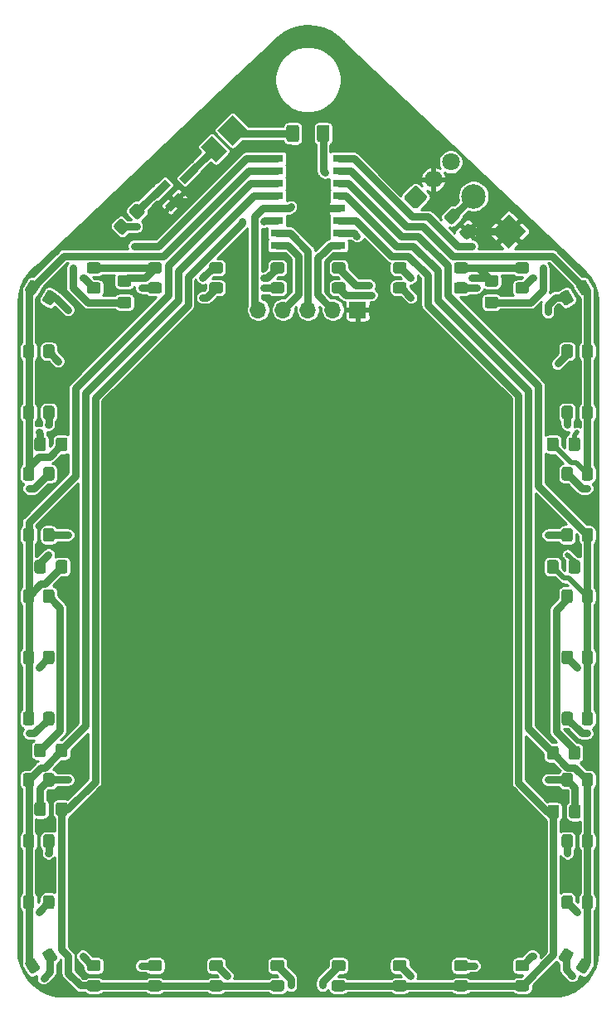
<source format=gbr>
%TF.GenerationSoftware,KiCad,Pcbnew,5.1.9+dfsg1-1+deb11u1*%
%TF.CreationDate,2023-08-15T12:15:31+02:00*%
%TF.ProjectId,label1,6c616265-6c31-42e6-9b69-6361645f7063,rev?*%
%TF.SameCoordinates,Original*%
%TF.FileFunction,Copper,L1,Top*%
%TF.FilePolarity,Positive*%
%FSLAX46Y46*%
G04 Gerber Fmt 4.6, Leading zero omitted, Abs format (unit mm)*
G04 Created by KiCad (PCBNEW 5.1.9+dfsg1-1+deb11u1) date 2023-08-15 12:15:31*
%MOMM*%
%LPD*%
G01*
G04 APERTURE LIST*
%TA.AperFunction,SMDPad,CuDef*%
%ADD10R,1.300000X0.800000*%
%TD*%
%TA.AperFunction,ComponentPad*%
%ADD11C,1.800000*%
%TD*%
%TA.AperFunction,SMDPad,CuDef*%
%ADD12C,0.100000*%
%TD*%
%TA.AperFunction,ComponentPad*%
%ADD13C,2.500000*%
%TD*%
%TA.AperFunction,ComponentPad*%
%ADD14C,0.100000*%
%TD*%
%TA.AperFunction,ComponentPad*%
%ADD15O,1.700000X1.700000*%
%TD*%
%TA.AperFunction,ComponentPad*%
%ADD16R,1.700000X1.700000*%
%TD*%
%TA.AperFunction,ViaPad*%
%ADD17C,0.500000*%
%TD*%
%TA.AperFunction,Conductor*%
%ADD18C,0.720000*%
%TD*%
%TA.AperFunction,Conductor*%
%ADD19C,0.500000*%
%TD*%
%TA.AperFunction,Conductor*%
%ADD20C,0.250000*%
%TD*%
%TA.AperFunction,Conductor*%
%ADD21C,0.100000*%
%TD*%
G04 APERTURE END LIST*
D10*
%TO.P,U1,16*%
%TO.N,Net-(D12-Pad2)*%
X58150000Y-39050000D03*
%TO.P,U1,15*%
%TO.N,Net-(D11-Pad2)*%
X58150000Y-40330000D03*
%TO.P,U1,14*%
%TO.N,Net-(D10-Pad2)*%
X58150000Y-41590000D03*
%TO.P,U1,13*%
%TO.N,Net-(D1-Pad2)*%
X58150000Y-42860000D03*
%TO.P,U1,12*%
%TO.N,GND*%
X58150000Y-44140000D03*
%TO.P,U1,11*%
%TO.N,Net-(D17-Pad2)*%
X58150000Y-45410000D03*
%TO.P,U1,10*%
%TO.N,Net-(U1-Pad10)*%
X58150000Y-46670000D03*
%TO.P,U1,9*%
%TO.N,Net-(J1-Pad2)*%
X58150000Y-47950000D03*
%TO.P,U1,8*%
%TO.N,Net-(J1-Pad4)*%
X51850000Y-47950000D03*
%TO.P,U1,7*%
%TO.N,Net-(J1-Pad3)*%
X51850000Y-46670000D03*
%TO.P,U1,6*%
%TO.N,Net-(D16-Pad2)*%
X51850000Y-45410000D03*
%TO.P,U1,5*%
%TO.N,+5V*%
X51850000Y-44140000D03*
%TO.P,U1,4*%
%TO.N,Net-(D15-Pad2)*%
X51850000Y-42860000D03*
%TO.P,U1,3*%
%TO.N,Net-(D14-Pad2)*%
X51850000Y-41590000D03*
%TO.P,U1,2*%
%TO.N,Net-(D22-Pad2)*%
X51850000Y-40330000D03*
%TO.P,U1,1*%
%TO.N,Net-(D13-Pad2)*%
X51850000Y-39050000D03*
%TD*%
D11*
%TO.P,U2,3*%
%TO.N,+5V*%
X69592102Y-39407898D03*
%TO.P,U2,2*%
%TO.N,GND*%
X67796051Y-41203949D03*
%TO.P,U2,1*%
%TO.N,Net-(U1-Pad10)*%
%TA.AperFunction,ComponentPad*%
G36*
G01*
X65824355Y-44097147D02*
X64902853Y-43175645D01*
G75*
G02*
X64902853Y-42824355I175645J175645D01*
G01*
X65824355Y-41902853D01*
G75*
G02*
X66175645Y-41902853I175645J-175645D01*
G01*
X67097147Y-42824355D01*
G75*
G02*
X67097147Y-43175645I-175645J-175645D01*
G01*
X66175645Y-44097147D01*
G75*
G02*
X65824355Y-44097147I-175645J175645D01*
G01*
G37*
%TD.AperFunction*%
%TD*%
%TA.AperFunction,SMDPad,CuDef*%
D12*
%TO.P,Q1,3*%
%TO.N,Net-(D41-Pad1)*%
G36*
X42421751Y-41643934D02*
G01*
X41856066Y-41078249D01*
X43199569Y-39734746D01*
X43765254Y-40300431D01*
X42421751Y-41643934D01*
G37*
%TD.AperFunction*%
%TA.AperFunction,SMDPad,CuDef*%
%TO.P,Q1,2*%
%TO.N,GND*%
G36*
X40972182Y-44437006D02*
G01*
X40406497Y-43871321D01*
X41750000Y-42527818D01*
X42315685Y-43093503D01*
X40972182Y-44437006D01*
G37*
%TD.AperFunction*%
%TA.AperFunction,SMDPad,CuDef*%
%TO.P,Q1,1*%
%TO.N,Net-(Q1-Pad1)*%
G36*
X39628679Y-43093503D02*
G01*
X39062994Y-42527818D01*
X40406497Y-41184315D01*
X40972182Y-41750000D01*
X39628679Y-43093503D01*
G37*
%TD.AperFunction*%
%TD*%
%TA.AperFunction,SMDPad,CuDef*%
%TO.P,D41,2*%
%TO.N,Net-(D41-Pad2)*%
G36*
X47310660Y-37744975D02*
G01*
X45755025Y-36189340D01*
X47310660Y-34633705D01*
X48866295Y-36189340D01*
X47310660Y-37744975D01*
G37*
%TD.AperFunction*%
%TA.AperFunction,SMDPad,CuDef*%
%TO.P,D41,1*%
%TO.N,Net-(D41-Pad1)*%
G36*
X45613604Y-39442031D02*
G01*
X44057969Y-37886396D01*
X45189340Y-36755025D01*
X46744975Y-38310660D01*
X45613604Y-39442031D01*
G37*
%TD.AperFunction*%
%TD*%
%TO.P,C1,2*%
%TO.N,GND*%
%TA.AperFunction,SMDPad,CuDef*%
G36*
G01*
X70535072Y-46422034D02*
X71172034Y-45785072D01*
G75*
G02*
X71525022Y-45785072I176494J-176494D01*
G01*
X72020562Y-46280612D01*
G75*
G02*
X72020562Y-46633600I-176494J-176494D01*
G01*
X71383600Y-47270562D01*
G75*
G02*
X71030612Y-47270562I-176494J176494D01*
G01*
X70535072Y-46775022D01*
G75*
G02*
X70535072Y-46422034I176494J176494D01*
G01*
G37*
%TD.AperFunction*%
%TO.P,C1,1*%
%TO.N,+5V*%
%TA.AperFunction,SMDPad,CuDef*%
G36*
G01*
X68979438Y-44866400D02*
X69616400Y-44229438D01*
G75*
G02*
X69969388Y-44229438I176494J-176494D01*
G01*
X70464928Y-44724978D01*
G75*
G02*
X70464928Y-45077966I-176494J-176494D01*
G01*
X69827966Y-45714928D01*
G75*
G02*
X69474978Y-45714928I-176494J176494D01*
G01*
X68979438Y-45219388D01*
G75*
G02*
X68979438Y-44866400I176494J176494D01*
G01*
G37*
%TD.AperFunction*%
%TD*%
%TO.P,R13,2*%
%TO.N,Net-(D41-Pad2)*%
%TA.AperFunction,SMDPad,CuDef*%
G36*
G01*
X54100000Y-35875000D02*
X54100000Y-37125000D01*
G75*
G02*
X53850000Y-37375000I-250000J0D01*
G01*
X53050000Y-37375000D01*
G75*
G02*
X52800000Y-37125000I0J250000D01*
G01*
X52800000Y-35875000D01*
G75*
G02*
X53050000Y-35625000I250000J0D01*
G01*
X53850000Y-35625000D01*
G75*
G02*
X54100000Y-35875000I0J-250000D01*
G01*
G37*
%TD.AperFunction*%
%TO.P,R13,1*%
%TO.N,+5V*%
%TA.AperFunction,SMDPad,CuDef*%
G36*
G01*
X57200000Y-35875000D02*
X57200000Y-37125000D01*
G75*
G02*
X56950000Y-37375000I-250000J0D01*
G01*
X56150000Y-37375000D01*
G75*
G02*
X55900000Y-37125000I0J250000D01*
G01*
X55900000Y-35875000D01*
G75*
G02*
X56150000Y-35625000I250000J0D01*
G01*
X56950000Y-35625000D01*
G75*
G02*
X57200000Y-35875000I0J-250000D01*
G01*
G37*
%TD.AperFunction*%
%TD*%
D13*
%TO.P,J2,2*%
%TO.N,+5V*%
X71907898Y-42907898D03*
%TA.AperFunction,ComponentPad*%
D14*
%TO.P,J2,1*%
%TO.N,GND*%
G36*
X77267767Y-46500000D02*
G01*
X75500000Y-48267767D01*
X73732233Y-46500000D01*
X75500000Y-44732233D01*
X77267767Y-46500000D01*
G37*
%TD.AperFunction*%
%TD*%
D15*
%TO.P,J1,5*%
%TO.N,+5V*%
X49920000Y-54500000D03*
%TO.P,J1,4*%
%TO.N,Net-(J1-Pad4)*%
X52460000Y-54500000D03*
%TO.P,J1,3*%
%TO.N,Net-(J1-Pad3)*%
X55000000Y-54500000D03*
%TO.P,J1,2*%
%TO.N,Net-(J1-Pad2)*%
X57540000Y-54500000D03*
D16*
%TO.P,J1,1*%
%TO.N,GND*%
X60080000Y-54500000D03*
%TD*%
%TO.P,R12,2*%
%TO.N,Net-(Q1-Pad1)*%
%TA.AperFunction,SMDPad,CuDef*%
G36*
G01*
X37422034Y-45214928D02*
X36785072Y-44577966D01*
G75*
G02*
X36785072Y-44224978I176494J176494D01*
G01*
X37280612Y-43729438D01*
G75*
G02*
X37633600Y-43729438I176494J-176494D01*
G01*
X38270562Y-44366400D01*
G75*
G02*
X38270562Y-44719388I-176494J-176494D01*
G01*
X37775022Y-45214928D01*
G75*
G02*
X37422034Y-45214928I-176494J176494D01*
G01*
G37*
%TD.AperFunction*%
%TO.P,R12,1*%
%TO.N,Net-(J1-Pad2)*%
%TA.AperFunction,SMDPad,CuDef*%
G36*
G01*
X35866400Y-46770562D02*
X35229438Y-46133600D01*
G75*
G02*
X35229438Y-45780612I176494J176494D01*
G01*
X35724978Y-45285072D01*
G75*
G02*
X36077966Y-45285072I176494J-176494D01*
G01*
X36714928Y-45922034D01*
G75*
G02*
X36714928Y-46275022I-176494J-176494D01*
G01*
X36219388Y-46770562D01*
G75*
G02*
X35866400Y-46770562I-176494J176494D01*
G01*
G37*
%TD.AperFunction*%
%TD*%
%TO.P,R10,2*%
%TO.N,Net-(D37-Pad1)*%
%TA.AperFunction,SMDPad,CuDef*%
G36*
G01*
X28250000Y-105049600D02*
X28250000Y-105950400D01*
G75*
G02*
X28000400Y-106200000I-249600J0D01*
G01*
X27299600Y-106200000D01*
G75*
G02*
X27050000Y-105950400I0J249600D01*
G01*
X27050000Y-105049600D01*
G75*
G02*
X27299600Y-104800000I249600J0D01*
G01*
X28000400Y-104800000D01*
G75*
G02*
X28250000Y-105049600I0J-249600D01*
G01*
G37*
%TD.AperFunction*%
%TO.P,R10,1*%
%TO.N,Net-(D16-Pad2)*%
%TA.AperFunction,SMDPad,CuDef*%
G36*
G01*
X30450000Y-105049600D02*
X30450000Y-105950400D01*
G75*
G02*
X30200400Y-106200000I-249600J0D01*
G01*
X29499600Y-106200000D01*
G75*
G02*
X29250000Y-105950400I0J249600D01*
G01*
X29250000Y-105049600D01*
G75*
G02*
X29499600Y-104800000I249600J0D01*
G01*
X30200400Y-104800000D01*
G75*
G02*
X30450000Y-105049600I0J-249600D01*
G01*
G37*
%TD.AperFunction*%
%TD*%
%TO.P,R9,2*%
%TO.N,Net-(D29-Pad1)*%
%TA.AperFunction,SMDPad,CuDef*%
G36*
G01*
X28250000Y-99049600D02*
X28250000Y-99950400D01*
G75*
G02*
X28000400Y-100200000I-249600J0D01*
G01*
X27299600Y-100200000D01*
G75*
G02*
X27050000Y-99950400I0J249600D01*
G01*
X27050000Y-99049600D01*
G75*
G02*
X27299600Y-98800000I249600J0D01*
G01*
X28000400Y-98800000D01*
G75*
G02*
X28250000Y-99049600I0J-249600D01*
G01*
G37*
%TD.AperFunction*%
%TO.P,R9,1*%
%TO.N,Net-(D15-Pad2)*%
%TA.AperFunction,SMDPad,CuDef*%
G36*
G01*
X30450000Y-99049600D02*
X30450000Y-99950400D01*
G75*
G02*
X30200400Y-100200000I-249600J0D01*
G01*
X29499600Y-100200000D01*
G75*
G02*
X29250000Y-99950400I0J249600D01*
G01*
X29250000Y-99049600D01*
G75*
G02*
X29499600Y-98800000I249600J0D01*
G01*
X30200400Y-98800000D01*
G75*
G02*
X30450000Y-99049600I0J-249600D01*
G01*
G37*
%TD.AperFunction*%
%TD*%
%TO.P,R8,2*%
%TO.N,Net-(D21-Pad1)*%
%TA.AperFunction,SMDPad,CuDef*%
G36*
G01*
X28250000Y-80299600D02*
X28250000Y-81200400D01*
G75*
G02*
X28000400Y-81450000I-249600J0D01*
G01*
X27299600Y-81450000D01*
G75*
G02*
X27050000Y-81200400I0J249600D01*
G01*
X27050000Y-80299600D01*
G75*
G02*
X27299600Y-80050000I249600J0D01*
G01*
X28000400Y-80050000D01*
G75*
G02*
X28250000Y-80299600I0J-249600D01*
G01*
G37*
%TD.AperFunction*%
%TO.P,R8,1*%
%TO.N,Net-(D14-Pad2)*%
%TA.AperFunction,SMDPad,CuDef*%
G36*
G01*
X30450000Y-80299600D02*
X30450000Y-81200400D01*
G75*
G02*
X30200400Y-81450000I-249600J0D01*
G01*
X29499600Y-81450000D01*
G75*
G02*
X29250000Y-81200400I0J249600D01*
G01*
X29250000Y-80299600D01*
G75*
G02*
X29499600Y-80050000I249600J0D01*
G01*
X30200400Y-80050000D01*
G75*
G02*
X30450000Y-80299600I0J-249600D01*
G01*
G37*
%TD.AperFunction*%
%TD*%
%TO.P,R7,2*%
%TO.N,Net-(D13-Pad1)*%
%TA.AperFunction,SMDPad,CuDef*%
G36*
G01*
X28250000Y-67799600D02*
X28250000Y-68700400D01*
G75*
G02*
X28000400Y-68950000I-249600J0D01*
G01*
X27299600Y-68950000D01*
G75*
G02*
X27050000Y-68700400I0J249600D01*
G01*
X27050000Y-67799600D01*
G75*
G02*
X27299600Y-67550000I249600J0D01*
G01*
X28000400Y-67550000D01*
G75*
G02*
X28250000Y-67799600I0J-249600D01*
G01*
G37*
%TD.AperFunction*%
%TO.P,R7,1*%
%TO.N,Net-(D22-Pad2)*%
%TA.AperFunction,SMDPad,CuDef*%
G36*
G01*
X30450000Y-67799600D02*
X30450000Y-68700400D01*
G75*
G02*
X30200400Y-68950000I-249600J0D01*
G01*
X29499600Y-68950000D01*
G75*
G02*
X29250000Y-68700400I0J249600D01*
G01*
X29250000Y-67799600D01*
G75*
G02*
X29499600Y-67550000I249600J0D01*
G01*
X30200400Y-67550000D01*
G75*
G02*
X30450000Y-67799600I0J-249600D01*
G01*
G37*
%TD.AperFunction*%
%TD*%
%TO.P,R6,2*%
%TO.N,Net-(D5-Pad1)*%
%TA.AperFunction,SMDPad,CuDef*%
G36*
G01*
X35799600Y-53150000D02*
X36700400Y-53150000D01*
G75*
G02*
X36950000Y-53399600I0J-249600D01*
G01*
X36950000Y-54100400D01*
G75*
G02*
X36700400Y-54350000I-249600J0D01*
G01*
X35799600Y-54350000D01*
G75*
G02*
X35550000Y-54100400I0J249600D01*
G01*
X35550000Y-53399600D01*
G75*
G02*
X35799600Y-53150000I249600J0D01*
G01*
G37*
%TD.AperFunction*%
%TO.P,R6,1*%
%TO.N,Net-(D13-Pad2)*%
%TA.AperFunction,SMDPad,CuDef*%
G36*
G01*
X35799600Y-50950000D02*
X36700400Y-50950000D01*
G75*
G02*
X36950000Y-51199600I0J-249600D01*
G01*
X36950000Y-51900400D01*
G75*
G02*
X36700400Y-52150000I-249600J0D01*
G01*
X35799600Y-52150000D01*
G75*
G02*
X35550000Y-51900400I0J249600D01*
G01*
X35550000Y-51199600D01*
G75*
G02*
X35799600Y-50950000I249600J0D01*
G01*
G37*
%TD.AperFunction*%
%TD*%
%TO.P,R5,2*%
%TO.N,Net-(D33-Pad1)*%
%TA.AperFunction,SMDPad,CuDef*%
G36*
G01*
X73299600Y-53150000D02*
X74200400Y-53150000D01*
G75*
G02*
X74450000Y-53399600I0J-249600D01*
G01*
X74450000Y-54100400D01*
G75*
G02*
X74200400Y-54350000I-249600J0D01*
G01*
X73299600Y-54350000D01*
G75*
G02*
X73050000Y-54100400I0J249600D01*
G01*
X73050000Y-53399600D01*
G75*
G02*
X73299600Y-53150000I249600J0D01*
G01*
G37*
%TD.AperFunction*%
%TO.P,R5,1*%
%TO.N,Net-(D12-Pad2)*%
%TA.AperFunction,SMDPad,CuDef*%
G36*
G01*
X73299600Y-50950000D02*
X74200400Y-50950000D01*
G75*
G02*
X74450000Y-51199600I0J-249600D01*
G01*
X74450000Y-51900400D01*
G75*
G02*
X74200400Y-52150000I-249600J0D01*
G01*
X73299600Y-52150000D01*
G75*
G02*
X73050000Y-51900400I0J249600D01*
G01*
X73050000Y-51199600D01*
G75*
G02*
X73299600Y-50950000I249600J0D01*
G01*
G37*
%TD.AperFunction*%
%TD*%
%TO.P,R4,2*%
%TO.N,Net-(D25-Pad1)*%
%TA.AperFunction,SMDPad,CuDef*%
G36*
G01*
X81600000Y-68700400D02*
X81600000Y-67799600D01*
G75*
G02*
X81849600Y-67550000I249600J0D01*
G01*
X82550400Y-67550000D01*
G75*
G02*
X82800000Y-67799600I0J-249600D01*
G01*
X82800000Y-68700400D01*
G75*
G02*
X82550400Y-68950000I-249600J0D01*
G01*
X81849600Y-68950000D01*
G75*
G02*
X81600000Y-68700400I0J249600D01*
G01*
G37*
%TD.AperFunction*%
%TO.P,R4,1*%
%TO.N,Net-(D11-Pad2)*%
%TA.AperFunction,SMDPad,CuDef*%
G36*
G01*
X79400000Y-68700400D02*
X79400000Y-67799600D01*
G75*
G02*
X79649600Y-67550000I249600J0D01*
G01*
X80350400Y-67550000D01*
G75*
G02*
X80600000Y-67799600I0J-249600D01*
G01*
X80600000Y-68700400D01*
G75*
G02*
X80350400Y-68950000I-249600J0D01*
G01*
X79649600Y-68950000D01*
G75*
G02*
X79400000Y-68700400I0J249600D01*
G01*
G37*
%TD.AperFunction*%
%TD*%
%TO.P,R3,2*%
%TO.N,Net-(D17-Pad1)*%
%TA.AperFunction,SMDPad,CuDef*%
G36*
G01*
X81600000Y-81200400D02*
X81600000Y-80299600D01*
G75*
G02*
X81849600Y-80050000I249600J0D01*
G01*
X82550400Y-80050000D01*
G75*
G02*
X82800000Y-80299600I0J-249600D01*
G01*
X82800000Y-81200400D01*
G75*
G02*
X82550400Y-81450000I-249600J0D01*
G01*
X81849600Y-81450000D01*
G75*
G02*
X81600000Y-81200400I0J249600D01*
G01*
G37*
%TD.AperFunction*%
%TO.P,R3,1*%
%TO.N,Net-(D10-Pad2)*%
%TA.AperFunction,SMDPad,CuDef*%
G36*
G01*
X79400000Y-81200400D02*
X79400000Y-80299600D01*
G75*
G02*
X79649600Y-80050000I249600J0D01*
G01*
X80350400Y-80050000D01*
G75*
G02*
X80600000Y-80299600I0J-249600D01*
G01*
X80600000Y-81200400D01*
G75*
G02*
X80350400Y-81450000I-249600J0D01*
G01*
X79649600Y-81450000D01*
G75*
G02*
X79400000Y-81200400I0J249600D01*
G01*
G37*
%TD.AperFunction*%
%TD*%
%TO.P,R2,2*%
%TO.N,Net-(D10-Pad1)*%
%TA.AperFunction,SMDPad,CuDef*%
G36*
G01*
X81600000Y-100200400D02*
X81600000Y-99299600D01*
G75*
G02*
X81849600Y-99050000I249600J0D01*
G01*
X82550400Y-99050000D01*
G75*
G02*
X82800000Y-99299600I0J-249600D01*
G01*
X82800000Y-100200400D01*
G75*
G02*
X82550400Y-100450000I-249600J0D01*
G01*
X81849600Y-100450000D01*
G75*
G02*
X81600000Y-100200400I0J249600D01*
G01*
G37*
%TD.AperFunction*%
%TO.P,R2,1*%
%TO.N,Net-(D1-Pad2)*%
%TA.AperFunction,SMDPad,CuDef*%
G36*
G01*
X79400000Y-100200400D02*
X79400000Y-99299600D01*
G75*
G02*
X79649600Y-99050000I249600J0D01*
G01*
X80350400Y-99050000D01*
G75*
G02*
X80600000Y-99299600I0J-249600D01*
G01*
X80600000Y-100200400D01*
G75*
G02*
X80350400Y-100450000I-249600J0D01*
G01*
X79649600Y-100450000D01*
G75*
G02*
X79400000Y-100200400I0J249600D01*
G01*
G37*
%TD.AperFunction*%
%TD*%
%TO.P,R1,2*%
%TO.N,Net-(D1-Pad1)*%
%TA.AperFunction,SMDPad,CuDef*%
G36*
G01*
X81650000Y-106200400D02*
X81650000Y-105299600D01*
G75*
G02*
X81899600Y-105050000I249600J0D01*
G01*
X82600400Y-105050000D01*
G75*
G02*
X82850000Y-105299600I0J-249600D01*
G01*
X82850000Y-106200400D01*
G75*
G02*
X82600400Y-106450000I-249600J0D01*
G01*
X81899600Y-106450000D01*
G75*
G02*
X81650000Y-106200400I0J249600D01*
G01*
G37*
%TD.AperFunction*%
%TO.P,R1,1*%
%TO.N,Net-(D17-Pad2)*%
%TA.AperFunction,SMDPad,CuDef*%
G36*
G01*
X79450000Y-106200400D02*
X79450000Y-105299600D01*
G75*
G02*
X79699600Y-105050000I249600J0D01*
G01*
X80400400Y-105050000D01*
G75*
G02*
X80650000Y-105299600I0J-249600D01*
G01*
X80650000Y-106200400D01*
G75*
G02*
X80400400Y-106450000I-249600J0D01*
G01*
X79699600Y-106450000D01*
G75*
G02*
X79450000Y-106200400I0J249600D01*
G01*
G37*
%TD.AperFunction*%
%TD*%
%TO.P,D40,2*%
%TO.N,Net-(D15-Pad2)*%
%TA.AperFunction,SMDPad,CuDef*%
G36*
G01*
X27050000Y-102049999D02*
X27050000Y-102950001D01*
G75*
G02*
X26800001Y-103200000I-249999J0D01*
G01*
X26149999Y-103200000D01*
G75*
G02*
X25900000Y-102950001I0J249999D01*
G01*
X25900000Y-102049999D01*
G75*
G02*
X26149999Y-101800000I249999J0D01*
G01*
X26800001Y-101800000D01*
G75*
G02*
X27050000Y-102049999I0J-249999D01*
G01*
G37*
%TD.AperFunction*%
%TO.P,D40,1*%
%TO.N,Net-(D37-Pad1)*%
%TA.AperFunction,SMDPad,CuDef*%
G36*
G01*
X29100000Y-102049999D02*
X29100000Y-102950001D01*
G75*
G02*
X28850001Y-103200000I-249999J0D01*
G01*
X28199999Y-103200000D01*
G75*
G02*
X27950000Y-102950001I0J249999D01*
G01*
X27950000Y-102049999D01*
G75*
G02*
X28199999Y-101800000I249999J0D01*
G01*
X28850001Y-101800000D01*
G75*
G02*
X29100000Y-102049999I0J-249999D01*
G01*
G37*
%TD.AperFunction*%
%TD*%
%TO.P,D39,2*%
%TO.N,Net-(D14-Pad2)*%
%TA.AperFunction,SMDPad,CuDef*%
G36*
G01*
X27050000Y-77049999D02*
X27050000Y-77950001D01*
G75*
G02*
X26800001Y-78200000I-249999J0D01*
G01*
X26149999Y-78200000D01*
G75*
G02*
X25900000Y-77950001I0J249999D01*
G01*
X25900000Y-77049999D01*
G75*
G02*
X26149999Y-76800000I249999J0D01*
G01*
X26800001Y-76800000D01*
G75*
G02*
X27050000Y-77049999I0J-249999D01*
G01*
G37*
%TD.AperFunction*%
%TO.P,D39,1*%
%TO.N,Net-(D37-Pad1)*%
%TA.AperFunction,SMDPad,CuDef*%
G36*
G01*
X29100000Y-77049999D02*
X29100000Y-77950001D01*
G75*
G02*
X28850001Y-78200000I-249999J0D01*
G01*
X28199999Y-78200000D01*
G75*
G02*
X27950000Y-77950001I0J249999D01*
G01*
X27950000Y-77049999D01*
G75*
G02*
X28199999Y-76800000I249999J0D01*
G01*
X28850001Y-76800000D01*
G75*
G02*
X29100000Y-77049999I0J-249999D01*
G01*
G37*
%TD.AperFunction*%
%TD*%
%TO.P,D38,2*%
%TO.N,Net-(D22-Pad2)*%
%TA.AperFunction,SMDPad,CuDef*%
G36*
G01*
X27585289Y-52135287D02*
X27135288Y-52914712D01*
G75*
G02*
X26793783Y-53006218I-216505J124999D01*
G01*
X26230864Y-52681217D01*
G75*
G02*
X26139359Y-52339713I125000J216505D01*
G01*
X26589360Y-51560288D01*
G75*
G02*
X26930865Y-51468782I216505J-124999D01*
G01*
X27493784Y-51793783D01*
G75*
G02*
X27585289Y-52135287I-125000J-216505D01*
G01*
G37*
%TD.AperFunction*%
%TO.P,D38,1*%
%TO.N,Net-(D37-Pad1)*%
%TA.AperFunction,SMDPad,CuDef*%
G36*
G01*
X29360641Y-53160287D02*
X28910640Y-53939712D01*
G75*
G02*
X28569135Y-54031218I-216505J124999D01*
G01*
X28006216Y-53706217D01*
G75*
G02*
X27914711Y-53364713I125000J216505D01*
G01*
X28364712Y-52585288D01*
G75*
G02*
X28706217Y-52493782I216505J-124999D01*
G01*
X29269136Y-52818783D01*
G75*
G02*
X29360641Y-53160287I-125000J-216505D01*
G01*
G37*
%TD.AperFunction*%
%TD*%
%TO.P,D37,2*%
%TO.N,Net-(D13-Pad2)*%
%TA.AperFunction,SMDPad,CuDef*%
G36*
G01*
X52325001Y-50800000D02*
X51424999Y-50800000D01*
G75*
G02*
X51175000Y-50550001I0J249999D01*
G01*
X51175000Y-49899999D01*
G75*
G02*
X51424999Y-49650000I249999J0D01*
G01*
X52325001Y-49650000D01*
G75*
G02*
X52575000Y-49899999I0J-249999D01*
G01*
X52575000Y-50550001D01*
G75*
G02*
X52325001Y-50800000I-249999J0D01*
G01*
G37*
%TD.AperFunction*%
%TO.P,D37,1*%
%TO.N,Net-(D37-Pad1)*%
%TA.AperFunction,SMDPad,CuDef*%
G36*
G01*
X52325001Y-52850000D02*
X51424999Y-52850000D01*
G75*
G02*
X51175000Y-52600001I0J249999D01*
G01*
X51175000Y-51949999D01*
G75*
G02*
X51424999Y-51700000I249999J0D01*
G01*
X52325001Y-51700000D01*
G75*
G02*
X52575000Y-51949999I0J-249999D01*
G01*
X52575000Y-52600001D01*
G75*
G02*
X52325001Y-52850000I-249999J0D01*
G01*
G37*
%TD.AperFunction*%
%TD*%
%TO.P,D36,2*%
%TO.N,Net-(D11-Pad2)*%
%TA.AperFunction,SMDPad,CuDef*%
G36*
G01*
X82950000Y-71700001D02*
X82950000Y-70799999D01*
G75*
G02*
X83199999Y-70550000I249999J0D01*
G01*
X83850001Y-70550000D01*
G75*
G02*
X84100000Y-70799999I0J-249999D01*
G01*
X84100000Y-71700001D01*
G75*
G02*
X83850001Y-71950000I-249999J0D01*
G01*
X83199999Y-71950000D01*
G75*
G02*
X82950000Y-71700001I0J249999D01*
G01*
G37*
%TD.AperFunction*%
%TO.P,D36,1*%
%TO.N,Net-(D33-Pad1)*%
%TA.AperFunction,SMDPad,CuDef*%
G36*
G01*
X80900000Y-71700001D02*
X80900000Y-70799999D01*
G75*
G02*
X81149999Y-70550000I249999J0D01*
G01*
X81800001Y-70550000D01*
G75*
G02*
X82050000Y-70799999I0J-249999D01*
G01*
X82050000Y-71700001D01*
G75*
G02*
X81800001Y-71950000I-249999J0D01*
G01*
X81149999Y-71950000D01*
G75*
G02*
X80900000Y-71700001I0J249999D01*
G01*
G37*
%TD.AperFunction*%
%TD*%
%TO.P,D35,2*%
%TO.N,Net-(D10-Pad2)*%
%TA.AperFunction,SMDPad,CuDef*%
G36*
G01*
X82950000Y-96700001D02*
X82950000Y-95799999D01*
G75*
G02*
X83199999Y-95550000I249999J0D01*
G01*
X83850001Y-95550000D01*
G75*
G02*
X84100000Y-95799999I0J-249999D01*
G01*
X84100000Y-96700001D01*
G75*
G02*
X83850001Y-96950000I-249999J0D01*
G01*
X83199999Y-96950000D01*
G75*
G02*
X82950000Y-96700001I0J249999D01*
G01*
G37*
%TD.AperFunction*%
%TO.P,D35,1*%
%TO.N,Net-(D33-Pad1)*%
%TA.AperFunction,SMDPad,CuDef*%
G36*
G01*
X80900000Y-96700001D02*
X80900000Y-95799999D01*
G75*
G02*
X81149999Y-95550000I249999J0D01*
G01*
X81800001Y-95550000D01*
G75*
G02*
X82050000Y-95799999I0J-249999D01*
G01*
X82050000Y-96700001D01*
G75*
G02*
X81800001Y-96950000I-249999J0D01*
G01*
X81149999Y-96950000D01*
G75*
G02*
X80900000Y-96700001I0J249999D01*
G01*
G37*
%TD.AperFunction*%
%TD*%
%TO.P,D34,2*%
%TO.N,Net-(D1-Pad2)*%
%TA.AperFunction,SMDPad,CuDef*%
G36*
G01*
X82414711Y-121614713D02*
X82864712Y-120835288D01*
G75*
G02*
X83206217Y-120743782I216505J-124999D01*
G01*
X83769136Y-121068783D01*
G75*
G02*
X83860641Y-121410287I-125000J-216505D01*
G01*
X83410640Y-122189712D01*
G75*
G02*
X83069135Y-122281218I-216505J124999D01*
G01*
X82506216Y-121956217D01*
G75*
G02*
X82414711Y-121614713I125000J216505D01*
G01*
G37*
%TD.AperFunction*%
%TO.P,D34,1*%
%TO.N,Net-(D33-Pad1)*%
%TA.AperFunction,SMDPad,CuDef*%
G36*
G01*
X80639359Y-120589713D02*
X81089360Y-119810288D01*
G75*
G02*
X81430865Y-119718782I216505J-124999D01*
G01*
X81993784Y-120043783D01*
G75*
G02*
X82085289Y-120385287I-125000J-216505D01*
G01*
X81635288Y-121164712D01*
G75*
G02*
X81293783Y-121256218I-216505J124999D01*
G01*
X80730864Y-120931217D01*
G75*
G02*
X80639359Y-120589713I125000J216505D01*
G01*
G37*
%TD.AperFunction*%
%TD*%
%TO.P,D33,2*%
%TO.N,Net-(D17-Pad2)*%
%TA.AperFunction,SMDPad,CuDef*%
G36*
G01*
X57674999Y-122950000D02*
X58575001Y-122950000D01*
G75*
G02*
X58825000Y-123199999I0J-249999D01*
G01*
X58825000Y-123850001D01*
G75*
G02*
X58575001Y-124100000I-249999J0D01*
G01*
X57674999Y-124100000D01*
G75*
G02*
X57425000Y-123850001I0J249999D01*
G01*
X57425000Y-123199999D01*
G75*
G02*
X57674999Y-122950000I249999J0D01*
G01*
G37*
%TD.AperFunction*%
%TO.P,D33,1*%
%TO.N,Net-(D33-Pad1)*%
%TA.AperFunction,SMDPad,CuDef*%
G36*
G01*
X57674999Y-120900000D02*
X58575001Y-120900000D01*
G75*
G02*
X58825000Y-121149999I0J-249999D01*
G01*
X58825000Y-121800001D01*
G75*
G02*
X58575001Y-122050000I-249999J0D01*
G01*
X57674999Y-122050000D01*
G75*
G02*
X57425000Y-121800001I0J249999D01*
G01*
X57425000Y-121149999D01*
G75*
G02*
X57674999Y-120900000I249999J0D01*
G01*
G37*
%TD.AperFunction*%
%TD*%
%TO.P,D32,2*%
%TO.N,Net-(D16-Pad2)*%
%TA.AperFunction,SMDPad,CuDef*%
G36*
G01*
X32674999Y-122950000D02*
X33575001Y-122950000D01*
G75*
G02*
X33825000Y-123199999I0J-249999D01*
G01*
X33825000Y-123850001D01*
G75*
G02*
X33575001Y-124100000I-249999J0D01*
G01*
X32674999Y-124100000D01*
G75*
G02*
X32425000Y-123850001I0J249999D01*
G01*
X32425000Y-123199999D01*
G75*
G02*
X32674999Y-122950000I249999J0D01*
G01*
G37*
%TD.AperFunction*%
%TO.P,D32,1*%
%TO.N,Net-(D29-Pad1)*%
%TA.AperFunction,SMDPad,CuDef*%
G36*
G01*
X32674999Y-120900000D02*
X33575001Y-120900000D01*
G75*
G02*
X33825000Y-121149999I0J-249999D01*
G01*
X33825000Y-121800001D01*
G75*
G02*
X33575001Y-122050000I-249999J0D01*
G01*
X32674999Y-122050000D01*
G75*
G02*
X32425000Y-121800001I0J249999D01*
G01*
X32425000Y-121149999D01*
G75*
G02*
X32674999Y-120900000I249999J0D01*
G01*
G37*
%TD.AperFunction*%
%TD*%
%TO.P,D31,2*%
%TO.N,Net-(D14-Pad2)*%
%TA.AperFunction,SMDPad,CuDef*%
G36*
G01*
X27050000Y-83299999D02*
X27050000Y-84200001D01*
G75*
G02*
X26800001Y-84450000I-249999J0D01*
G01*
X26149999Y-84450000D01*
G75*
G02*
X25900000Y-84200001I0J249999D01*
G01*
X25900000Y-83299999D01*
G75*
G02*
X26149999Y-83050000I249999J0D01*
G01*
X26800001Y-83050000D01*
G75*
G02*
X27050000Y-83299999I0J-249999D01*
G01*
G37*
%TD.AperFunction*%
%TO.P,D31,1*%
%TO.N,Net-(D29-Pad1)*%
%TA.AperFunction,SMDPad,CuDef*%
G36*
G01*
X29100000Y-83299999D02*
X29100000Y-84200001D01*
G75*
G02*
X28850001Y-84450000I-249999J0D01*
G01*
X28199999Y-84450000D01*
G75*
G02*
X27950000Y-84200001I0J249999D01*
G01*
X27950000Y-83299999D01*
G75*
G02*
X28199999Y-83050000I249999J0D01*
G01*
X28850001Y-83050000D01*
G75*
G02*
X29100000Y-83299999I0J-249999D01*
G01*
G37*
%TD.AperFunction*%
%TD*%
%TO.P,D30,2*%
%TO.N,Net-(D22-Pad2)*%
%TA.AperFunction,SMDPad,CuDef*%
G36*
G01*
X27050000Y-58299999D02*
X27050000Y-59200001D01*
G75*
G02*
X26800001Y-59450000I-249999J0D01*
G01*
X26149999Y-59450000D01*
G75*
G02*
X25900000Y-59200001I0J249999D01*
G01*
X25900000Y-58299999D01*
G75*
G02*
X26149999Y-58050000I249999J0D01*
G01*
X26800001Y-58050000D01*
G75*
G02*
X27050000Y-58299999I0J-249999D01*
G01*
G37*
%TD.AperFunction*%
%TO.P,D30,1*%
%TO.N,Net-(D29-Pad1)*%
%TA.AperFunction,SMDPad,CuDef*%
G36*
G01*
X29100000Y-58299999D02*
X29100000Y-59200001D01*
G75*
G02*
X28850001Y-59450000I-249999J0D01*
G01*
X28199999Y-59450000D01*
G75*
G02*
X27950000Y-59200001I0J249999D01*
G01*
X27950000Y-58299999D01*
G75*
G02*
X28199999Y-58050000I249999J0D01*
G01*
X28850001Y-58050000D01*
G75*
G02*
X29100000Y-58299999I0J-249999D01*
G01*
G37*
%TD.AperFunction*%
%TD*%
%TO.P,D29,2*%
%TO.N,Net-(D13-Pad2)*%
%TA.AperFunction,SMDPad,CuDef*%
G36*
G01*
X46075001Y-50800000D02*
X45174999Y-50800000D01*
G75*
G02*
X44925000Y-50550001I0J249999D01*
G01*
X44925000Y-49899999D01*
G75*
G02*
X45174999Y-49650000I249999J0D01*
G01*
X46075001Y-49650000D01*
G75*
G02*
X46325000Y-49899999I0J-249999D01*
G01*
X46325000Y-50550001D01*
G75*
G02*
X46075001Y-50800000I-249999J0D01*
G01*
G37*
%TD.AperFunction*%
%TO.P,D29,1*%
%TO.N,Net-(D29-Pad1)*%
%TA.AperFunction,SMDPad,CuDef*%
G36*
G01*
X46075001Y-52850000D02*
X45174999Y-52850000D01*
G75*
G02*
X44925000Y-52600001I0J249999D01*
G01*
X44925000Y-51949999D01*
G75*
G02*
X45174999Y-51700000I249999J0D01*
G01*
X46075001Y-51700000D01*
G75*
G02*
X46325000Y-51949999I0J-249999D01*
G01*
X46325000Y-52600001D01*
G75*
G02*
X46075001Y-52850000I-249999J0D01*
G01*
G37*
%TD.AperFunction*%
%TD*%
%TO.P,D28,2*%
%TO.N,Net-(D12-Pad2)*%
%TA.AperFunction,SMDPad,CuDef*%
G36*
G01*
X77325001Y-50800000D02*
X76424999Y-50800000D01*
G75*
G02*
X76175000Y-50550001I0J249999D01*
G01*
X76175000Y-49899999D01*
G75*
G02*
X76424999Y-49650000I249999J0D01*
G01*
X77325001Y-49650000D01*
G75*
G02*
X77575000Y-49899999I0J-249999D01*
G01*
X77575000Y-50550001D01*
G75*
G02*
X77325001Y-50800000I-249999J0D01*
G01*
G37*
%TD.AperFunction*%
%TO.P,D28,1*%
%TO.N,Net-(D25-Pad1)*%
%TA.AperFunction,SMDPad,CuDef*%
G36*
G01*
X77325001Y-52850000D02*
X76424999Y-52850000D01*
G75*
G02*
X76175000Y-52600001I0J249999D01*
G01*
X76175000Y-51949999D01*
G75*
G02*
X76424999Y-51700000I249999J0D01*
G01*
X77325001Y-51700000D01*
G75*
G02*
X77575000Y-51949999I0J-249999D01*
G01*
X77575000Y-52600001D01*
G75*
G02*
X77325001Y-52850000I-249999J0D01*
G01*
G37*
%TD.AperFunction*%
%TD*%
%TO.P,D27,2*%
%TO.N,Net-(D10-Pad2)*%
%TA.AperFunction,SMDPad,CuDef*%
G36*
G01*
X82950000Y-90450001D02*
X82950000Y-89549999D01*
G75*
G02*
X83199999Y-89300000I249999J0D01*
G01*
X83850001Y-89300000D01*
G75*
G02*
X84100000Y-89549999I0J-249999D01*
G01*
X84100000Y-90450001D01*
G75*
G02*
X83850001Y-90700000I-249999J0D01*
G01*
X83199999Y-90700000D01*
G75*
G02*
X82950000Y-90450001I0J249999D01*
G01*
G37*
%TD.AperFunction*%
%TO.P,D27,1*%
%TO.N,Net-(D25-Pad1)*%
%TA.AperFunction,SMDPad,CuDef*%
G36*
G01*
X80900000Y-90450001D02*
X80900000Y-89549999D01*
G75*
G02*
X81149999Y-89300000I249999J0D01*
G01*
X81800001Y-89300000D01*
G75*
G02*
X82050000Y-89549999I0J-249999D01*
G01*
X82050000Y-90450001D01*
G75*
G02*
X81800001Y-90700000I-249999J0D01*
G01*
X81149999Y-90700000D01*
G75*
G02*
X80900000Y-90450001I0J249999D01*
G01*
G37*
%TD.AperFunction*%
%TD*%
%TO.P,D26,2*%
%TO.N,Net-(D1-Pad2)*%
%TA.AperFunction,SMDPad,CuDef*%
G36*
G01*
X82950000Y-115450001D02*
X82950000Y-114549999D01*
G75*
G02*
X83199999Y-114300000I249999J0D01*
G01*
X83850001Y-114300000D01*
G75*
G02*
X84100000Y-114549999I0J-249999D01*
G01*
X84100000Y-115450001D01*
G75*
G02*
X83850001Y-115700000I-249999J0D01*
G01*
X83199999Y-115700000D01*
G75*
G02*
X82950000Y-115450001I0J249999D01*
G01*
G37*
%TD.AperFunction*%
%TO.P,D26,1*%
%TO.N,Net-(D25-Pad1)*%
%TA.AperFunction,SMDPad,CuDef*%
G36*
G01*
X80900000Y-115450001D02*
X80900000Y-114549999D01*
G75*
G02*
X81149999Y-114300000I249999J0D01*
G01*
X81800001Y-114300000D01*
G75*
G02*
X82050000Y-114549999I0J-249999D01*
G01*
X82050000Y-115450001D01*
G75*
G02*
X81800001Y-115700000I-249999J0D01*
G01*
X81149999Y-115700000D01*
G75*
G02*
X80900000Y-115450001I0J249999D01*
G01*
G37*
%TD.AperFunction*%
%TD*%
%TO.P,D25,2*%
%TO.N,Net-(D17-Pad2)*%
%TA.AperFunction,SMDPad,CuDef*%
G36*
G01*
X63924999Y-122950000D02*
X64825001Y-122950000D01*
G75*
G02*
X65075000Y-123199999I0J-249999D01*
G01*
X65075000Y-123850001D01*
G75*
G02*
X64825001Y-124100000I-249999J0D01*
G01*
X63924999Y-124100000D01*
G75*
G02*
X63675000Y-123850001I0J249999D01*
G01*
X63675000Y-123199999D01*
G75*
G02*
X63924999Y-122950000I249999J0D01*
G01*
G37*
%TD.AperFunction*%
%TO.P,D25,1*%
%TO.N,Net-(D25-Pad1)*%
%TA.AperFunction,SMDPad,CuDef*%
G36*
G01*
X63924999Y-120900000D02*
X64825001Y-120900000D01*
G75*
G02*
X65075000Y-121149999I0J-249999D01*
G01*
X65075000Y-121800001D01*
G75*
G02*
X64825001Y-122050000I-249999J0D01*
G01*
X63924999Y-122050000D01*
G75*
G02*
X63675000Y-121800001I0J249999D01*
G01*
X63675000Y-121149999D01*
G75*
G02*
X63924999Y-120900000I249999J0D01*
G01*
G37*
%TD.AperFunction*%
%TD*%
%TO.P,D24,2*%
%TO.N,Net-(D16-Pad2)*%
%TA.AperFunction,SMDPad,CuDef*%
G36*
G01*
X38924999Y-122950000D02*
X39825001Y-122950000D01*
G75*
G02*
X40075000Y-123199999I0J-249999D01*
G01*
X40075000Y-123850001D01*
G75*
G02*
X39825001Y-124100000I-249999J0D01*
G01*
X38924999Y-124100000D01*
G75*
G02*
X38675000Y-123850001I0J249999D01*
G01*
X38675000Y-123199999D01*
G75*
G02*
X38924999Y-122950000I249999J0D01*
G01*
G37*
%TD.AperFunction*%
%TO.P,D24,1*%
%TO.N,Net-(D21-Pad1)*%
%TA.AperFunction,SMDPad,CuDef*%
G36*
G01*
X38924999Y-120900000D02*
X39825001Y-120900000D01*
G75*
G02*
X40075000Y-121149999I0J-249999D01*
G01*
X40075000Y-121800001D01*
G75*
G02*
X39825001Y-122050000I-249999J0D01*
G01*
X38924999Y-122050000D01*
G75*
G02*
X38675000Y-121800001I0J249999D01*
G01*
X38675000Y-121149999D01*
G75*
G02*
X38924999Y-120900000I249999J0D01*
G01*
G37*
%TD.AperFunction*%
%TD*%
%TO.P,D23,2*%
%TO.N,Net-(D15-Pad2)*%
%TA.AperFunction,SMDPad,CuDef*%
G36*
G01*
X27050000Y-108299999D02*
X27050000Y-109200001D01*
G75*
G02*
X26800001Y-109450000I-249999J0D01*
G01*
X26149999Y-109450000D01*
G75*
G02*
X25900000Y-109200001I0J249999D01*
G01*
X25900000Y-108299999D01*
G75*
G02*
X26149999Y-108050000I249999J0D01*
G01*
X26800001Y-108050000D01*
G75*
G02*
X27050000Y-108299999I0J-249999D01*
G01*
G37*
%TD.AperFunction*%
%TO.P,D23,1*%
%TO.N,Net-(D21-Pad1)*%
%TA.AperFunction,SMDPad,CuDef*%
G36*
G01*
X29100000Y-108299999D02*
X29100000Y-109200001D01*
G75*
G02*
X28850001Y-109450000I-249999J0D01*
G01*
X28199999Y-109450000D01*
G75*
G02*
X27950000Y-109200001I0J249999D01*
G01*
X27950000Y-108299999D01*
G75*
G02*
X28199999Y-108050000I249999J0D01*
G01*
X28850001Y-108050000D01*
G75*
G02*
X29100000Y-108299999I0J-249999D01*
G01*
G37*
%TD.AperFunction*%
%TD*%
%TO.P,D22,2*%
%TO.N,Net-(D22-Pad2)*%
%TA.AperFunction,SMDPad,CuDef*%
G36*
G01*
X27050000Y-64549999D02*
X27050000Y-65450001D01*
G75*
G02*
X26800001Y-65700000I-249999J0D01*
G01*
X26149999Y-65700000D01*
G75*
G02*
X25900000Y-65450001I0J249999D01*
G01*
X25900000Y-64549999D01*
G75*
G02*
X26149999Y-64300000I249999J0D01*
G01*
X26800001Y-64300000D01*
G75*
G02*
X27050000Y-64549999I0J-249999D01*
G01*
G37*
%TD.AperFunction*%
%TO.P,D22,1*%
%TO.N,Net-(D21-Pad1)*%
%TA.AperFunction,SMDPad,CuDef*%
G36*
G01*
X29100000Y-64549999D02*
X29100000Y-65450001D01*
G75*
G02*
X28850001Y-65700000I-249999J0D01*
G01*
X28199999Y-65700000D01*
G75*
G02*
X27950000Y-65450001I0J249999D01*
G01*
X27950000Y-64549999D01*
G75*
G02*
X28199999Y-64300000I249999J0D01*
G01*
X28850001Y-64300000D01*
G75*
G02*
X29100000Y-64549999I0J-249999D01*
G01*
G37*
%TD.AperFunction*%
%TD*%
%TO.P,D21,2*%
%TO.N,Net-(D13-Pad2)*%
%TA.AperFunction,SMDPad,CuDef*%
G36*
G01*
X39825001Y-50800000D02*
X38924999Y-50800000D01*
G75*
G02*
X38675000Y-50550001I0J249999D01*
G01*
X38675000Y-49899999D01*
G75*
G02*
X38924999Y-49650000I249999J0D01*
G01*
X39825001Y-49650000D01*
G75*
G02*
X40075000Y-49899999I0J-249999D01*
G01*
X40075000Y-50550001D01*
G75*
G02*
X39825001Y-50800000I-249999J0D01*
G01*
G37*
%TD.AperFunction*%
%TO.P,D21,1*%
%TO.N,Net-(D21-Pad1)*%
%TA.AperFunction,SMDPad,CuDef*%
G36*
G01*
X39825001Y-52850000D02*
X38924999Y-52850000D01*
G75*
G02*
X38675000Y-52600001I0J249999D01*
G01*
X38675000Y-51949999D01*
G75*
G02*
X38924999Y-51700000I249999J0D01*
G01*
X39825001Y-51700000D01*
G75*
G02*
X40075000Y-51949999I0J-249999D01*
G01*
X40075000Y-52600001D01*
G75*
G02*
X39825001Y-52850000I-249999J0D01*
G01*
G37*
%TD.AperFunction*%
%TD*%
%TO.P,D20,2*%
%TO.N,Net-(D12-Pad2)*%
%TA.AperFunction,SMDPad,CuDef*%
G36*
G01*
X71075001Y-50800000D02*
X70174999Y-50800000D01*
G75*
G02*
X69925000Y-50550001I0J249999D01*
G01*
X69925000Y-49899999D01*
G75*
G02*
X70174999Y-49650000I249999J0D01*
G01*
X71075001Y-49650000D01*
G75*
G02*
X71325000Y-49899999I0J-249999D01*
G01*
X71325000Y-50550001D01*
G75*
G02*
X71075001Y-50800000I-249999J0D01*
G01*
G37*
%TD.AperFunction*%
%TO.P,D20,1*%
%TO.N,Net-(D17-Pad1)*%
%TA.AperFunction,SMDPad,CuDef*%
G36*
G01*
X71075001Y-52850000D02*
X70174999Y-52850000D01*
G75*
G02*
X69925000Y-52600001I0J249999D01*
G01*
X69925000Y-51949999D01*
G75*
G02*
X70174999Y-51700000I249999J0D01*
G01*
X71075001Y-51700000D01*
G75*
G02*
X71325000Y-51949999I0J-249999D01*
G01*
X71325000Y-52600001D01*
G75*
G02*
X71075001Y-52850000I-249999J0D01*
G01*
G37*
%TD.AperFunction*%
%TD*%
%TO.P,D19,2*%
%TO.N,Net-(D11-Pad2)*%
%TA.AperFunction,SMDPad,CuDef*%
G36*
G01*
X82950000Y-65450001D02*
X82950000Y-64549999D01*
G75*
G02*
X83199999Y-64300000I249999J0D01*
G01*
X83850001Y-64300000D01*
G75*
G02*
X84100000Y-64549999I0J-249999D01*
G01*
X84100000Y-65450001D01*
G75*
G02*
X83850001Y-65700000I-249999J0D01*
G01*
X83199999Y-65700000D01*
G75*
G02*
X82950000Y-65450001I0J249999D01*
G01*
G37*
%TD.AperFunction*%
%TO.P,D19,1*%
%TO.N,Net-(D17-Pad1)*%
%TA.AperFunction,SMDPad,CuDef*%
G36*
G01*
X80900000Y-65450001D02*
X80900000Y-64549999D01*
G75*
G02*
X81149999Y-64300000I249999J0D01*
G01*
X81800001Y-64300000D01*
G75*
G02*
X82050000Y-64549999I0J-249999D01*
G01*
X82050000Y-65450001D01*
G75*
G02*
X81800001Y-65700000I-249999J0D01*
G01*
X81149999Y-65700000D01*
G75*
G02*
X80900000Y-65450001I0J249999D01*
G01*
G37*
%TD.AperFunction*%
%TD*%
%TO.P,D18,2*%
%TO.N,Net-(D1-Pad2)*%
%TA.AperFunction,SMDPad,CuDef*%
G36*
G01*
X82950000Y-109200001D02*
X82950000Y-108299999D01*
G75*
G02*
X83199999Y-108050000I249999J0D01*
G01*
X83850001Y-108050000D01*
G75*
G02*
X84100000Y-108299999I0J-249999D01*
G01*
X84100000Y-109200001D01*
G75*
G02*
X83850001Y-109450000I-249999J0D01*
G01*
X83199999Y-109450000D01*
G75*
G02*
X82950000Y-109200001I0J249999D01*
G01*
G37*
%TD.AperFunction*%
%TO.P,D18,1*%
%TO.N,Net-(D17-Pad1)*%
%TA.AperFunction,SMDPad,CuDef*%
G36*
G01*
X80900000Y-109200001D02*
X80900000Y-108299999D01*
G75*
G02*
X81149999Y-108050000I249999J0D01*
G01*
X81800001Y-108050000D01*
G75*
G02*
X82050000Y-108299999I0J-249999D01*
G01*
X82050000Y-109200001D01*
G75*
G02*
X81800001Y-109450000I-249999J0D01*
G01*
X81149999Y-109450000D01*
G75*
G02*
X80900000Y-109200001I0J249999D01*
G01*
G37*
%TD.AperFunction*%
%TD*%
%TO.P,D17,2*%
%TO.N,Net-(D17-Pad2)*%
%TA.AperFunction,SMDPad,CuDef*%
G36*
G01*
X70174999Y-122950000D02*
X71075001Y-122950000D01*
G75*
G02*
X71325000Y-123199999I0J-249999D01*
G01*
X71325000Y-123850001D01*
G75*
G02*
X71075001Y-124100000I-249999J0D01*
G01*
X70174999Y-124100000D01*
G75*
G02*
X69925000Y-123850001I0J249999D01*
G01*
X69925000Y-123199999D01*
G75*
G02*
X70174999Y-122950000I249999J0D01*
G01*
G37*
%TD.AperFunction*%
%TO.P,D17,1*%
%TO.N,Net-(D17-Pad1)*%
%TA.AperFunction,SMDPad,CuDef*%
G36*
G01*
X70174999Y-120900000D02*
X71075001Y-120900000D01*
G75*
G02*
X71325000Y-121149999I0J-249999D01*
G01*
X71325000Y-121800001D01*
G75*
G02*
X71075001Y-122050000I-249999J0D01*
G01*
X70174999Y-122050000D01*
G75*
G02*
X69925000Y-121800001I0J249999D01*
G01*
X69925000Y-121149999D01*
G75*
G02*
X70174999Y-120900000I249999J0D01*
G01*
G37*
%TD.AperFunction*%
%TD*%
%TO.P,D16,2*%
%TO.N,Net-(D16-Pad2)*%
%TA.AperFunction,SMDPad,CuDef*%
G36*
G01*
X45174999Y-122950000D02*
X46075001Y-122950000D01*
G75*
G02*
X46325000Y-123199999I0J-249999D01*
G01*
X46325000Y-123850001D01*
G75*
G02*
X46075001Y-124100000I-249999J0D01*
G01*
X45174999Y-124100000D01*
G75*
G02*
X44925000Y-123850001I0J249999D01*
G01*
X44925000Y-123199999D01*
G75*
G02*
X45174999Y-122950000I249999J0D01*
G01*
G37*
%TD.AperFunction*%
%TO.P,D16,1*%
%TO.N,Net-(D13-Pad1)*%
%TA.AperFunction,SMDPad,CuDef*%
G36*
G01*
X45174999Y-120900000D02*
X46075001Y-120900000D01*
G75*
G02*
X46325000Y-121149999I0J-249999D01*
G01*
X46325000Y-121800001D01*
G75*
G02*
X46075001Y-122050000I-249999J0D01*
G01*
X45174999Y-122050000D01*
G75*
G02*
X44925000Y-121800001I0J249999D01*
G01*
X44925000Y-121149999D01*
G75*
G02*
X45174999Y-120900000I249999J0D01*
G01*
G37*
%TD.AperFunction*%
%TD*%
%TO.P,D15,2*%
%TO.N,Net-(D15-Pad2)*%
%TA.AperFunction,SMDPad,CuDef*%
G36*
G01*
X27050000Y-114549999D02*
X27050000Y-115450001D01*
G75*
G02*
X26800001Y-115700000I-249999J0D01*
G01*
X26149999Y-115700000D01*
G75*
G02*
X25900000Y-115450001I0J249999D01*
G01*
X25900000Y-114549999D01*
G75*
G02*
X26149999Y-114300000I249999J0D01*
G01*
X26800001Y-114300000D01*
G75*
G02*
X27050000Y-114549999I0J-249999D01*
G01*
G37*
%TD.AperFunction*%
%TO.P,D15,1*%
%TO.N,Net-(D13-Pad1)*%
%TA.AperFunction,SMDPad,CuDef*%
G36*
G01*
X29100000Y-114549999D02*
X29100000Y-115450001D01*
G75*
G02*
X28850001Y-115700000I-249999J0D01*
G01*
X28199999Y-115700000D01*
G75*
G02*
X27950000Y-115450001I0J249999D01*
G01*
X27950000Y-114549999D01*
G75*
G02*
X28199999Y-114300000I249999J0D01*
G01*
X28850001Y-114300000D01*
G75*
G02*
X29100000Y-114549999I0J-249999D01*
G01*
G37*
%TD.AperFunction*%
%TD*%
%TO.P,D14,2*%
%TO.N,Net-(D14-Pad2)*%
%TA.AperFunction,SMDPad,CuDef*%
G36*
G01*
X27050000Y-89549999D02*
X27050000Y-90450001D01*
G75*
G02*
X26800001Y-90700000I-249999J0D01*
G01*
X26149999Y-90700000D01*
G75*
G02*
X25900000Y-90450001I0J249999D01*
G01*
X25900000Y-89549999D01*
G75*
G02*
X26149999Y-89300000I249999J0D01*
G01*
X26800001Y-89300000D01*
G75*
G02*
X27050000Y-89549999I0J-249999D01*
G01*
G37*
%TD.AperFunction*%
%TO.P,D14,1*%
%TO.N,Net-(D13-Pad1)*%
%TA.AperFunction,SMDPad,CuDef*%
G36*
G01*
X29100000Y-89549999D02*
X29100000Y-90450001D01*
G75*
G02*
X28850001Y-90700000I-249999J0D01*
G01*
X28199999Y-90700000D01*
G75*
G02*
X27950000Y-90450001I0J249999D01*
G01*
X27950000Y-89549999D01*
G75*
G02*
X28199999Y-89300000I249999J0D01*
G01*
X28850001Y-89300000D01*
G75*
G02*
X29100000Y-89549999I0J-249999D01*
G01*
G37*
%TD.AperFunction*%
%TD*%
%TO.P,D13,2*%
%TO.N,Net-(D13-Pad2)*%
%TA.AperFunction,SMDPad,CuDef*%
G36*
G01*
X33575001Y-50800000D02*
X32674999Y-50800000D01*
G75*
G02*
X32425000Y-50550001I0J249999D01*
G01*
X32425000Y-49899999D01*
G75*
G02*
X32674999Y-49650000I249999J0D01*
G01*
X33575001Y-49650000D01*
G75*
G02*
X33825000Y-49899999I0J-249999D01*
G01*
X33825000Y-50550001D01*
G75*
G02*
X33575001Y-50800000I-249999J0D01*
G01*
G37*
%TD.AperFunction*%
%TO.P,D13,1*%
%TO.N,Net-(D13-Pad1)*%
%TA.AperFunction,SMDPad,CuDef*%
G36*
G01*
X33575001Y-52850000D02*
X32674999Y-52850000D01*
G75*
G02*
X32425000Y-52600001I0J249999D01*
G01*
X32425000Y-51949999D01*
G75*
G02*
X32674999Y-51700000I249999J0D01*
G01*
X33575001Y-51700000D01*
G75*
G02*
X33825000Y-51949999I0J-249999D01*
G01*
X33825000Y-52600001D01*
G75*
G02*
X33575001Y-52850000I-249999J0D01*
G01*
G37*
%TD.AperFunction*%
%TD*%
%TO.P,D12,2*%
%TO.N,Net-(D12-Pad2)*%
%TA.AperFunction,SMDPad,CuDef*%
G36*
G01*
X64825001Y-50800000D02*
X63924999Y-50800000D01*
G75*
G02*
X63675000Y-50550001I0J249999D01*
G01*
X63675000Y-49899999D01*
G75*
G02*
X63924999Y-49650000I249999J0D01*
G01*
X64825001Y-49650000D01*
G75*
G02*
X65075000Y-49899999I0J-249999D01*
G01*
X65075000Y-50550001D01*
G75*
G02*
X64825001Y-50800000I-249999J0D01*
G01*
G37*
%TD.AperFunction*%
%TO.P,D12,1*%
%TO.N,Net-(D10-Pad1)*%
%TA.AperFunction,SMDPad,CuDef*%
G36*
G01*
X64825001Y-52850000D02*
X63924999Y-52850000D01*
G75*
G02*
X63675000Y-52600001I0J249999D01*
G01*
X63675000Y-51949999D01*
G75*
G02*
X63924999Y-51700000I249999J0D01*
G01*
X64825001Y-51700000D01*
G75*
G02*
X65075000Y-51949999I0J-249999D01*
G01*
X65075000Y-52600001D01*
G75*
G02*
X64825001Y-52850000I-249999J0D01*
G01*
G37*
%TD.AperFunction*%
%TD*%
%TO.P,D11,2*%
%TO.N,Net-(D11-Pad2)*%
%TA.AperFunction,SMDPad,CuDef*%
G36*
G01*
X82950000Y-59200001D02*
X82950000Y-58299999D01*
G75*
G02*
X83199999Y-58050000I249999J0D01*
G01*
X83850001Y-58050000D01*
G75*
G02*
X84100000Y-58299999I0J-249999D01*
G01*
X84100000Y-59200001D01*
G75*
G02*
X83850001Y-59450000I-249999J0D01*
G01*
X83199999Y-59450000D01*
G75*
G02*
X82950000Y-59200001I0J249999D01*
G01*
G37*
%TD.AperFunction*%
%TO.P,D11,1*%
%TO.N,Net-(D10-Pad1)*%
%TA.AperFunction,SMDPad,CuDef*%
G36*
G01*
X80900000Y-59200001D02*
X80900000Y-58299999D01*
G75*
G02*
X81149999Y-58050000I249999J0D01*
G01*
X81800001Y-58050000D01*
G75*
G02*
X82050000Y-58299999I0J-249999D01*
G01*
X82050000Y-59200001D01*
G75*
G02*
X81800001Y-59450000I-249999J0D01*
G01*
X81149999Y-59450000D01*
G75*
G02*
X80900000Y-59200001I0J249999D01*
G01*
G37*
%TD.AperFunction*%
%TD*%
%TO.P,D10,2*%
%TO.N,Net-(D10-Pad2)*%
%TA.AperFunction,SMDPad,CuDef*%
G36*
G01*
X82950000Y-84200001D02*
X82950000Y-83299999D01*
G75*
G02*
X83199999Y-83050000I249999J0D01*
G01*
X83850001Y-83050000D01*
G75*
G02*
X84100000Y-83299999I0J-249999D01*
G01*
X84100000Y-84200001D01*
G75*
G02*
X83850001Y-84450000I-249999J0D01*
G01*
X83199999Y-84450000D01*
G75*
G02*
X82950000Y-84200001I0J249999D01*
G01*
G37*
%TD.AperFunction*%
%TO.P,D10,1*%
%TO.N,Net-(D10-Pad1)*%
%TA.AperFunction,SMDPad,CuDef*%
G36*
G01*
X80900000Y-84200001D02*
X80900000Y-83299999D01*
G75*
G02*
X81149999Y-83050000I249999J0D01*
G01*
X81800001Y-83050000D01*
G75*
G02*
X82050000Y-83299999I0J-249999D01*
G01*
X82050000Y-84200001D01*
G75*
G02*
X81800001Y-84450000I-249999J0D01*
G01*
X81149999Y-84450000D01*
G75*
G02*
X80900000Y-84200001I0J249999D01*
G01*
G37*
%TD.AperFunction*%
%TD*%
%TO.P,D9,2*%
%TO.N,Net-(D17-Pad2)*%
%TA.AperFunction,SMDPad,CuDef*%
G36*
G01*
X76424999Y-122950000D02*
X77325001Y-122950000D01*
G75*
G02*
X77575000Y-123199999I0J-249999D01*
G01*
X77575000Y-123850001D01*
G75*
G02*
X77325001Y-124100000I-249999J0D01*
G01*
X76424999Y-124100000D01*
G75*
G02*
X76175000Y-123850001I0J249999D01*
G01*
X76175000Y-123199999D01*
G75*
G02*
X76424999Y-122950000I249999J0D01*
G01*
G37*
%TD.AperFunction*%
%TO.P,D9,1*%
%TO.N,Net-(D10-Pad1)*%
%TA.AperFunction,SMDPad,CuDef*%
G36*
G01*
X76424999Y-120900000D02*
X77325001Y-120900000D01*
G75*
G02*
X77575000Y-121149999I0J-249999D01*
G01*
X77575000Y-121800001D01*
G75*
G02*
X77325001Y-122050000I-249999J0D01*
G01*
X76424999Y-122050000D01*
G75*
G02*
X76175000Y-121800001I0J249999D01*
G01*
X76175000Y-121149999D01*
G75*
G02*
X76424999Y-120900000I249999J0D01*
G01*
G37*
%TD.AperFunction*%
%TD*%
%TO.P,D8,2*%
%TO.N,Net-(D16-Pad2)*%
%TA.AperFunction,SMDPad,CuDef*%
G36*
G01*
X51424999Y-122950000D02*
X52325001Y-122950000D01*
G75*
G02*
X52575000Y-123199999I0J-249999D01*
G01*
X52575000Y-123850001D01*
G75*
G02*
X52325001Y-124100000I-249999J0D01*
G01*
X51424999Y-124100000D01*
G75*
G02*
X51175000Y-123850001I0J249999D01*
G01*
X51175000Y-123199999D01*
G75*
G02*
X51424999Y-122950000I249999J0D01*
G01*
G37*
%TD.AperFunction*%
%TO.P,D8,1*%
%TO.N,Net-(D5-Pad1)*%
%TA.AperFunction,SMDPad,CuDef*%
G36*
G01*
X51424999Y-120900000D02*
X52325001Y-120900000D01*
G75*
G02*
X52575000Y-121149999I0J-249999D01*
G01*
X52575000Y-121800001D01*
G75*
G02*
X52325001Y-122050000I-249999J0D01*
G01*
X51424999Y-122050000D01*
G75*
G02*
X51175000Y-121800001I0J249999D01*
G01*
X51175000Y-121149999D01*
G75*
G02*
X51424999Y-120900000I249999J0D01*
G01*
G37*
%TD.AperFunction*%
%TD*%
%TO.P,D7,2*%
%TO.N,Net-(D15-Pad2)*%
%TA.AperFunction,SMDPad,CuDef*%
G36*
G01*
X27135288Y-120835288D02*
X27585289Y-121614712D01*
G75*
G02*
X27493784Y-121956217I-216505J-125000D01*
G01*
X26930865Y-122281218D01*
G75*
G02*
X26589360Y-122189712I-125000J216505D01*
G01*
X26139359Y-121410287D01*
G75*
G02*
X26230865Y-121068783I216505J124999D01*
G01*
X26793784Y-120743782D01*
G75*
G02*
X27135288Y-120835288I124999J-216505D01*
G01*
G37*
%TD.AperFunction*%
%TO.P,D7,1*%
%TO.N,Net-(D5-Pad1)*%
%TA.AperFunction,SMDPad,CuDef*%
G36*
G01*
X28910640Y-119810288D02*
X29360641Y-120589712D01*
G75*
G02*
X29269136Y-120931217I-216505J-125000D01*
G01*
X28706217Y-121256218D01*
G75*
G02*
X28364712Y-121164712I-125000J216505D01*
G01*
X27914711Y-120385287D01*
G75*
G02*
X28006217Y-120043783I216505J124999D01*
G01*
X28569136Y-119718782D01*
G75*
G02*
X28910640Y-119810288I124999J-216505D01*
G01*
G37*
%TD.AperFunction*%
%TD*%
%TO.P,D6,2*%
%TO.N,Net-(D14-Pad2)*%
%TA.AperFunction,SMDPad,CuDef*%
G36*
G01*
X27050000Y-95799999D02*
X27050000Y-96700001D01*
G75*
G02*
X26800001Y-96950000I-249999J0D01*
G01*
X26149999Y-96950000D01*
G75*
G02*
X25900000Y-96700001I0J249999D01*
G01*
X25900000Y-95799999D01*
G75*
G02*
X26149999Y-95550000I249999J0D01*
G01*
X26800001Y-95550000D01*
G75*
G02*
X27050000Y-95799999I0J-249999D01*
G01*
G37*
%TD.AperFunction*%
%TO.P,D6,1*%
%TO.N,Net-(D5-Pad1)*%
%TA.AperFunction,SMDPad,CuDef*%
G36*
G01*
X29100000Y-95799999D02*
X29100000Y-96700001D01*
G75*
G02*
X28850001Y-96950000I-249999J0D01*
G01*
X28199999Y-96950000D01*
G75*
G02*
X27950000Y-96700001I0J249999D01*
G01*
X27950000Y-95799999D01*
G75*
G02*
X28199999Y-95550000I249999J0D01*
G01*
X28850001Y-95550000D01*
G75*
G02*
X29100000Y-95799999I0J-249999D01*
G01*
G37*
%TD.AperFunction*%
%TD*%
%TO.P,D5,2*%
%TO.N,Net-(D22-Pad2)*%
%TA.AperFunction,SMDPad,CuDef*%
G36*
G01*
X27050000Y-70799999D02*
X27050000Y-71700001D01*
G75*
G02*
X26800001Y-71950000I-249999J0D01*
G01*
X26149999Y-71950000D01*
G75*
G02*
X25900000Y-71700001I0J249999D01*
G01*
X25900000Y-70799999D01*
G75*
G02*
X26149999Y-70550000I249999J0D01*
G01*
X26800001Y-70550000D01*
G75*
G02*
X27050000Y-70799999I0J-249999D01*
G01*
G37*
%TD.AperFunction*%
%TO.P,D5,1*%
%TO.N,Net-(D5-Pad1)*%
%TA.AperFunction,SMDPad,CuDef*%
G36*
G01*
X29100000Y-70799999D02*
X29100000Y-71700001D01*
G75*
G02*
X28850001Y-71950000I-249999J0D01*
G01*
X28199999Y-71950000D01*
G75*
G02*
X27950000Y-71700001I0J249999D01*
G01*
X27950000Y-70799999D01*
G75*
G02*
X28199999Y-70550000I249999J0D01*
G01*
X28850001Y-70550000D01*
G75*
G02*
X29100000Y-70799999I0J-249999D01*
G01*
G37*
%TD.AperFunction*%
%TD*%
%TO.P,D4,2*%
%TO.N,Net-(D12-Pad2)*%
%TA.AperFunction,SMDPad,CuDef*%
G36*
G01*
X58575001Y-50800000D02*
X57674999Y-50800000D01*
G75*
G02*
X57425000Y-50550001I0J249999D01*
G01*
X57425000Y-49899999D01*
G75*
G02*
X57674999Y-49650000I249999J0D01*
G01*
X58575001Y-49650000D01*
G75*
G02*
X58825000Y-49899999I0J-249999D01*
G01*
X58825000Y-50550001D01*
G75*
G02*
X58575001Y-50800000I-249999J0D01*
G01*
G37*
%TD.AperFunction*%
%TO.P,D4,1*%
%TO.N,Net-(D1-Pad1)*%
%TA.AperFunction,SMDPad,CuDef*%
G36*
G01*
X58575001Y-52850000D02*
X57674999Y-52850000D01*
G75*
G02*
X57425000Y-52600001I0J249999D01*
G01*
X57425000Y-51949999D01*
G75*
G02*
X57674999Y-51700000I249999J0D01*
G01*
X58575001Y-51700000D01*
G75*
G02*
X58825000Y-51949999I0J-249999D01*
G01*
X58825000Y-52600001D01*
G75*
G02*
X58575001Y-52850000I-249999J0D01*
G01*
G37*
%TD.AperFunction*%
%TD*%
%TO.P,D3,2*%
%TO.N,Net-(D11-Pad2)*%
%TA.AperFunction,SMDPad,CuDef*%
G36*
G01*
X82864712Y-52914712D02*
X82414711Y-52135287D01*
G75*
G02*
X82506217Y-51793783I216505J124999D01*
G01*
X83069136Y-51468782D01*
G75*
G02*
X83410640Y-51560288I124999J-216505D01*
G01*
X83860641Y-52339713D01*
G75*
G02*
X83769136Y-52681217I-216505J-124999D01*
G01*
X83206217Y-53006218D01*
G75*
G02*
X82864712Y-52914712I-125000J216505D01*
G01*
G37*
%TD.AperFunction*%
%TO.P,D3,1*%
%TO.N,Net-(D1-Pad1)*%
%TA.AperFunction,SMDPad,CuDef*%
G36*
G01*
X81089360Y-53939712D02*
X80639359Y-53160287D01*
G75*
G02*
X80730865Y-52818783I216505J124999D01*
G01*
X81293784Y-52493782D01*
G75*
G02*
X81635288Y-52585288I124999J-216505D01*
G01*
X82085289Y-53364713D01*
G75*
G02*
X81993784Y-53706217I-216505J-124999D01*
G01*
X81430865Y-54031218D01*
G75*
G02*
X81089360Y-53939712I-125000J216505D01*
G01*
G37*
%TD.AperFunction*%
%TD*%
%TO.P,D2,2*%
%TO.N,Net-(D10-Pad2)*%
%TA.AperFunction,SMDPad,CuDef*%
G36*
G01*
X82950000Y-77950001D02*
X82950000Y-77049999D01*
G75*
G02*
X83199999Y-76800000I249999J0D01*
G01*
X83850001Y-76800000D01*
G75*
G02*
X84100000Y-77049999I0J-249999D01*
G01*
X84100000Y-77950001D01*
G75*
G02*
X83850001Y-78200000I-249999J0D01*
G01*
X83199999Y-78200000D01*
G75*
G02*
X82950000Y-77950001I0J249999D01*
G01*
G37*
%TD.AperFunction*%
%TO.P,D2,1*%
%TO.N,Net-(D1-Pad1)*%
%TA.AperFunction,SMDPad,CuDef*%
G36*
G01*
X80900000Y-77950001D02*
X80900000Y-77049999D01*
G75*
G02*
X81149999Y-76800000I249999J0D01*
G01*
X81800001Y-76800000D01*
G75*
G02*
X82050000Y-77049999I0J-249999D01*
G01*
X82050000Y-77950001D01*
G75*
G02*
X81800001Y-78200000I-249999J0D01*
G01*
X81149999Y-78200000D01*
G75*
G02*
X80900000Y-77950001I0J249999D01*
G01*
G37*
%TD.AperFunction*%
%TD*%
%TO.P,D1,2*%
%TO.N,Net-(D1-Pad2)*%
%TA.AperFunction,SMDPad,CuDef*%
G36*
G01*
X82950000Y-102950001D02*
X82950000Y-102049999D01*
G75*
G02*
X83199999Y-101800000I249999J0D01*
G01*
X83850001Y-101800000D01*
G75*
G02*
X84100000Y-102049999I0J-249999D01*
G01*
X84100000Y-102950001D01*
G75*
G02*
X83850001Y-103200000I-249999J0D01*
G01*
X83199999Y-103200000D01*
G75*
G02*
X82950000Y-102950001I0J249999D01*
G01*
G37*
%TD.AperFunction*%
%TO.P,D1,1*%
%TO.N,Net-(D1-Pad1)*%
%TA.AperFunction,SMDPad,CuDef*%
G36*
G01*
X80900000Y-102950001D02*
X80900000Y-102049999D01*
G75*
G02*
X81149999Y-101800000I249999J0D01*
G01*
X81800001Y-101800000D01*
G75*
G02*
X82050000Y-102049999I0J-249999D01*
G01*
X82050000Y-102950001D01*
G75*
G02*
X81800001Y-103200000I-249999J0D01*
G01*
X81149999Y-103200000D01*
G75*
G02*
X80900000Y-102950001I0J249999D01*
G01*
G37*
%TD.AperFunction*%
%TD*%
D17*
%TO.N,GND*%
X56500000Y-44000000D03*
X77500000Y-57500000D03*
X32500000Y-57500000D03*
X32000000Y-100500000D03*
X78000000Y-101000000D03*
X78500000Y-95000000D03*
X78500000Y-75000000D03*
X31400000Y-72900000D03*
X31400000Y-95700000D03*
X53100000Y-51300000D03*
X78200000Y-118500000D03*
X31700000Y-118400000D03*
X31700000Y-107600000D03*
X78400000Y-107200000D03*
X54700000Y-122100000D03*
X62200000Y-35300000D03*
X64396051Y-41203949D03*
X32800000Y-46700000D03*
X43800000Y-35800000D03*
X49100000Y-31000000D03*
X60400000Y-31000000D03*
X64100000Y-53700000D03*
X66200000Y-52200000D03*
X43800000Y-52300000D03*
%TO.N,Net-(D1-Pad1)*%
X79500000Y-77500000D03*
X79500000Y-102500000D03*
X79500004Y-54750000D03*
X61499998Y-52999996D03*
%TO.N,Net-(D12-Pad2)*%
X71750000Y-51250000D03*
X65500000Y-51250000D03*
X71750000Y-48000000D03*
X61250000Y-52000000D03*
%TO.N,Net-(D13-Pad2)*%
X38000000Y-51250000D03*
X44250000Y-51250000D03*
X50500014Y-51250000D03*
X37250000Y-48000000D03*
%TO.N,Net-(D16-Pad2)*%
X50500000Y-45500000D03*
X48250000Y-45500000D03*
%TO.N,Net-(D10-Pad1)*%
X80500000Y-60000000D03*
X80500000Y-85000000D03*
X65500000Y-53250000D03*
X78000000Y-120500026D03*
%TO.N,Net-(D17-Pad1)*%
X72000000Y-121500000D03*
X72250000Y-52250000D03*
X81500000Y-66250000D03*
X81500000Y-110000000D03*
X81500000Y-79500000D03*
%TO.N,Net-(D25-Pad1)*%
X65500000Y-122500000D03*
X78000000Y-51250000D03*
X82500000Y-116000000D03*
X82500000Y-91000000D03*
X82500000Y-67000000D03*
%TO.N,Net-(D33-Pad1)*%
X56500000Y-123500000D03*
X83500000Y-72750000D03*
X82000000Y-122500000D03*
X83500000Y-97750000D03*
X79000000Y-50250000D03*
%TO.N,+5V*%
X53249998Y-43999998D03*
X56749998Y-40499998D03*
%TO.N,Net-(D5-Pad1)*%
X53250000Y-123500000D03*
X28000000Y-122750000D03*
X26500000Y-97750000D03*
X26500000Y-72750000D03*
X31000000Y-50250000D03*
%TO.N,Net-(D13-Pad1)*%
X46750000Y-122500000D03*
X32000000Y-51250000D03*
X27500000Y-116000000D03*
X27500000Y-91000000D03*
X27500000Y-67000000D03*
%TO.N,Net-(D21-Pad1)*%
X38000000Y-121500000D03*
X38000000Y-52250000D03*
X28500000Y-110000000D03*
X28500000Y-66250000D03*
X28500000Y-79500000D03*
%TO.N,Net-(D29-Pad1)*%
X32000000Y-120500000D03*
X44250000Y-53250000D03*
X29500000Y-59750000D03*
X29500000Y-84750000D03*
%TO.N,Net-(D37-Pad1)*%
X30500000Y-102500000D03*
X30500000Y-54500000D03*
X30500000Y-77500000D03*
X50474996Y-52275000D03*
%TO.N,Net-(J1-Pad2)*%
X56750000Y-48500000D03*
X37499996Y-46000000D03*
%TO.N,Net-(U1-Pad10)*%
X60000000Y-47000000D03*
%TD*%
D18*
%TO.N,GND*%
X75500000Y-46500000D02*
X75000000Y-46500000D01*
X75483623Y-46483623D02*
X75500000Y-46500000D01*
X71233623Y-46483623D02*
X75483623Y-46483623D01*
X58150000Y-44140000D02*
X56640000Y-44140000D01*
X56640000Y-44140000D02*
X56500000Y-44000000D01*
X54750000Y-42250000D02*
X56500000Y-44000000D01*
X53185010Y-37935010D02*
X54750000Y-39500000D01*
X48314990Y-37935010D02*
X53185010Y-37935010D01*
X54750000Y-39500000D02*
X54750000Y-42250000D01*
X42767588Y-43482412D02*
X48314990Y-37935010D01*
X41361091Y-43482412D02*
X42767588Y-43482412D01*
%TO.N,Net-(D1-Pad2)*%
X83525000Y-121125176D02*
X83137676Y-121512500D01*
X83525000Y-102500000D02*
X83525000Y-121125176D01*
X81489990Y-101239990D02*
X80000000Y-99750000D01*
X82264990Y-101239990D02*
X81489990Y-101239990D01*
X83525000Y-102500000D02*
X82264990Y-101239990D01*
X77500000Y-97250000D02*
X80000000Y-99750000D01*
X68250000Y-53500000D02*
X77500000Y-62750000D01*
X77500000Y-62750000D02*
X77500000Y-97250000D01*
X68250000Y-50500000D02*
X68250000Y-53500000D01*
X64000000Y-48000000D02*
X65750000Y-48000000D01*
X58860000Y-42860000D02*
X64000000Y-48000000D01*
X65750000Y-48000000D02*
X68250000Y-50500000D01*
X58150000Y-42860000D02*
X58860000Y-42860000D01*
%TO.N,Net-(D1-Pad1)*%
X81475000Y-77500000D02*
X79500000Y-77500000D01*
X82250000Y-103275000D02*
X81475000Y-102500000D01*
X82250000Y-105750000D02*
X82250000Y-103275000D01*
X81475000Y-102500000D02*
X79500000Y-102500000D01*
X79500004Y-53999996D02*
X79500004Y-54750000D01*
X80250000Y-53250000D02*
X79500004Y-53999996D01*
X81349824Y-53250000D02*
X80250000Y-53250000D01*
X81362324Y-53262500D02*
X81349824Y-53250000D01*
X58125000Y-52275000D02*
X58849996Y-52999996D01*
X58849996Y-52999996D02*
X61499998Y-52999996D01*
%TO.N,Net-(D10-Pad2)*%
X83525000Y-77500000D02*
X83525000Y-96250000D01*
D19*
X81150010Y-81900010D02*
X80000000Y-80750000D01*
X81675010Y-81900010D02*
X81150010Y-81900010D01*
X83525000Y-83750000D02*
X81675010Y-81900010D01*
D18*
X78500000Y-72475000D02*
X83525000Y-77500000D01*
X78500000Y-62250000D02*
X78500000Y-72475000D01*
X69250000Y-50000000D02*
X69250000Y-53000000D01*
X69250000Y-53000000D02*
X78500000Y-62250000D01*
X66250000Y-47000000D02*
X69250000Y-50000000D01*
X64500000Y-47000000D02*
X66250000Y-47000000D01*
X59090000Y-41590000D02*
X64500000Y-47000000D01*
X58150000Y-41590000D02*
X59090000Y-41590000D01*
%TO.N,Net-(D11-Pad2)*%
X83525000Y-52624824D02*
X83137676Y-52237500D01*
X83525000Y-71250000D02*
X83525000Y-52624824D01*
D19*
X81849990Y-70099990D02*
X80000000Y-68250000D01*
X82374990Y-70099990D02*
X81849990Y-70099990D01*
X83525000Y-71250000D02*
X82374990Y-70099990D01*
X80000000Y-68250000D02*
X79750000Y-68250000D01*
D18*
X79900176Y-49000000D02*
X83137676Y-52237500D01*
X66750000Y-46000000D02*
X69750000Y-49000000D01*
X65000000Y-46000000D02*
X66750000Y-46000000D01*
X59330000Y-40330000D02*
X65000000Y-46000000D01*
X69750000Y-49000000D02*
X79900176Y-49000000D01*
X58150000Y-40330000D02*
X59330000Y-40330000D01*
%TO.N,Net-(D12-Pad2)*%
X73450000Y-51250000D02*
X73750000Y-51550000D01*
X71750000Y-51250000D02*
X73450000Y-51250000D01*
X70625000Y-50225000D02*
X76875000Y-50225000D01*
X72425000Y-50225000D02*
X70625000Y-50225000D01*
X73750000Y-51550000D02*
X72425000Y-50225000D01*
X64475000Y-50225000D02*
X65500000Y-51250000D01*
X64375000Y-50225000D02*
X64475000Y-50225000D01*
X67250000Y-45000000D02*
X70250000Y-48000000D01*
X65625000Y-45000000D02*
X67250000Y-45000000D01*
X70250000Y-48000000D02*
X71750000Y-48000000D01*
X59675000Y-39050000D02*
X65625000Y-45000000D01*
X58150000Y-39050000D02*
X59675000Y-39050000D01*
X59900000Y-52000000D02*
X61250000Y-52000000D01*
X58125000Y-50225000D02*
X59900000Y-52000000D01*
%TO.N,Net-(D13-Pad2)*%
X38350000Y-51250000D02*
X39375000Y-50225000D01*
X38000000Y-51250000D02*
X38350000Y-51250000D01*
X44250000Y-51250000D02*
X44250000Y-51250000D01*
X44250000Y-51250000D02*
X45275000Y-50225000D01*
X39375000Y-50225000D02*
X33125000Y-50225000D01*
X36550000Y-51250000D02*
X38000000Y-51250000D01*
X36250000Y-51550000D02*
X36550000Y-51250000D01*
X51875000Y-50225000D02*
X50850000Y-51250000D01*
X50850000Y-51250000D02*
X50500014Y-51250000D01*
X51850000Y-39050000D02*
X48700000Y-39050000D01*
X48700000Y-39050000D02*
X41000000Y-46750000D01*
X39750000Y-48000000D02*
X37250000Y-48000000D01*
X41000000Y-46750000D02*
X39750000Y-48000000D01*
%TO.N,Net-(D14-Pad2)*%
X26475000Y-96250000D02*
X26475000Y-77500000D01*
X28110010Y-82489990D02*
X29850000Y-80750000D01*
X27735010Y-82489990D02*
X28110010Y-82489990D01*
X26475000Y-83750000D02*
X27735010Y-82489990D01*
X49160000Y-41590000D02*
X51850000Y-41590000D01*
X40750000Y-50000000D02*
X49160000Y-41590000D01*
X40750000Y-53000000D02*
X40750000Y-50000000D01*
X31250000Y-62500000D02*
X40750000Y-53000000D01*
X31250000Y-71448910D02*
X31250000Y-62500000D01*
X26475000Y-76223910D02*
X31250000Y-71448910D01*
X26475000Y-77500000D02*
X26475000Y-76223910D01*
%TO.N,Net-(D15-Pad2)*%
X26475000Y-121125176D02*
X26862324Y-121512500D01*
X26475000Y-102500000D02*
X26475000Y-121125176D01*
X28110010Y-101239990D02*
X29850000Y-99500000D01*
X27735010Y-101239990D02*
X28110010Y-101239990D01*
X26475000Y-102500000D02*
X27735010Y-101239990D01*
X29850000Y-99400000D02*
X29850000Y-99500000D01*
X32250000Y-97000000D02*
X29850000Y-99400000D01*
X32250000Y-63000000D02*
X32250000Y-97000000D01*
X41750000Y-53500000D02*
X32250000Y-63000000D01*
X41750000Y-50590000D02*
X41750000Y-53500000D01*
X49480000Y-42860000D02*
X41750000Y-50590000D01*
X51850000Y-42860000D02*
X49480000Y-42860000D01*
%TO.N,Net-(D16-Pad2)*%
X51875000Y-123525000D02*
X33125000Y-123525000D01*
X33100000Y-123500000D02*
X33125000Y-123525000D01*
X31750000Y-123500000D02*
X33100000Y-123500000D01*
X30500000Y-122250000D02*
X31750000Y-123500000D01*
X30500000Y-120500000D02*
X30500000Y-122250000D01*
X29850000Y-119850000D02*
X30500000Y-120500000D01*
X29850000Y-105500000D02*
X29850000Y-119850000D01*
X50590000Y-45410000D02*
X50500000Y-45500000D01*
X51850000Y-45410000D02*
X50590000Y-45410000D01*
X42750000Y-51179470D02*
X48250000Y-45679470D01*
X42750000Y-54000000D02*
X42750000Y-51179470D01*
X33250000Y-63500000D02*
X42750000Y-54000000D01*
X33250000Y-102700000D02*
X33250000Y-63500000D01*
X30450000Y-105500000D02*
X33250000Y-102700000D01*
X48250000Y-45679470D02*
X48250000Y-45500000D01*
X29850000Y-105500000D02*
X30450000Y-105500000D01*
%TO.N,Net-(D10-Pad1)*%
X76875000Y-121475000D02*
X76965000Y-121475000D01*
X81475000Y-59025000D02*
X80500000Y-60000000D01*
X81475000Y-58750000D02*
X81475000Y-59025000D01*
X81475000Y-83750000D02*
X81475000Y-84025000D01*
X81475000Y-84025000D02*
X80500000Y-85000000D01*
X82200000Y-99750000D02*
X82200000Y-99450000D01*
X80339990Y-85160010D02*
X80500000Y-85000000D01*
X80339990Y-97589990D02*
X80339990Y-85160010D01*
X82200000Y-99450000D02*
X80339990Y-97589990D01*
X64375000Y-52275000D02*
X64525000Y-52275000D01*
X64525000Y-52275000D02*
X65500000Y-53250000D01*
X77849974Y-120500026D02*
X78000000Y-120500026D01*
X76875000Y-121475000D02*
X77849974Y-120500026D01*
%TO.N,Net-(D17-Pad1)*%
X71975000Y-121475000D02*
X72000000Y-121500000D01*
X70625000Y-121475000D02*
X71975000Y-121475000D01*
X70650000Y-52250000D02*
X70625000Y-52275000D01*
X72250000Y-52250000D02*
X70650000Y-52250000D01*
X81475000Y-66225000D02*
X81500000Y-66250000D01*
X81475000Y-65000000D02*
X81475000Y-66225000D01*
X81475000Y-109975000D02*
X81500000Y-110000000D01*
X81475000Y-108750000D02*
X81475000Y-109975000D01*
D19*
X82200000Y-80200000D02*
X81500000Y-79500000D01*
X82200000Y-80750000D02*
X82200000Y-80200000D01*
D18*
%TO.N,Net-(D25-Pad1)*%
X64475000Y-121475000D02*
X65500000Y-122500000D01*
X64375000Y-121475000D02*
X64475000Y-121475000D01*
X77900000Y-51250000D02*
X76875000Y-52275000D01*
X78000000Y-51250000D02*
X77900000Y-51250000D01*
X81500000Y-115000000D02*
X82500000Y-116000000D01*
X81475000Y-115000000D02*
X81500000Y-115000000D01*
X81500000Y-90000000D02*
X82500000Y-91000000D01*
X81475000Y-90000000D02*
X81500000Y-90000000D01*
D19*
X82200000Y-67300000D02*
X82500000Y-67000000D01*
X82200000Y-68250000D02*
X82200000Y-67300000D01*
D18*
%TO.N,Net-(D33-Pad1)*%
X56500000Y-123100000D02*
X56500000Y-123500000D01*
X58125000Y-121475000D02*
X56500000Y-123100000D01*
X82975000Y-72750000D02*
X81475000Y-71250000D01*
X83500000Y-72750000D02*
X82975000Y-72750000D01*
X81362324Y-121862324D02*
X82000000Y-122500000D01*
X81362324Y-120487500D02*
X81362324Y-121862324D01*
X82975000Y-97750000D02*
X83500000Y-97750000D01*
X81475000Y-96250000D02*
X82975000Y-97750000D01*
X73750000Y-53750000D02*
X77750000Y-53750000D01*
X77750000Y-53750000D02*
X79000000Y-52500000D01*
X79000000Y-52500000D02*
X79000000Y-50250000D01*
%TO.N,+5V*%
X69766377Y-45016377D02*
X69766377Y-44983623D01*
X71874856Y-42907898D02*
X69766377Y-45016377D01*
X71907898Y-42907898D02*
X71874856Y-42907898D01*
X53109996Y-44140000D02*
X53249998Y-43999998D01*
X51850000Y-44140000D02*
X53109996Y-44140000D01*
X50360000Y-44140000D02*
X51850000Y-44140000D01*
X49554986Y-44945014D02*
X50360000Y-44140000D01*
X49554986Y-54134986D02*
X49554986Y-44945014D01*
X49920000Y-54500000D02*
X49554986Y-54134986D01*
X56550000Y-40300000D02*
X56749998Y-40499998D01*
X56550000Y-36500000D02*
X56550000Y-40300000D01*
%TO.N,Net-(D22-Pad2)*%
X28589990Y-69510010D02*
X29850000Y-68250000D01*
X27514990Y-69510010D02*
X28589990Y-69510010D01*
X26475000Y-70550000D02*
X27514990Y-69510010D01*
X26475000Y-71250000D02*
X26475000Y-70550000D01*
X26475000Y-52624824D02*
X26862324Y-52237500D01*
X26475000Y-71250000D02*
X26475000Y-52624824D01*
X48920000Y-40330000D02*
X51850000Y-40330000D01*
X40250000Y-49000000D02*
X48920000Y-40330000D01*
X30099824Y-49000000D02*
X40250000Y-49000000D01*
X26862324Y-52237500D02*
X30099824Y-49000000D01*
%TO.N,Net-(D5-Pad1)*%
X53250000Y-122850000D02*
X53250000Y-123500000D01*
X51875000Y-121475000D02*
X53250000Y-122850000D01*
X28637676Y-122112324D02*
X28000000Y-122750000D01*
X28637676Y-120487500D02*
X28637676Y-122112324D01*
X27025000Y-97750000D02*
X26500000Y-97750000D01*
X28525000Y-96250000D02*
X27025000Y-97750000D01*
X27025000Y-72750000D02*
X26500000Y-72750000D01*
X28525000Y-71250000D02*
X27025000Y-72750000D01*
X31000000Y-52250000D02*
X31000000Y-50250000D01*
X32500000Y-53750000D02*
X31000000Y-52250000D01*
X36250000Y-53750000D02*
X32500000Y-53750000D01*
X31000000Y-50250000D02*
X31000000Y-50250000D01*
%TO.N,Net-(D17-Pad2)*%
X76875000Y-123525000D02*
X58125000Y-123525000D01*
X80050000Y-120350000D02*
X80050000Y-105750000D01*
X76875000Y-123525000D02*
X80050000Y-120350000D01*
X79450000Y-105750000D02*
X80050000Y-105750000D01*
X65250000Y-49000000D02*
X67250000Y-51000000D01*
X76500000Y-102800000D02*
X79450000Y-105750000D01*
X67250000Y-51000000D02*
X67250000Y-54000000D01*
X63500000Y-49000000D02*
X65250000Y-49000000D01*
X76500000Y-63250000D02*
X76500000Y-102800000D01*
X59910000Y-45410000D02*
X63500000Y-49000000D01*
X67250000Y-54000000D02*
X76500000Y-63250000D01*
X58150000Y-45410000D02*
X59910000Y-45410000D01*
%TO.N,Net-(D13-Pad1)*%
X45725000Y-121475000D02*
X46750000Y-122500000D01*
X45625000Y-121475000D02*
X45725000Y-121475000D01*
X32100000Y-51250000D02*
X33125000Y-52275000D01*
X32000000Y-51250000D02*
X32100000Y-51250000D01*
X28500000Y-115000000D02*
X27500000Y-116000000D01*
X28525000Y-115000000D02*
X28500000Y-115000000D01*
X28500000Y-90000000D02*
X27500000Y-91000000D01*
X28525000Y-90000000D02*
X28500000Y-90000000D01*
X27650000Y-67150000D02*
X27500000Y-67000000D01*
X27650000Y-68250000D02*
X27650000Y-67150000D01*
%TO.N,Net-(D21-Pad1)*%
X38025000Y-121475000D02*
X38000000Y-121500000D01*
X39375000Y-121475000D02*
X38025000Y-121475000D01*
X39350000Y-52250000D02*
X39375000Y-52275000D01*
X38000000Y-52250000D02*
X39350000Y-52250000D01*
X28525000Y-109975000D02*
X28500000Y-110000000D01*
X28525000Y-108750000D02*
X28525000Y-109975000D01*
X28525000Y-66225000D02*
X28500000Y-66250000D01*
X28525000Y-65000000D02*
X28525000Y-66225000D01*
X27650000Y-80350000D02*
X28500000Y-79500000D01*
X27650000Y-80750000D02*
X27650000Y-80350000D01*
%TO.N,Net-(D29-Pad1)*%
X32975000Y-121475000D02*
X32000000Y-120500000D01*
X33125000Y-121475000D02*
X32975000Y-121475000D01*
X44650000Y-53250000D02*
X45625000Y-52275000D01*
X44250000Y-53250000D02*
X44650000Y-53250000D01*
X28525000Y-58775000D02*
X29500000Y-59750000D01*
X28525000Y-58750000D02*
X28525000Y-58775000D01*
X28525000Y-83775000D02*
X29500000Y-84750000D01*
X28525000Y-83750000D02*
X28525000Y-83775000D01*
X29660010Y-84910010D02*
X29500000Y-84750000D01*
X29660010Y-97489990D02*
X29660010Y-84910010D01*
X27650000Y-99500000D02*
X29660010Y-97489990D01*
%TO.N,Net-(D37-Pad1)*%
X28525000Y-102500000D02*
X30500000Y-102500000D01*
X29262500Y-53262500D02*
X30500000Y-54500000D01*
X28637676Y-53262500D02*
X29262500Y-53262500D01*
X28525000Y-77500000D02*
X30500000Y-77500000D01*
X27650000Y-103375000D02*
X28525000Y-102500000D01*
X27650000Y-105500000D02*
X27650000Y-103375000D01*
X51875000Y-52275000D02*
X50474996Y-52275000D01*
%TO.N,Net-(D41-Pad2)*%
X47621320Y-36500000D02*
X47310660Y-36189340D01*
X53450000Y-36500000D02*
X47621320Y-36500000D01*
%TO.N,Net-(D41-Pad1)*%
X42810660Y-40689340D02*
X45189340Y-38310660D01*
%TO.N,Net-(J1-Pad4)*%
X54000000Y-52960000D02*
X52460000Y-54500000D01*
X54000000Y-49000000D02*
X54000000Y-52960000D01*
X52950000Y-47950000D02*
X54000000Y-49000000D01*
X51850000Y-47950000D02*
X52950000Y-47950000D01*
%TO.N,Net-(J1-Pad3)*%
X55000000Y-48500000D02*
X55000000Y-54500000D01*
X53170000Y-46670000D02*
X55000000Y-48500000D01*
X51850000Y-46670000D02*
X53170000Y-46670000D01*
%TO.N,Net-(J1-Pad2)*%
X57300000Y-47950000D02*
X58150000Y-47950000D01*
X56000000Y-49250000D02*
X56750000Y-48500000D01*
X56000000Y-52960000D02*
X56000000Y-49250000D01*
X57540000Y-54500000D02*
X56000000Y-52960000D01*
X56750000Y-48500000D02*
X57300000Y-47950000D01*
X37472179Y-46027817D02*
X37499996Y-46000000D01*
X35972183Y-46027817D02*
X37472179Y-46027817D01*
%TO.N,Net-(Q1-Pad1)*%
X39861091Y-42138909D02*
X37527817Y-44472183D01*
X40017588Y-42138909D02*
X39861091Y-42138909D01*
%TO.N,Net-(U1-Pad10)*%
X58150000Y-46670000D02*
X59670000Y-46670000D01*
X59670000Y-46670000D02*
X60000000Y-47000000D01*
%TD*%
D20*
%TO.N,GND*%
X55751120Y-25557380D02*
X56554573Y-25759101D01*
X57310792Y-26097278D01*
X57996800Y-26561632D01*
X58602067Y-27148051D01*
X58670312Y-27229384D01*
X58671890Y-27232155D01*
X58710559Y-27276785D01*
X82739076Y-50053817D01*
X82743211Y-50057030D01*
X83366887Y-50617996D01*
X83868304Y-51263717D01*
X84247453Y-51988034D01*
X84492340Y-52768035D01*
X84597014Y-53593131D01*
X84600001Y-53753777D01*
X84600000Y-119982191D01*
X84525736Y-120814307D01*
X84310007Y-121602878D01*
X83958044Y-122340783D01*
X83480972Y-123004698D01*
X82893876Y-123573634D01*
X82215302Y-124029616D01*
X81466706Y-124358228D01*
X80668674Y-124549819D01*
X79985330Y-124600000D01*
X30017809Y-124600000D01*
X29185693Y-124525736D01*
X28397122Y-124310007D01*
X27659217Y-123958044D01*
X26995302Y-123480972D01*
X26426366Y-122893876D01*
X25970384Y-122215302D01*
X25641772Y-121466706D01*
X25450181Y-120668674D01*
X25400000Y-119985330D01*
X25400000Y-58299999D01*
X25523186Y-58299999D01*
X25523186Y-59200001D01*
X25535230Y-59322286D01*
X25570899Y-59439872D01*
X25628823Y-59548240D01*
X25706775Y-59643225D01*
X25740001Y-59670493D01*
X25740000Y-64079508D01*
X25706775Y-64106775D01*
X25628823Y-64201760D01*
X25570899Y-64310128D01*
X25535230Y-64427714D01*
X25523186Y-64549999D01*
X25523186Y-65450001D01*
X25535230Y-65572286D01*
X25570899Y-65689872D01*
X25628823Y-65798240D01*
X25706775Y-65893225D01*
X25740000Y-65920492D01*
X25740000Y-70329508D01*
X25706775Y-70356775D01*
X25628823Y-70451760D01*
X25570899Y-70560128D01*
X25535230Y-70677714D01*
X25523186Y-70799999D01*
X25523186Y-71700001D01*
X25535230Y-71822286D01*
X25570899Y-71939872D01*
X25628823Y-72048240D01*
X25706775Y-72143225D01*
X25801760Y-72221177D01*
X25910128Y-72279101D01*
X25930546Y-72285295D01*
X25885913Y-72339680D01*
X25817663Y-72467367D01*
X25775635Y-72605915D01*
X25761444Y-72750000D01*
X25775635Y-72894085D01*
X25817663Y-73032633D01*
X25885913Y-73160320D01*
X25977762Y-73272238D01*
X26089680Y-73364087D01*
X26217367Y-73432337D01*
X26355915Y-73474365D01*
X26463895Y-73485000D01*
X26988895Y-73485000D01*
X27025000Y-73488556D01*
X27061105Y-73485000D01*
X27169085Y-73474365D01*
X27307633Y-73432337D01*
X27435320Y-73364087D01*
X27547238Y-73272238D01*
X27570258Y-73244188D01*
X28487633Y-72326814D01*
X28850001Y-72326814D01*
X28972286Y-72314770D01*
X29089872Y-72279101D01*
X29198240Y-72221177D01*
X29293225Y-72143225D01*
X29371177Y-72048240D01*
X29429101Y-71939872D01*
X29464770Y-71822286D01*
X29476814Y-71700001D01*
X29476814Y-70799999D01*
X29464770Y-70677714D01*
X29429101Y-70560128D01*
X29371177Y-70451760D01*
X29293225Y-70356775D01*
X29198240Y-70278823D01*
X29089872Y-70220899D01*
X28972286Y-70185230D01*
X28899373Y-70178049D01*
X29000310Y-70124097D01*
X29112228Y-70032248D01*
X29135248Y-70004198D01*
X29812633Y-69326814D01*
X30200400Y-69326814D01*
X30322607Y-69314778D01*
X30440118Y-69279131D01*
X30515000Y-69239106D01*
X30515000Y-71144463D01*
X25980808Y-75678656D01*
X25952763Y-75701672D01*
X25860914Y-75813590D01*
X25792664Y-75941277D01*
X25750635Y-76079825D01*
X25736444Y-76223910D01*
X25740001Y-76260025D01*
X25740001Y-76579507D01*
X25706775Y-76606775D01*
X25628823Y-76701760D01*
X25570899Y-76810128D01*
X25535230Y-76927714D01*
X25523186Y-77049999D01*
X25523186Y-77950001D01*
X25535230Y-78072286D01*
X25570899Y-78189872D01*
X25628823Y-78298240D01*
X25706775Y-78393225D01*
X25740001Y-78420493D01*
X25740001Y-82829507D01*
X25706775Y-82856775D01*
X25628823Y-82951760D01*
X25570899Y-83060128D01*
X25535230Y-83177714D01*
X25523186Y-83299999D01*
X25523186Y-84200001D01*
X25535230Y-84322286D01*
X25570899Y-84439872D01*
X25628823Y-84548240D01*
X25706775Y-84643225D01*
X25740001Y-84670492D01*
X25740000Y-89079508D01*
X25706775Y-89106775D01*
X25628823Y-89201760D01*
X25570899Y-89310128D01*
X25535230Y-89427714D01*
X25523186Y-89549999D01*
X25523186Y-90450001D01*
X25535230Y-90572286D01*
X25570899Y-90689872D01*
X25628823Y-90798240D01*
X25706775Y-90893225D01*
X25740000Y-90920492D01*
X25740000Y-95329508D01*
X25706775Y-95356775D01*
X25628823Y-95451760D01*
X25570899Y-95560128D01*
X25535230Y-95677714D01*
X25523186Y-95799999D01*
X25523186Y-96700001D01*
X25535230Y-96822286D01*
X25570899Y-96939872D01*
X25628823Y-97048240D01*
X25706775Y-97143225D01*
X25801760Y-97221177D01*
X25910128Y-97279101D01*
X25930546Y-97285295D01*
X25885913Y-97339680D01*
X25817663Y-97467367D01*
X25775635Y-97605915D01*
X25761444Y-97750000D01*
X25775635Y-97894085D01*
X25817663Y-98032633D01*
X25885913Y-98160320D01*
X25977762Y-98272238D01*
X26089680Y-98364087D01*
X26217367Y-98432337D01*
X26355915Y-98474365D01*
X26463895Y-98485000D01*
X26988895Y-98485000D01*
X27025000Y-98488556D01*
X27027197Y-98488340D01*
X26951583Y-98528756D01*
X26856658Y-98606658D01*
X26778756Y-98701583D01*
X26720869Y-98809882D01*
X26685222Y-98927393D01*
X26673186Y-99049600D01*
X26673186Y-99950400D01*
X26685222Y-100072607D01*
X26720869Y-100190118D01*
X26778756Y-100298417D01*
X26856658Y-100393342D01*
X26951583Y-100471244D01*
X27059882Y-100529131D01*
X27177393Y-100564778D01*
X27299600Y-100576814D01*
X27416529Y-100576814D01*
X27324690Y-100625903D01*
X27212772Y-100717752D01*
X27189757Y-100745796D01*
X26512368Y-101423186D01*
X26149999Y-101423186D01*
X26027714Y-101435230D01*
X25910128Y-101470899D01*
X25801760Y-101528823D01*
X25706775Y-101606775D01*
X25628823Y-101701760D01*
X25570899Y-101810128D01*
X25535230Y-101927714D01*
X25523186Y-102049999D01*
X25523186Y-102950001D01*
X25535230Y-103072286D01*
X25570899Y-103189872D01*
X25628823Y-103298240D01*
X25706775Y-103393225D01*
X25740000Y-103420492D01*
X25740000Y-107829508D01*
X25706775Y-107856775D01*
X25628823Y-107951760D01*
X25570899Y-108060128D01*
X25535230Y-108177714D01*
X25523186Y-108299999D01*
X25523186Y-109200001D01*
X25535230Y-109322286D01*
X25570899Y-109439872D01*
X25628823Y-109548240D01*
X25706775Y-109643225D01*
X25740000Y-109670492D01*
X25740001Y-114079507D01*
X25706775Y-114106775D01*
X25628823Y-114201760D01*
X25570899Y-114310128D01*
X25535230Y-114427714D01*
X25523186Y-114549999D01*
X25523186Y-115450001D01*
X25535230Y-115572286D01*
X25570899Y-115689872D01*
X25628823Y-115798240D01*
X25706775Y-115893225D01*
X25740001Y-115920493D01*
X25740001Y-121089061D01*
X25736444Y-121125176D01*
X25741531Y-121176829D01*
X25730393Y-121244292D01*
X25734413Y-121367103D01*
X25762316Y-121486770D01*
X25813028Y-121598694D01*
X26263029Y-122378119D01*
X26334602Y-122477999D01*
X26424285Y-122561997D01*
X26528632Y-122626884D01*
X26643634Y-122670168D01*
X26764869Y-122690184D01*
X26887680Y-122686164D01*
X27007347Y-122658261D01*
X27119271Y-122607549D01*
X27308235Y-122498451D01*
X27275635Y-122605915D01*
X27261444Y-122750000D01*
X27275635Y-122894085D01*
X27317664Y-123032633D01*
X27385914Y-123160319D01*
X27477763Y-123272237D01*
X27589681Y-123364086D01*
X27717367Y-123432336D01*
X27855915Y-123474365D01*
X28000000Y-123488556D01*
X28144085Y-123474365D01*
X28282633Y-123432336D01*
X28410319Y-123364086D01*
X28494193Y-123295253D01*
X29131869Y-122657578D01*
X29159914Y-122634562D01*
X29251763Y-122522644D01*
X29320013Y-122394957D01*
X29357116Y-122272644D01*
X29362041Y-122256410D01*
X29376232Y-122112325D01*
X29372676Y-122076220D01*
X29372676Y-121306545D01*
X29457542Y-121257548D01*
X29557422Y-121185975D01*
X29641420Y-121096292D01*
X29706307Y-120991944D01*
X29749591Y-120876943D01*
X29762048Y-120801494D01*
X29765000Y-120804447D01*
X29765001Y-122213885D01*
X29761444Y-122250000D01*
X29775635Y-122394085D01*
X29807765Y-122500000D01*
X29817664Y-122532633D01*
X29885914Y-122660320D01*
X29977763Y-122772238D01*
X30005808Y-122795254D01*
X31204746Y-123994193D01*
X31227762Y-124022238D01*
X31339680Y-124114087D01*
X31467367Y-124182337D01*
X31584059Y-124217735D01*
X31605915Y-124224365D01*
X31750000Y-124238556D01*
X31786105Y-124235000D01*
X32183991Y-124235000D01*
X32231775Y-124293225D01*
X32326760Y-124371177D01*
X32435128Y-124429101D01*
X32552714Y-124464770D01*
X32674999Y-124476814D01*
X33575001Y-124476814D01*
X33697286Y-124464770D01*
X33814872Y-124429101D01*
X33923240Y-124371177D01*
X34018225Y-124293225D01*
X34045492Y-124260000D01*
X38454508Y-124260000D01*
X38481775Y-124293225D01*
X38576760Y-124371177D01*
X38685128Y-124429101D01*
X38802714Y-124464770D01*
X38924999Y-124476814D01*
X39825001Y-124476814D01*
X39947286Y-124464770D01*
X40064872Y-124429101D01*
X40173240Y-124371177D01*
X40268225Y-124293225D01*
X40295492Y-124260000D01*
X44704508Y-124260000D01*
X44731775Y-124293225D01*
X44826760Y-124371177D01*
X44935128Y-124429101D01*
X45052714Y-124464770D01*
X45174999Y-124476814D01*
X46075001Y-124476814D01*
X46197286Y-124464770D01*
X46314872Y-124429101D01*
X46423240Y-124371177D01*
X46518225Y-124293225D01*
X46545492Y-124260000D01*
X50954508Y-124260000D01*
X50981775Y-124293225D01*
X51076760Y-124371177D01*
X51185128Y-124429101D01*
X51302714Y-124464770D01*
X51424999Y-124476814D01*
X52325001Y-124476814D01*
X52447286Y-124464770D01*
X52564872Y-124429101D01*
X52673240Y-124371177D01*
X52768225Y-124293225D01*
X52846177Y-124198240D01*
X52879719Y-124135488D01*
X52967368Y-124182337D01*
X53105916Y-124224365D01*
X53250000Y-124238556D01*
X53394085Y-124224365D01*
X53532633Y-124182337D01*
X53660320Y-124114087D01*
X53772238Y-124022238D01*
X53864087Y-123910320D01*
X53932337Y-123782633D01*
X53974365Y-123644085D01*
X53985000Y-123536105D01*
X53985000Y-122886105D01*
X53988556Y-122850000D01*
X53974365Y-122705915D01*
X53932337Y-122567366D01*
X53864087Y-122439680D01*
X53795253Y-122355806D01*
X53795250Y-122355803D01*
X53772237Y-122327762D01*
X53744197Y-122304750D01*
X52951814Y-121512368D01*
X52951814Y-121149999D01*
X52939770Y-121027714D01*
X52904101Y-120910128D01*
X52846177Y-120801760D01*
X52768225Y-120706775D01*
X52673240Y-120628823D01*
X52564872Y-120570899D01*
X52447286Y-120535230D01*
X52325001Y-120523186D01*
X51424999Y-120523186D01*
X51302714Y-120535230D01*
X51185128Y-120570899D01*
X51076760Y-120628823D01*
X50981775Y-120706775D01*
X50903823Y-120801760D01*
X50845899Y-120910128D01*
X50810230Y-121027714D01*
X50798186Y-121149999D01*
X50798186Y-121800001D01*
X50810230Y-121922286D01*
X50845899Y-122039872D01*
X50903823Y-122148240D01*
X50981775Y-122243225D01*
X51076760Y-122321177D01*
X51185128Y-122379101D01*
X51302714Y-122414770D01*
X51424999Y-122426814D01*
X51787368Y-122426814D01*
X51933740Y-122573186D01*
X51424999Y-122573186D01*
X51302714Y-122585230D01*
X51185128Y-122620899D01*
X51076760Y-122678823D01*
X50981775Y-122756775D01*
X50954508Y-122790000D01*
X47428398Y-122790000D01*
X47432336Y-122782633D01*
X47474365Y-122644085D01*
X47488556Y-122500000D01*
X47474365Y-122355915D01*
X47432336Y-122217366D01*
X47364086Y-122089680D01*
X47295253Y-122005806D01*
X46701814Y-121412368D01*
X46701814Y-121149999D01*
X46689770Y-121027714D01*
X46654101Y-120910128D01*
X46596177Y-120801760D01*
X46518225Y-120706775D01*
X46423240Y-120628823D01*
X46314872Y-120570899D01*
X46197286Y-120535230D01*
X46075001Y-120523186D01*
X45174999Y-120523186D01*
X45052714Y-120535230D01*
X44935128Y-120570899D01*
X44826760Y-120628823D01*
X44731775Y-120706775D01*
X44653823Y-120801760D01*
X44595899Y-120910128D01*
X44560230Y-121027714D01*
X44548186Y-121149999D01*
X44548186Y-121800001D01*
X44560230Y-121922286D01*
X44595899Y-122039872D01*
X44653823Y-122148240D01*
X44731775Y-122243225D01*
X44826760Y-122321177D01*
X44935128Y-122379101D01*
X45052714Y-122414770D01*
X45174999Y-122426814D01*
X45637368Y-122426814D01*
X45783739Y-122573186D01*
X45174999Y-122573186D01*
X45052714Y-122585230D01*
X44935128Y-122620899D01*
X44826760Y-122678823D01*
X44731775Y-122756775D01*
X44704508Y-122790000D01*
X40295492Y-122790000D01*
X40268225Y-122756775D01*
X40173240Y-122678823D01*
X40064872Y-122620899D01*
X39947286Y-122585230D01*
X39825001Y-122573186D01*
X38924999Y-122573186D01*
X38802714Y-122585230D01*
X38685128Y-122620899D01*
X38576760Y-122678823D01*
X38481775Y-122756775D01*
X38454508Y-122790000D01*
X34045492Y-122790000D01*
X34018225Y-122756775D01*
X33923240Y-122678823D01*
X33814872Y-122620899D01*
X33697286Y-122585230D01*
X33575001Y-122573186D01*
X32674999Y-122573186D01*
X32552714Y-122585230D01*
X32435128Y-122620899D01*
X32326760Y-122678823D01*
X32231775Y-122756775D01*
X32225025Y-122765000D01*
X32054447Y-122765000D01*
X31235000Y-121945554D01*
X31235000Y-120536105D01*
X31238556Y-120500000D01*
X31261444Y-120500000D01*
X31275635Y-120644085D01*
X31317664Y-120782633D01*
X31385914Y-120910319D01*
X31454747Y-120994193D01*
X32048186Y-121587633D01*
X32048186Y-121800001D01*
X32060230Y-121922286D01*
X32095899Y-122039872D01*
X32153823Y-122148240D01*
X32231775Y-122243225D01*
X32326760Y-122321177D01*
X32435128Y-122379101D01*
X32552714Y-122414770D01*
X32674999Y-122426814D01*
X33575001Y-122426814D01*
X33697286Y-122414770D01*
X33814872Y-122379101D01*
X33923240Y-122321177D01*
X34018225Y-122243225D01*
X34096177Y-122148240D01*
X34154101Y-122039872D01*
X34189770Y-121922286D01*
X34201814Y-121800001D01*
X34201814Y-121500000D01*
X37261444Y-121500000D01*
X37275635Y-121644085D01*
X37317664Y-121782633D01*
X37385914Y-121910319D01*
X37477763Y-122022237D01*
X37589681Y-122114086D01*
X37717367Y-122182336D01*
X37855915Y-122224365D01*
X38000000Y-122238556D01*
X38144085Y-122224365D01*
X38191439Y-122210000D01*
X38454508Y-122210000D01*
X38481775Y-122243225D01*
X38576760Y-122321177D01*
X38685128Y-122379101D01*
X38802714Y-122414770D01*
X38924999Y-122426814D01*
X39825001Y-122426814D01*
X39947286Y-122414770D01*
X40064872Y-122379101D01*
X40173240Y-122321177D01*
X40268225Y-122243225D01*
X40346177Y-122148240D01*
X40404101Y-122039872D01*
X40439770Y-121922286D01*
X40451814Y-121800001D01*
X40451814Y-121149999D01*
X40439770Y-121027714D01*
X40404101Y-120910128D01*
X40346177Y-120801760D01*
X40268225Y-120706775D01*
X40173240Y-120628823D01*
X40064872Y-120570899D01*
X39947286Y-120535230D01*
X39825001Y-120523186D01*
X38924999Y-120523186D01*
X38802714Y-120535230D01*
X38685128Y-120570899D01*
X38576760Y-120628823D01*
X38481775Y-120706775D01*
X38454508Y-120740000D01*
X38061094Y-120740000D01*
X38024999Y-120736445D01*
X37988904Y-120740000D01*
X37988895Y-120740000D01*
X37880915Y-120750635D01*
X37742367Y-120792663D01*
X37614680Y-120860913D01*
X37502762Y-120952762D01*
X37479741Y-120980813D01*
X37454747Y-121005807D01*
X37385914Y-121089681D01*
X37317664Y-121217367D01*
X37275635Y-121355915D01*
X37261444Y-121500000D01*
X34201814Y-121500000D01*
X34201814Y-121149999D01*
X34189770Y-121027714D01*
X34154101Y-120910128D01*
X34096177Y-120801760D01*
X34018225Y-120706775D01*
X33923240Y-120628823D01*
X33814872Y-120570899D01*
X33697286Y-120535230D01*
X33575001Y-120523186D01*
X33062633Y-120523186D01*
X32494193Y-119954747D01*
X32410319Y-119885914D01*
X32282633Y-119817664D01*
X32144085Y-119775635D01*
X32000000Y-119761444D01*
X31855915Y-119775635D01*
X31717367Y-119817664D01*
X31589681Y-119885914D01*
X31477763Y-119977763D01*
X31385914Y-120089681D01*
X31317664Y-120217367D01*
X31275635Y-120355915D01*
X31261444Y-120500000D01*
X31238556Y-120500000D01*
X31224365Y-120355915D01*
X31202614Y-120284211D01*
X31182337Y-120217367D01*
X31114087Y-120089680D01*
X31056611Y-120019646D01*
X31045253Y-120005806D01*
X31045250Y-120005803D01*
X31022237Y-119977762D01*
X30994197Y-119954750D01*
X30585000Y-119545554D01*
X30585000Y-106441221D01*
X30643342Y-106393342D01*
X30721244Y-106298417D01*
X30779131Y-106190118D01*
X30790947Y-106151168D01*
X30860320Y-106114087D01*
X30972238Y-106022238D01*
X30995259Y-105994187D01*
X33744197Y-103245250D01*
X33772237Y-103222238D01*
X33795250Y-103194197D01*
X33795253Y-103194194D01*
X33820117Y-103163897D01*
X33864087Y-103110320D01*
X33932337Y-102982633D01*
X33974365Y-102844085D01*
X33985000Y-102736105D01*
X33985000Y-102736104D01*
X33988556Y-102700000D01*
X33985000Y-102663895D01*
X33985000Y-63804446D01*
X43244198Y-54545249D01*
X43272237Y-54522238D01*
X43295250Y-54494197D01*
X43295253Y-54494194D01*
X43320117Y-54463897D01*
X43364087Y-54410320D01*
X43432337Y-54282633D01*
X43474365Y-54144085D01*
X43485000Y-54036105D01*
X43485000Y-54036104D01*
X43488556Y-54000000D01*
X43485000Y-53963891D01*
X43485000Y-51483916D01*
X43537085Y-51431831D01*
X43567663Y-51532633D01*
X43635913Y-51660320D01*
X43727762Y-51772238D01*
X43839680Y-51864087D01*
X43967367Y-51932337D01*
X44096747Y-51971584D01*
X44105915Y-51974365D01*
X44250000Y-51988556D01*
X44286105Y-51985000D01*
X44394085Y-51974365D01*
X44532633Y-51932337D01*
X44550886Y-51922580D01*
X44548186Y-51949999D01*
X44548186Y-52312368D01*
X44345554Y-52515000D01*
X44213895Y-52515000D01*
X44105915Y-52525635D01*
X43967367Y-52567663D01*
X43839680Y-52635913D01*
X43727762Y-52727762D01*
X43635913Y-52839680D01*
X43567663Y-52967367D01*
X43525635Y-53105915D01*
X43511444Y-53250000D01*
X43525635Y-53394085D01*
X43567663Y-53532633D01*
X43635913Y-53660320D01*
X43727762Y-53772238D01*
X43839680Y-53864087D01*
X43967367Y-53932337D01*
X44105915Y-53974365D01*
X44213895Y-53985000D01*
X44613895Y-53985000D01*
X44650000Y-53988556D01*
X44686105Y-53985000D01*
X44794085Y-53974365D01*
X44932633Y-53932337D01*
X45060320Y-53864087D01*
X45172238Y-53772238D01*
X45195258Y-53744188D01*
X45712633Y-53226814D01*
X46075001Y-53226814D01*
X46197286Y-53214770D01*
X46314872Y-53179101D01*
X46423240Y-53121177D01*
X46518225Y-53043225D01*
X46596177Y-52948240D01*
X46654101Y-52839872D01*
X46689770Y-52722286D01*
X46701814Y-52600001D01*
X46701814Y-51949999D01*
X46689770Y-51827714D01*
X46654101Y-51710128D01*
X46596177Y-51601760D01*
X46518225Y-51506775D01*
X46423240Y-51428823D01*
X46314872Y-51370899D01*
X46197286Y-51335230D01*
X46075001Y-51323186D01*
X45216260Y-51323186D01*
X45362633Y-51176814D01*
X46075001Y-51176814D01*
X46197286Y-51164770D01*
X46314872Y-51129101D01*
X46423240Y-51071177D01*
X46518225Y-50993225D01*
X46596177Y-50898240D01*
X46654101Y-50789872D01*
X46689770Y-50672286D01*
X46701814Y-50550001D01*
X46701814Y-49899999D01*
X46689770Y-49777714D01*
X46654101Y-49660128D01*
X46596177Y-49551760D01*
X46518225Y-49456775D01*
X46423240Y-49378823D01*
X46314872Y-49320899D01*
X46197286Y-49285230D01*
X46075001Y-49273186D01*
X45695730Y-49273186D01*
X48744197Y-46224719D01*
X48772237Y-46201708D01*
X48795250Y-46173667D01*
X48795253Y-46173664D01*
X48819987Y-46143526D01*
X48819986Y-53954589D01*
X48742076Y-54142681D01*
X48695000Y-54379348D01*
X48695000Y-54620652D01*
X48742076Y-54857319D01*
X48834419Y-55080255D01*
X48968481Y-55280892D01*
X49139108Y-55451519D01*
X49339745Y-55585581D01*
X49562681Y-55677924D01*
X49799348Y-55725000D01*
X50040652Y-55725000D01*
X50277319Y-55677924D01*
X50500255Y-55585581D01*
X50700892Y-55451519D01*
X50871519Y-55280892D01*
X51005581Y-55080255D01*
X51097924Y-54857319D01*
X51145000Y-54620652D01*
X51145000Y-54379348D01*
X51097924Y-54142681D01*
X51005581Y-53919745D01*
X50871519Y-53719108D01*
X50700892Y-53548481D01*
X50500255Y-53414419D01*
X50289986Y-53327323D01*
X50289986Y-52986951D01*
X50330911Y-52999365D01*
X50438891Y-53010000D01*
X50954508Y-53010000D01*
X50981775Y-53043225D01*
X51076760Y-53121177D01*
X51185128Y-53179101D01*
X51302714Y-53214770D01*
X51424999Y-53226814D01*
X52325001Y-53226814D01*
X52447286Y-53214770D01*
X52564872Y-53179101D01*
X52673240Y-53121177D01*
X52768225Y-53043225D01*
X52846177Y-52948240D01*
X52904101Y-52839872D01*
X52939770Y-52722286D01*
X52951814Y-52600001D01*
X52951814Y-51949999D01*
X52939770Y-51827714D01*
X52904101Y-51710128D01*
X52846177Y-51601760D01*
X52768225Y-51506775D01*
X52673240Y-51428823D01*
X52564872Y-51370899D01*
X52447286Y-51335230D01*
X52325001Y-51323186D01*
X51816260Y-51323186D01*
X51962633Y-51176814D01*
X52325001Y-51176814D01*
X52447286Y-51164770D01*
X52564872Y-51129101D01*
X52673240Y-51071177D01*
X52768225Y-50993225D01*
X52846177Y-50898240D01*
X52904101Y-50789872D01*
X52939770Y-50672286D01*
X52951814Y-50550001D01*
X52951814Y-49899999D01*
X52939770Y-49777714D01*
X52904101Y-49660128D01*
X52846177Y-49551760D01*
X52768225Y-49456775D01*
X52673240Y-49378823D01*
X52564872Y-49320899D01*
X52447286Y-49285230D01*
X52325001Y-49273186D01*
X51424999Y-49273186D01*
X51302714Y-49285230D01*
X51185128Y-49320899D01*
X51076760Y-49378823D01*
X50981775Y-49456775D01*
X50903823Y-49551760D01*
X50845899Y-49660128D01*
X50810230Y-49777714D01*
X50798186Y-49899999D01*
X50798186Y-50262368D01*
X50545554Y-50515000D01*
X50463909Y-50515000D01*
X50355929Y-50525635D01*
X50289986Y-50545639D01*
X50289986Y-46204365D01*
X50355915Y-46224365D01*
X50500000Y-46238556D01*
X50644085Y-46224365D01*
X50782633Y-46182336D01*
X50844799Y-46149108D01*
X50830426Y-46196487D01*
X50823186Y-46270000D01*
X50823186Y-47070000D01*
X50830426Y-47143513D01*
X50851869Y-47214200D01*
X50886691Y-47279347D01*
X50911847Y-47310000D01*
X50886691Y-47340653D01*
X50851869Y-47405800D01*
X50830426Y-47476487D01*
X50823186Y-47550000D01*
X50823186Y-48350000D01*
X50830426Y-48423513D01*
X50851869Y-48494200D01*
X50886691Y-48559347D01*
X50933552Y-48616448D01*
X50990653Y-48663309D01*
X51055800Y-48698131D01*
X51126487Y-48719574D01*
X51200000Y-48726814D01*
X52500000Y-48726814D01*
X52573513Y-48719574D01*
X52644200Y-48698131D01*
X52653639Y-48693086D01*
X53265000Y-49304447D01*
X53265001Y-52655552D01*
X52634786Y-53285768D01*
X52580652Y-53275000D01*
X52339348Y-53275000D01*
X52102681Y-53322076D01*
X51879745Y-53414419D01*
X51679108Y-53548481D01*
X51508481Y-53719108D01*
X51374419Y-53919745D01*
X51282076Y-54142681D01*
X51235000Y-54379348D01*
X51235000Y-54620652D01*
X51282076Y-54857319D01*
X51374419Y-55080255D01*
X51508481Y-55280892D01*
X51679108Y-55451519D01*
X51879745Y-55585581D01*
X52102681Y-55677924D01*
X52339348Y-55725000D01*
X52580652Y-55725000D01*
X52817319Y-55677924D01*
X53040255Y-55585581D01*
X53240892Y-55451519D01*
X53411519Y-55280892D01*
X53545581Y-55080255D01*
X53637924Y-54857319D01*
X53685000Y-54620652D01*
X53685000Y-54379348D01*
X53674232Y-54325214D01*
X53813462Y-54185984D01*
X53775000Y-54379348D01*
X53775000Y-54620652D01*
X53822076Y-54857319D01*
X53914419Y-55080255D01*
X54048481Y-55280892D01*
X54219108Y-55451519D01*
X54419745Y-55585581D01*
X54642681Y-55677924D01*
X54879348Y-55725000D01*
X55120652Y-55725000D01*
X55357319Y-55677924D01*
X55580255Y-55585581D01*
X55780892Y-55451519D01*
X55951519Y-55280892D01*
X56085581Y-55080255D01*
X56177924Y-54857319D01*
X56225000Y-54620652D01*
X56225000Y-54379348D01*
X56186537Y-54185984D01*
X56325768Y-54325214D01*
X56315000Y-54379348D01*
X56315000Y-54620652D01*
X56362076Y-54857319D01*
X56454419Y-55080255D01*
X56588481Y-55280892D01*
X56759108Y-55451519D01*
X56959745Y-55585581D01*
X57182681Y-55677924D01*
X57419348Y-55725000D01*
X57660652Y-55725000D01*
X57897319Y-55677924D01*
X58120255Y-55585581D01*
X58320892Y-55451519D01*
X58422411Y-55350000D01*
X58802944Y-55350000D01*
X58811150Y-55433314D01*
X58835452Y-55513427D01*
X58874916Y-55587260D01*
X58928026Y-55651974D01*
X58992740Y-55705084D01*
X59066573Y-55744548D01*
X59146686Y-55768850D01*
X59230000Y-55777056D01*
X59848750Y-55775000D01*
X59955000Y-55668750D01*
X59955000Y-54625000D01*
X60205000Y-54625000D01*
X60205000Y-55668750D01*
X60311250Y-55775000D01*
X60930000Y-55777056D01*
X61013314Y-55768850D01*
X61093427Y-55744548D01*
X61167260Y-55705084D01*
X61231974Y-55651974D01*
X61285084Y-55587260D01*
X61324548Y-55513427D01*
X61348850Y-55433314D01*
X61357056Y-55350000D01*
X61355000Y-54731250D01*
X61248750Y-54625000D01*
X60205000Y-54625000D01*
X59955000Y-54625000D01*
X58911250Y-54625000D01*
X58805000Y-54731250D01*
X58802944Y-55350000D01*
X58422411Y-55350000D01*
X58491519Y-55280892D01*
X58625581Y-55080255D01*
X58717924Y-54857319D01*
X58765000Y-54620652D01*
X58765000Y-54379348D01*
X58717924Y-54142681D01*
X58625581Y-53919745D01*
X58491519Y-53719108D01*
X58320892Y-53548481D01*
X58120255Y-53414419D01*
X57897319Y-53322076D01*
X57660652Y-53275000D01*
X57419348Y-53275000D01*
X57365214Y-53285768D01*
X56735000Y-52655554D01*
X56735000Y-49899999D01*
X57048186Y-49899999D01*
X57048186Y-50550001D01*
X57060230Y-50672286D01*
X57095899Y-50789872D01*
X57153823Y-50898240D01*
X57231775Y-50993225D01*
X57326760Y-51071177D01*
X57435128Y-51129101D01*
X57552714Y-51164770D01*
X57674999Y-51176814D01*
X58037368Y-51176814D01*
X58183740Y-51323186D01*
X57674999Y-51323186D01*
X57552714Y-51335230D01*
X57435128Y-51370899D01*
X57326760Y-51428823D01*
X57231775Y-51506775D01*
X57153823Y-51601760D01*
X57095899Y-51710128D01*
X57060230Y-51827714D01*
X57048186Y-51949999D01*
X57048186Y-52600001D01*
X57060230Y-52722286D01*
X57095899Y-52839872D01*
X57153823Y-52948240D01*
X57231775Y-53043225D01*
X57326760Y-53121177D01*
X57435128Y-53179101D01*
X57552714Y-53214770D01*
X57674999Y-53226814D01*
X58037367Y-53226814D01*
X58304742Y-53494189D01*
X58327758Y-53522234D01*
X58439676Y-53614083D01*
X58567363Y-53682333D01*
X58663882Y-53711612D01*
X58705910Y-53724361D01*
X58720128Y-53725761D01*
X58803223Y-53733945D01*
X58805000Y-54268750D01*
X58911250Y-54375000D01*
X59955000Y-54375000D01*
X59955000Y-54355000D01*
X60205000Y-54355000D01*
X60205000Y-54375000D01*
X61248750Y-54375000D01*
X61355000Y-54268750D01*
X61356774Y-53734996D01*
X61536103Y-53734996D01*
X61644083Y-53724361D01*
X61782631Y-53682333D01*
X61910318Y-53614083D01*
X62022236Y-53522234D01*
X62114085Y-53410316D01*
X62182335Y-53282629D01*
X62224363Y-53144081D01*
X62238554Y-52999996D01*
X62224363Y-52855911D01*
X62182335Y-52717363D01*
X62114085Y-52589676D01*
X62022236Y-52477758D01*
X61910318Y-52385909D01*
X61884509Y-52372114D01*
X61932337Y-52282633D01*
X61974365Y-52144085D01*
X61988556Y-52000000D01*
X61974365Y-51855915D01*
X61932337Y-51717367D01*
X61864087Y-51589680D01*
X61772238Y-51477762D01*
X61660320Y-51385913D01*
X61532633Y-51317663D01*
X61394085Y-51275635D01*
X61286105Y-51265000D01*
X60204447Y-51265000D01*
X59201814Y-50262368D01*
X59201814Y-49899999D01*
X59189770Y-49777714D01*
X59154101Y-49660128D01*
X59096177Y-49551760D01*
X59018225Y-49456775D01*
X58923240Y-49378823D01*
X58814872Y-49320899D01*
X58697286Y-49285230D01*
X58575001Y-49273186D01*
X57674999Y-49273186D01*
X57552714Y-49285230D01*
X57435128Y-49320899D01*
X57326760Y-49378823D01*
X57231775Y-49456775D01*
X57153823Y-49551760D01*
X57095899Y-49660128D01*
X57060230Y-49777714D01*
X57048186Y-49899999D01*
X56735000Y-49899999D01*
X56735000Y-49554446D01*
X57295253Y-48994194D01*
X57295257Y-48994189D01*
X57562633Y-48726814D01*
X58800000Y-48726814D01*
X58873513Y-48719574D01*
X58944200Y-48698131D01*
X59009347Y-48663309D01*
X59066448Y-48616448D01*
X59113309Y-48559347D01*
X59148131Y-48494200D01*
X59169574Y-48423513D01*
X59176814Y-48350000D01*
X59176814Y-47550000D01*
X59169574Y-47476487D01*
X59148131Y-47405800D01*
X59147703Y-47405000D01*
X59365554Y-47405000D01*
X59505807Y-47545253D01*
X59589680Y-47614086D01*
X59717366Y-47682336D01*
X59855914Y-47724364D01*
X59999999Y-47738555D01*
X60144084Y-47724364D01*
X60282633Y-47682336D01*
X60410319Y-47614086D01*
X60522237Y-47522237D01*
X60614086Y-47410319D01*
X60682336Y-47282633D01*
X60696499Y-47235945D01*
X62954746Y-49494193D01*
X62977762Y-49522238D01*
X63044516Y-49577022D01*
X63089680Y-49614087D01*
X63217366Y-49682337D01*
X63328899Y-49716170D01*
X63310230Y-49777714D01*
X63298186Y-49899999D01*
X63298186Y-50550001D01*
X63310230Y-50672286D01*
X63345899Y-50789872D01*
X63403823Y-50898240D01*
X63481775Y-50993225D01*
X63576760Y-51071177D01*
X63685128Y-51129101D01*
X63802714Y-51164770D01*
X63924999Y-51176814D01*
X64387368Y-51176814D01*
X64533739Y-51323186D01*
X63924999Y-51323186D01*
X63802714Y-51335230D01*
X63685128Y-51370899D01*
X63576760Y-51428823D01*
X63481775Y-51506775D01*
X63403823Y-51601760D01*
X63345899Y-51710128D01*
X63310230Y-51827714D01*
X63298186Y-51949999D01*
X63298186Y-52600001D01*
X63310230Y-52722286D01*
X63345899Y-52839872D01*
X63403823Y-52948240D01*
X63481775Y-53043225D01*
X63576760Y-53121177D01*
X63685128Y-53179101D01*
X63802714Y-53214770D01*
X63924999Y-53226814D01*
X64437368Y-53226814D01*
X65005806Y-53795253D01*
X65089679Y-53864086D01*
X65217366Y-53932336D01*
X65355914Y-53974364D01*
X65499999Y-53988555D01*
X65644084Y-53974364D01*
X65782633Y-53932336D01*
X65910319Y-53864086D01*
X66022237Y-53772237D01*
X66114086Y-53660319D01*
X66182336Y-53532633D01*
X66224364Y-53394084D01*
X66238555Y-53249999D01*
X66224364Y-53105914D01*
X66182336Y-52967366D01*
X66114086Y-52839679D01*
X66045253Y-52755806D01*
X65451814Y-52162368D01*
X65451814Y-51983810D01*
X65500000Y-51988556D01*
X65644085Y-51974365D01*
X65782633Y-51932336D01*
X65910319Y-51864086D01*
X66022238Y-51772238D01*
X66114086Y-51660319D01*
X66182336Y-51532633D01*
X66224365Y-51394085D01*
X66238556Y-51250000D01*
X66224365Y-51105915D01*
X66184259Y-50973706D01*
X66515000Y-51304447D01*
X66515001Y-53963885D01*
X66511444Y-54000000D01*
X66525635Y-54144085D01*
X66551091Y-54227999D01*
X66567664Y-54282633D01*
X66635914Y-54410320D01*
X66727763Y-54522238D01*
X66755808Y-54545254D01*
X75765000Y-63554447D01*
X75765001Y-102763885D01*
X75761444Y-102800000D01*
X75775635Y-102944085D01*
X75790836Y-102994194D01*
X75817664Y-103082633D01*
X75885914Y-103210320D01*
X75977763Y-103322238D01*
X76005808Y-103345254D01*
X78904746Y-106244193D01*
X78927762Y-106272238D01*
X79039680Y-106364087D01*
X79109053Y-106401168D01*
X79120869Y-106440118D01*
X79178756Y-106548417D01*
X79256658Y-106643342D01*
X79315001Y-106691222D01*
X79315000Y-120045553D01*
X78725231Y-120635323D01*
X78738556Y-120500026D01*
X78724365Y-120355941D01*
X78682337Y-120217393D01*
X78614087Y-120089706D01*
X78522238Y-119977788D01*
X78410320Y-119885939D01*
X78282633Y-119817689D01*
X78144085Y-119775661D01*
X78036105Y-119765026D01*
X77886068Y-119765026D01*
X77849973Y-119761471D01*
X77813878Y-119765026D01*
X77813869Y-119765026D01*
X77705889Y-119775661D01*
X77567341Y-119817689D01*
X77439654Y-119885939D01*
X77327736Y-119977788D01*
X77304720Y-120005833D01*
X76787368Y-120523186D01*
X76424999Y-120523186D01*
X76302714Y-120535230D01*
X76185128Y-120570899D01*
X76076760Y-120628823D01*
X75981775Y-120706775D01*
X75903823Y-120801760D01*
X75845899Y-120910128D01*
X75810230Y-121027714D01*
X75798186Y-121149999D01*
X75798186Y-121800001D01*
X75810230Y-121922286D01*
X75845899Y-122039872D01*
X75903823Y-122148240D01*
X75981775Y-122243225D01*
X76076760Y-122321177D01*
X76185128Y-122379101D01*
X76302714Y-122414770D01*
X76424999Y-122426814D01*
X76933740Y-122426814D01*
X76787368Y-122573186D01*
X76424999Y-122573186D01*
X76302714Y-122585230D01*
X76185128Y-122620899D01*
X76076760Y-122678823D01*
X75981775Y-122756775D01*
X75954508Y-122790000D01*
X71545492Y-122790000D01*
X71518225Y-122756775D01*
X71423240Y-122678823D01*
X71314872Y-122620899D01*
X71197286Y-122585230D01*
X71075001Y-122573186D01*
X70174999Y-122573186D01*
X70052714Y-122585230D01*
X69935128Y-122620899D01*
X69826760Y-122678823D01*
X69731775Y-122756775D01*
X69704508Y-122790000D01*
X66178398Y-122790000D01*
X66182336Y-122782633D01*
X66224365Y-122644085D01*
X66238556Y-122500000D01*
X66224365Y-122355915D01*
X66182336Y-122217366D01*
X66114086Y-122089680D01*
X66045253Y-122005806D01*
X65451814Y-121412368D01*
X65451814Y-121149999D01*
X69548186Y-121149999D01*
X69548186Y-121800001D01*
X69560230Y-121922286D01*
X69595899Y-122039872D01*
X69653823Y-122148240D01*
X69731775Y-122243225D01*
X69826760Y-122321177D01*
X69935128Y-122379101D01*
X70052714Y-122414770D01*
X70174999Y-122426814D01*
X71075001Y-122426814D01*
X71197286Y-122414770D01*
X71314872Y-122379101D01*
X71423240Y-122321177D01*
X71518225Y-122243225D01*
X71545492Y-122210000D01*
X71808563Y-122210000D01*
X71855915Y-122224364D01*
X71999999Y-122238555D01*
X72144084Y-122224364D01*
X72282633Y-122182336D01*
X72410319Y-122114086D01*
X72522237Y-122022237D01*
X72614086Y-121910319D01*
X72682336Y-121782633D01*
X72724364Y-121644084D01*
X72738555Y-121499999D01*
X72724364Y-121355915D01*
X72682336Y-121217367D01*
X72614086Y-121089680D01*
X72545253Y-121005807D01*
X72520259Y-120980813D01*
X72497238Y-120952762D01*
X72385320Y-120860913D01*
X72257633Y-120792663D01*
X72119085Y-120750635D01*
X72011105Y-120740000D01*
X71975000Y-120736444D01*
X71938895Y-120740000D01*
X71545492Y-120740000D01*
X71518225Y-120706775D01*
X71423240Y-120628823D01*
X71314872Y-120570899D01*
X71197286Y-120535230D01*
X71075001Y-120523186D01*
X70174999Y-120523186D01*
X70052714Y-120535230D01*
X69935128Y-120570899D01*
X69826760Y-120628823D01*
X69731775Y-120706775D01*
X69653823Y-120801760D01*
X69595899Y-120910128D01*
X69560230Y-121027714D01*
X69548186Y-121149999D01*
X65451814Y-121149999D01*
X65439770Y-121027714D01*
X65404101Y-120910128D01*
X65346177Y-120801760D01*
X65268225Y-120706775D01*
X65173240Y-120628823D01*
X65064872Y-120570899D01*
X64947286Y-120535230D01*
X64825001Y-120523186D01*
X63924999Y-120523186D01*
X63802714Y-120535230D01*
X63685128Y-120570899D01*
X63576760Y-120628823D01*
X63481775Y-120706775D01*
X63403823Y-120801760D01*
X63345899Y-120910128D01*
X63310230Y-121027714D01*
X63298186Y-121149999D01*
X63298186Y-121800001D01*
X63310230Y-121922286D01*
X63345899Y-122039872D01*
X63403823Y-122148240D01*
X63481775Y-122243225D01*
X63576760Y-122321177D01*
X63685128Y-122379101D01*
X63802714Y-122414770D01*
X63924999Y-122426814D01*
X64387368Y-122426814D01*
X64533739Y-122573186D01*
X63924999Y-122573186D01*
X63802714Y-122585230D01*
X63685128Y-122620899D01*
X63576760Y-122678823D01*
X63481775Y-122756775D01*
X63454508Y-122790000D01*
X59045492Y-122790000D01*
X59018225Y-122756775D01*
X58923240Y-122678823D01*
X58814872Y-122620899D01*
X58697286Y-122585230D01*
X58575001Y-122573186D01*
X58066261Y-122573186D01*
X58212633Y-122426814D01*
X58575001Y-122426814D01*
X58697286Y-122414770D01*
X58814872Y-122379101D01*
X58923240Y-122321177D01*
X59018225Y-122243225D01*
X59096177Y-122148240D01*
X59154101Y-122039872D01*
X59189770Y-121922286D01*
X59201814Y-121800001D01*
X59201814Y-121149999D01*
X59189770Y-121027714D01*
X59154101Y-120910128D01*
X59096177Y-120801760D01*
X59018225Y-120706775D01*
X58923240Y-120628823D01*
X58814872Y-120570899D01*
X58697286Y-120535230D01*
X58575001Y-120523186D01*
X57674999Y-120523186D01*
X57552714Y-120535230D01*
X57435128Y-120570899D01*
X57326760Y-120628823D01*
X57231775Y-120706775D01*
X57153823Y-120801760D01*
X57095899Y-120910128D01*
X57060230Y-121027714D01*
X57048186Y-121149999D01*
X57048186Y-121512367D01*
X56005808Y-122554746D01*
X55977762Y-122577763D01*
X55885913Y-122689681D01*
X55817663Y-122817368D01*
X55789117Y-122911472D01*
X55775635Y-122955915D01*
X55761444Y-123100000D01*
X55765000Y-123136105D01*
X55765000Y-123536105D01*
X55775635Y-123644085D01*
X55817663Y-123782633D01*
X55885913Y-123910320D01*
X55977763Y-124022238D01*
X56089681Y-124114087D01*
X56217368Y-124182337D01*
X56355916Y-124224365D01*
X56500000Y-124238556D01*
X56644085Y-124224365D01*
X56782633Y-124182337D01*
X56910320Y-124114087D01*
X57022238Y-124022238D01*
X57061040Y-123974957D01*
X57095899Y-124089872D01*
X57153823Y-124198240D01*
X57231775Y-124293225D01*
X57326760Y-124371177D01*
X57435128Y-124429101D01*
X57552714Y-124464770D01*
X57674999Y-124476814D01*
X58575001Y-124476814D01*
X58697286Y-124464770D01*
X58814872Y-124429101D01*
X58923240Y-124371177D01*
X59018225Y-124293225D01*
X59045492Y-124260000D01*
X63454508Y-124260000D01*
X63481775Y-124293225D01*
X63576760Y-124371177D01*
X63685128Y-124429101D01*
X63802714Y-124464770D01*
X63924999Y-124476814D01*
X64825001Y-124476814D01*
X64947286Y-124464770D01*
X65064872Y-124429101D01*
X65173240Y-124371177D01*
X65268225Y-124293225D01*
X65295492Y-124260000D01*
X69704508Y-124260000D01*
X69731775Y-124293225D01*
X69826760Y-124371177D01*
X69935128Y-124429101D01*
X70052714Y-124464770D01*
X70174999Y-124476814D01*
X71075001Y-124476814D01*
X71197286Y-124464770D01*
X71314872Y-124429101D01*
X71423240Y-124371177D01*
X71518225Y-124293225D01*
X71545492Y-124260000D01*
X75954508Y-124260000D01*
X75981775Y-124293225D01*
X76076760Y-124371177D01*
X76185128Y-124429101D01*
X76302714Y-124464770D01*
X76424999Y-124476814D01*
X77325001Y-124476814D01*
X77447286Y-124464770D01*
X77564872Y-124429101D01*
X77673240Y-124371177D01*
X77768225Y-124293225D01*
X77846177Y-124198240D01*
X77904101Y-124089872D01*
X77939770Y-123972286D01*
X77951814Y-123850001D01*
X77951814Y-123487632D01*
X80352666Y-121086781D01*
X80358580Y-121096292D01*
X80442578Y-121185975D01*
X80542458Y-121257548D01*
X80627325Y-121306546D01*
X80627325Y-121826209D01*
X80623768Y-121862324D01*
X80637959Y-122006409D01*
X80669822Y-122111444D01*
X80679988Y-122144957D01*
X80748238Y-122272644D01*
X80840087Y-122384562D01*
X80868132Y-122407578D01*
X81505806Y-123045253D01*
X81589680Y-123114086D01*
X81717366Y-123182336D01*
X81855914Y-123224365D01*
X81999999Y-123238556D01*
X82144084Y-123224365D01*
X82282633Y-123182336D01*
X82410319Y-123114086D01*
X82522237Y-123022237D01*
X82614086Y-122910319D01*
X82682336Y-122782633D01*
X82724365Y-122644084D01*
X82736183Y-122524095D01*
X82880729Y-122607549D01*
X82992653Y-122658261D01*
X83112320Y-122686164D01*
X83235131Y-122690184D01*
X83356366Y-122670168D01*
X83471367Y-122626884D01*
X83575715Y-122561997D01*
X83665398Y-122477999D01*
X83736971Y-122378119D01*
X84186972Y-121598694D01*
X84237684Y-121486770D01*
X84265587Y-121367103D01*
X84269607Y-121244292D01*
X84258469Y-121176828D01*
X84260000Y-121161281D01*
X84263556Y-121125176D01*
X84260000Y-121089071D01*
X84260000Y-115920492D01*
X84293225Y-115893225D01*
X84371177Y-115798240D01*
X84429101Y-115689872D01*
X84464770Y-115572286D01*
X84476814Y-115450001D01*
X84476814Y-114549999D01*
X84464770Y-114427714D01*
X84429101Y-114310128D01*
X84371177Y-114201760D01*
X84293225Y-114106775D01*
X84260000Y-114079508D01*
X84260000Y-109670492D01*
X84293225Y-109643225D01*
X84371177Y-109548240D01*
X84429101Y-109439872D01*
X84464770Y-109322286D01*
X84476814Y-109200001D01*
X84476814Y-108299999D01*
X84464770Y-108177714D01*
X84429101Y-108060128D01*
X84371177Y-107951760D01*
X84293225Y-107856775D01*
X84260000Y-107829508D01*
X84260000Y-103420492D01*
X84293225Y-103393225D01*
X84371177Y-103298240D01*
X84429101Y-103189872D01*
X84464770Y-103072286D01*
X84476814Y-102950001D01*
X84476814Y-102049999D01*
X84464770Y-101927714D01*
X84429101Y-101810128D01*
X84371177Y-101701760D01*
X84293225Y-101606775D01*
X84198240Y-101528823D01*
X84089872Y-101470899D01*
X83972286Y-101435230D01*
X83850001Y-101423186D01*
X83487633Y-101423186D01*
X82824956Y-100760510D01*
X82898417Y-100721244D01*
X82993342Y-100643342D01*
X83071244Y-100548417D01*
X83129131Y-100440118D01*
X83164778Y-100322607D01*
X83176814Y-100200400D01*
X83176814Y-99299600D01*
X83164778Y-99177393D01*
X83129131Y-99059882D01*
X83071244Y-98951583D01*
X82993342Y-98856658D01*
X82898417Y-98778756D01*
X82790118Y-98720869D01*
X82672607Y-98685222D01*
X82550400Y-98673186D01*
X82462633Y-98673186D01*
X81112574Y-97323128D01*
X81149999Y-97326814D01*
X81512368Y-97326814D01*
X82429746Y-98244193D01*
X82452762Y-98272238D01*
X82564680Y-98364087D01*
X82692367Y-98432337D01*
X82830915Y-98474365D01*
X82938895Y-98485000D01*
X82938904Y-98485000D01*
X82974999Y-98488555D01*
X83011094Y-98485000D01*
X83536105Y-98485000D01*
X83644085Y-98474365D01*
X83782633Y-98432337D01*
X83910320Y-98364087D01*
X84022238Y-98272238D01*
X84114087Y-98160320D01*
X84182337Y-98032633D01*
X84224365Y-97894085D01*
X84238556Y-97750000D01*
X84224365Y-97605915D01*
X84182337Y-97467367D01*
X84114087Y-97339680D01*
X84069454Y-97285295D01*
X84089872Y-97279101D01*
X84198240Y-97221177D01*
X84293225Y-97143225D01*
X84371177Y-97048240D01*
X84429101Y-96939872D01*
X84464770Y-96822286D01*
X84476814Y-96700001D01*
X84476814Y-95799999D01*
X84464770Y-95677714D01*
X84429101Y-95560128D01*
X84371177Y-95451760D01*
X84293225Y-95356775D01*
X84260000Y-95329508D01*
X84260000Y-90920492D01*
X84293225Y-90893225D01*
X84371177Y-90798240D01*
X84429101Y-90689872D01*
X84464770Y-90572286D01*
X84476814Y-90450001D01*
X84476814Y-89549999D01*
X84464770Y-89427714D01*
X84429101Y-89310128D01*
X84371177Y-89201760D01*
X84293225Y-89106775D01*
X84260000Y-89079508D01*
X84260000Y-84670492D01*
X84293225Y-84643225D01*
X84371177Y-84548240D01*
X84429101Y-84439872D01*
X84464770Y-84322286D01*
X84476814Y-84200001D01*
X84476814Y-83299999D01*
X84464770Y-83177714D01*
X84429101Y-83060128D01*
X84371177Y-82951760D01*
X84293225Y-82856775D01*
X84260000Y-82829508D01*
X84260000Y-78420492D01*
X84293225Y-78393225D01*
X84371177Y-78298240D01*
X84429101Y-78189872D01*
X84464770Y-78072286D01*
X84476814Y-77950001D01*
X84476814Y-77049999D01*
X84464770Y-76927714D01*
X84429101Y-76810128D01*
X84371177Y-76701760D01*
X84293225Y-76606775D01*
X84198240Y-76528823D01*
X84089872Y-76470899D01*
X83972286Y-76435230D01*
X83850001Y-76423186D01*
X83487633Y-76423186D01*
X79235000Y-72170554D01*
X79235000Y-69166601D01*
X79301583Y-69221244D01*
X79409882Y-69279131D01*
X79527393Y-69314778D01*
X79649600Y-69326814D01*
X80192932Y-69326814D01*
X81049228Y-70183111D01*
X81027714Y-70185230D01*
X80910128Y-70220899D01*
X80801760Y-70278823D01*
X80706775Y-70356775D01*
X80628823Y-70451760D01*
X80570899Y-70560128D01*
X80535230Y-70677714D01*
X80523186Y-70799999D01*
X80523186Y-71700001D01*
X80535230Y-71822286D01*
X80570899Y-71939872D01*
X80628823Y-72048240D01*
X80706775Y-72143225D01*
X80801760Y-72221177D01*
X80910128Y-72279101D01*
X81027714Y-72314770D01*
X81149999Y-72326814D01*
X81512368Y-72326814D01*
X82429746Y-73244193D01*
X82452762Y-73272238D01*
X82564680Y-73364087D01*
X82692367Y-73432337D01*
X82830915Y-73474365D01*
X82938895Y-73485000D01*
X82938904Y-73485000D01*
X82974999Y-73488555D01*
X83011094Y-73485000D01*
X83536105Y-73485000D01*
X83644085Y-73474365D01*
X83782633Y-73432337D01*
X83910320Y-73364087D01*
X84022238Y-73272238D01*
X84114087Y-73160320D01*
X84182337Y-73032633D01*
X84224365Y-72894085D01*
X84238556Y-72750000D01*
X84224365Y-72605915D01*
X84182337Y-72467367D01*
X84114087Y-72339680D01*
X84069454Y-72285295D01*
X84089872Y-72279101D01*
X84198240Y-72221177D01*
X84293225Y-72143225D01*
X84371177Y-72048240D01*
X84429101Y-71939872D01*
X84464770Y-71822286D01*
X84476814Y-71700001D01*
X84476814Y-70799999D01*
X84464770Y-70677714D01*
X84429101Y-70560128D01*
X84371177Y-70451760D01*
X84293225Y-70356775D01*
X84260000Y-70329508D01*
X84260000Y-65920492D01*
X84293225Y-65893225D01*
X84371177Y-65798240D01*
X84429101Y-65689872D01*
X84464770Y-65572286D01*
X84476814Y-65450001D01*
X84476814Y-64549999D01*
X84464770Y-64427714D01*
X84429101Y-64310128D01*
X84371177Y-64201760D01*
X84293225Y-64106775D01*
X84260000Y-64079508D01*
X84260000Y-59670492D01*
X84293225Y-59643225D01*
X84371177Y-59548240D01*
X84429101Y-59439872D01*
X84464770Y-59322286D01*
X84476814Y-59200001D01*
X84476814Y-58299999D01*
X84464770Y-58177714D01*
X84429101Y-58060128D01*
X84371177Y-57951760D01*
X84293225Y-57856775D01*
X84260000Y-57829508D01*
X84260000Y-52660929D01*
X84263556Y-52624824D01*
X84258469Y-52573171D01*
X84269607Y-52505708D01*
X84265587Y-52382897D01*
X84237684Y-52263230D01*
X84186972Y-52151306D01*
X83736971Y-51371881D01*
X83665398Y-51272001D01*
X83575715Y-51188003D01*
X83471368Y-51123116D01*
X83356366Y-51079832D01*
X83235131Y-51059816D01*
X83112320Y-51063836D01*
X83024043Y-51084420D01*
X80445435Y-48505813D01*
X80422414Y-48477762D01*
X80310496Y-48385913D01*
X80182809Y-48317663D01*
X80044261Y-48275635D01*
X79936281Y-48265000D01*
X79900176Y-48261444D01*
X79864071Y-48265000D01*
X76105487Y-48265000D01*
X76520885Y-47847922D01*
X76520885Y-47697662D01*
X75500000Y-46676777D01*
X74479115Y-47697662D01*
X74479115Y-47847922D01*
X74894513Y-48265000D01*
X72437686Y-48265000D01*
X72474365Y-48144085D01*
X72488556Y-48000000D01*
X72474365Y-47855915D01*
X72432337Y-47717367D01*
X72364087Y-47589680D01*
X72272238Y-47477762D01*
X72160320Y-47385913D01*
X72032633Y-47317663D01*
X71894085Y-47275635D01*
X71839083Y-47270218D01*
X71839083Y-47265860D01*
X71277817Y-46704594D01*
X71263675Y-46718736D01*
X71086898Y-46541959D01*
X71101040Y-46527817D01*
X71454594Y-46527817D01*
X72015860Y-47089083D01*
X72166120Y-47089083D01*
X72499030Y-46759081D01*
X72552139Y-46694366D01*
X72591604Y-46620534D01*
X72615906Y-46540420D01*
X72619887Y-46500000D01*
X73305177Y-46500000D01*
X73313383Y-46583314D01*
X73337685Y-46663427D01*
X73377149Y-46737260D01*
X73430259Y-46801974D01*
X74152078Y-47520885D01*
X74302338Y-47520885D01*
X75323223Y-46500000D01*
X75676777Y-46500000D01*
X76697662Y-47520885D01*
X76847922Y-47520885D01*
X77569741Y-46801974D01*
X77622851Y-46737260D01*
X77662315Y-46663427D01*
X77686617Y-46583314D01*
X77694823Y-46500000D01*
X77686617Y-46416686D01*
X77662315Y-46336573D01*
X77622851Y-46262740D01*
X77569741Y-46198026D01*
X76847922Y-45479115D01*
X76697662Y-45479115D01*
X75676777Y-46500000D01*
X75323223Y-46500000D01*
X74302338Y-45479115D01*
X74152078Y-45479115D01*
X73430259Y-46198026D01*
X73377149Y-46262740D01*
X73337685Y-46336573D01*
X73313383Y-46416686D01*
X73305177Y-46500000D01*
X72619887Y-46500000D01*
X72624112Y-46457106D01*
X72615906Y-46373792D01*
X72591604Y-46293679D01*
X72552139Y-46219847D01*
X72499030Y-46155132D01*
X72236831Y-45895840D01*
X72086570Y-45895840D01*
X71454594Y-46527817D01*
X71101040Y-46527817D01*
X70539774Y-45966551D01*
X70389514Y-45966551D01*
X70056604Y-46296553D01*
X70003495Y-46361268D01*
X69964030Y-46435100D01*
X69939728Y-46515214D01*
X69931522Y-46598528D01*
X69936280Y-46646833D01*
X69400707Y-46111260D01*
X69411754Y-46117165D01*
X69529265Y-46152812D01*
X69651472Y-46164848D01*
X69773679Y-46152812D01*
X69891190Y-46117165D01*
X69999489Y-46059278D01*
X70094414Y-45981376D01*
X70436276Y-45639514D01*
X70716551Y-45639514D01*
X70716551Y-45789774D01*
X71277817Y-46351040D01*
X71909794Y-45719064D01*
X71909794Y-45568803D01*
X71650502Y-45306604D01*
X71585787Y-45253495D01*
X71511955Y-45214030D01*
X71431842Y-45189728D01*
X71348528Y-45181522D01*
X71265214Y-45189728D01*
X71185100Y-45214030D01*
X71111268Y-45253495D01*
X71046553Y-45306604D01*
X70716551Y-45639514D01*
X70436276Y-45639514D01*
X70731376Y-45344414D01*
X70809278Y-45249489D01*
X70861345Y-45152078D01*
X74479115Y-45152078D01*
X74479115Y-45302338D01*
X75500000Y-46323223D01*
X76520885Y-45302338D01*
X76520885Y-45152078D01*
X75801974Y-44430259D01*
X75737260Y-44377149D01*
X75663427Y-44337685D01*
X75583314Y-44313383D01*
X75500000Y-44305177D01*
X75416686Y-44313383D01*
X75336573Y-44337685D01*
X75262740Y-44377149D01*
X75198026Y-44430259D01*
X74479115Y-45152078D01*
X70861345Y-45152078D01*
X70867165Y-45141190D01*
X70902812Y-45023679D01*
X70914206Y-44907995D01*
X71375812Y-44446388D01*
X71433903Y-44470450D01*
X71747849Y-44532898D01*
X72067947Y-44532898D01*
X72381893Y-44470450D01*
X72677624Y-44347955D01*
X72943775Y-44170118D01*
X73170118Y-43943775D01*
X73347955Y-43677624D01*
X73470450Y-43381893D01*
X73532898Y-43067947D01*
X73532898Y-42747849D01*
X73470450Y-42433903D01*
X73347955Y-42138172D01*
X73170118Y-41872021D01*
X72943775Y-41645678D01*
X72677624Y-41467841D01*
X72381893Y-41345346D01*
X72067947Y-41282898D01*
X71747849Y-41282898D01*
X71433903Y-41345346D01*
X71138172Y-41467841D01*
X70872021Y-41645678D01*
X70645678Y-41872021D01*
X70467841Y-42138172D01*
X70345346Y-42433903D01*
X70282898Y-42747849D01*
X70282898Y-43067947D01*
X70345346Y-43381893D01*
X70350052Y-43393255D01*
X69943223Y-43800085D01*
X69915101Y-43791554D01*
X69792894Y-43779518D01*
X69670687Y-43791554D01*
X69553176Y-43827201D01*
X69444877Y-43885088D01*
X69349952Y-43962990D01*
X68712990Y-44599952D01*
X68635088Y-44694877D01*
X68577201Y-44803176D01*
X68541554Y-44920687D01*
X68529518Y-45042894D01*
X68541554Y-45165101D01*
X68577201Y-45282612D01*
X68583106Y-45293660D01*
X67795259Y-44505813D01*
X67772238Y-44477762D01*
X67660320Y-44385913D01*
X67532633Y-44317663D01*
X67394085Y-44275635D01*
X67286105Y-44265000D01*
X67250000Y-44261444D01*
X67213895Y-44265000D01*
X66540688Y-44265000D01*
X67363595Y-43442093D01*
X67441348Y-43347350D01*
X67499124Y-43239259D01*
X67534703Y-43121973D01*
X67546716Y-43000000D01*
X67534703Y-42878027D01*
X67499124Y-42760741D01*
X67441348Y-42652650D01*
X67363595Y-42557907D01*
X67188162Y-42382474D01*
X67354623Y-42460053D01*
X67465231Y-42493605D01*
X67671051Y-42422717D01*
X67671051Y-41505728D01*
X67781910Y-41394869D01*
X67715990Y-41328949D01*
X67921051Y-41328949D01*
X67921051Y-42422717D01*
X68126871Y-42493605D01*
X68372114Y-42404285D01*
X68595219Y-42268837D01*
X68787613Y-42092466D01*
X68941901Y-41881949D01*
X69052155Y-41645377D01*
X69085707Y-41534769D01*
X69014819Y-41328949D01*
X67921051Y-41328949D01*
X67715990Y-41328949D01*
X67605131Y-41218090D01*
X67494272Y-41328949D01*
X66577283Y-41328949D01*
X66506395Y-41534769D01*
X66595715Y-41780012D01*
X66611190Y-41805502D01*
X66442093Y-41636405D01*
X66347350Y-41558652D01*
X66239259Y-41500876D01*
X66121973Y-41465297D01*
X66000000Y-41453284D01*
X65878027Y-41465297D01*
X65760741Y-41500876D01*
X65652650Y-41558652D01*
X65557907Y-41636405D01*
X64636405Y-42557907D01*
X64558652Y-42652650D01*
X64500876Y-42760741D01*
X64483260Y-42818813D01*
X62537576Y-40873129D01*
X66506395Y-40873129D01*
X66577283Y-41078949D01*
X67671051Y-41078949D01*
X67671051Y-41013029D01*
X67810192Y-41013029D01*
X67986971Y-41189808D01*
X68097830Y-41078949D01*
X69014819Y-41078949D01*
X69085707Y-40873129D01*
X68996387Y-40627886D01*
X68909968Y-40485540D01*
X68988163Y-40537788D01*
X69220198Y-40633900D01*
X69466525Y-40682898D01*
X69717679Y-40682898D01*
X69964006Y-40633900D01*
X70196041Y-40537788D01*
X70404867Y-40398255D01*
X70582459Y-40220663D01*
X70721992Y-40011837D01*
X70818104Y-39779802D01*
X70867102Y-39533475D01*
X70867102Y-39282321D01*
X70818104Y-39035994D01*
X70721992Y-38803959D01*
X70582459Y-38595133D01*
X70404867Y-38417541D01*
X70196041Y-38278008D01*
X69964006Y-38181896D01*
X69717679Y-38132898D01*
X69466525Y-38132898D01*
X69220198Y-38181896D01*
X68988163Y-38278008D01*
X68779337Y-38417541D01*
X68601745Y-38595133D01*
X68462212Y-38803959D01*
X68366100Y-39035994D01*
X68317102Y-39282321D01*
X68317102Y-39533475D01*
X68366100Y-39779802D01*
X68462212Y-40011837D01*
X68511426Y-40085491D01*
X68474051Y-40058099D01*
X68237479Y-39947845D01*
X68126871Y-39914293D01*
X67921051Y-39985181D01*
X67921051Y-40902170D01*
X67810192Y-41013029D01*
X67671051Y-41013029D01*
X67671051Y-39985181D01*
X67465231Y-39914293D01*
X67219988Y-40003613D01*
X66996883Y-40139061D01*
X66804489Y-40315432D01*
X66650201Y-40525949D01*
X66539947Y-40762521D01*
X66506395Y-40873129D01*
X62537576Y-40873129D01*
X60220259Y-38555813D01*
X60197238Y-38527762D01*
X60085320Y-38435913D01*
X59957633Y-38367663D01*
X59819085Y-38325635D01*
X59711105Y-38315000D01*
X59675000Y-38311444D01*
X59638895Y-38315000D01*
X58968766Y-38315000D01*
X58944200Y-38301869D01*
X58873513Y-38280426D01*
X58800000Y-38273186D01*
X57500000Y-38273186D01*
X57426487Y-38280426D01*
X57355800Y-38301869D01*
X57290653Y-38336691D01*
X57285000Y-38341330D01*
X57285000Y-37653253D01*
X57298239Y-37646177D01*
X57393224Y-37568224D01*
X57471177Y-37473239D01*
X57529101Y-37364871D01*
X57564770Y-37247285D01*
X57576814Y-37125000D01*
X57576814Y-35875000D01*
X57564770Y-35752715D01*
X57529101Y-35635129D01*
X57471177Y-35526761D01*
X57393224Y-35431776D01*
X57298239Y-35353823D01*
X57189871Y-35295899D01*
X57072285Y-35260230D01*
X56950000Y-35248186D01*
X56150000Y-35248186D01*
X56027715Y-35260230D01*
X55910129Y-35295899D01*
X55801761Y-35353823D01*
X55706776Y-35431776D01*
X55628823Y-35526761D01*
X55570899Y-35635129D01*
X55535230Y-35752715D01*
X55523186Y-35875000D01*
X55523186Y-37125000D01*
X55535230Y-37247285D01*
X55570899Y-37364871D01*
X55628823Y-37473239D01*
X55706776Y-37568224D01*
X55801761Y-37646177D01*
X55815000Y-37653254D01*
X55815001Y-40263885D01*
X55811444Y-40300000D01*
X55825635Y-40444085D01*
X55861270Y-40561555D01*
X55867664Y-40582633D01*
X55935914Y-40710320D01*
X56027763Y-40822238D01*
X56055808Y-40845254D01*
X56255805Y-41045251D01*
X56339679Y-41114084D01*
X56467365Y-41182334D01*
X56605913Y-41224363D01*
X56749998Y-41238554D01*
X56894083Y-41224363D01*
X57032631Y-41182334D01*
X57129015Y-41130816D01*
X57123186Y-41190000D01*
X57123186Y-41990000D01*
X57130426Y-42063513D01*
X57151869Y-42134200D01*
X57186691Y-42199347D01*
X57207744Y-42225000D01*
X57186691Y-42250653D01*
X57151869Y-42315800D01*
X57130426Y-42386487D01*
X57123186Y-42460000D01*
X57123186Y-43260000D01*
X57130426Y-43333513D01*
X57151869Y-43404200D01*
X57181023Y-43458744D01*
X57144916Y-43502740D01*
X57105452Y-43576573D01*
X57081150Y-43656686D01*
X57072944Y-43740000D01*
X57075000Y-43908750D01*
X57181250Y-44015000D01*
X58025000Y-44015000D01*
X58025000Y-43995000D01*
X58275000Y-43995000D01*
X58275000Y-44015000D01*
X58295000Y-44015000D01*
X58295000Y-44265000D01*
X58275000Y-44265000D01*
X58275000Y-44285000D01*
X58025000Y-44285000D01*
X58025000Y-44265000D01*
X57181250Y-44265000D01*
X57075000Y-44371250D01*
X57072944Y-44540000D01*
X57081150Y-44623314D01*
X57105452Y-44703427D01*
X57144916Y-44777260D01*
X57177786Y-44817312D01*
X57151869Y-44865800D01*
X57130426Y-44936487D01*
X57123186Y-45010000D01*
X57123186Y-45810000D01*
X57130426Y-45883513D01*
X57151869Y-45954200D01*
X57186691Y-46019347D01*
X57203640Y-46040000D01*
X57186691Y-46060653D01*
X57151869Y-46125800D01*
X57130426Y-46196487D01*
X57123186Y-46270000D01*
X57123186Y-47070000D01*
X57130426Y-47143513D01*
X57151869Y-47214200D01*
X57157878Y-47225442D01*
X57155915Y-47225635D01*
X57017367Y-47267663D01*
X56889680Y-47335913D01*
X56777762Y-47427762D01*
X56754746Y-47455807D01*
X56255811Y-47954743D01*
X56255806Y-47954747D01*
X55736045Y-48474508D01*
X55724365Y-48355915D01*
X55712761Y-48317663D01*
X55682337Y-48217367D01*
X55614087Y-48089680D01*
X55552413Y-48014531D01*
X55545253Y-48005806D01*
X55545250Y-48005803D01*
X55522237Y-47977762D01*
X55494197Y-47954750D01*
X53715258Y-46175812D01*
X53692238Y-46147762D01*
X53580320Y-46055913D01*
X53452633Y-45987663D01*
X53314085Y-45945635D01*
X53206105Y-45935000D01*
X53170000Y-45931444D01*
X53133895Y-45935000D01*
X52853955Y-45935000D01*
X52869574Y-45883513D01*
X52876814Y-45810000D01*
X52876814Y-45010000D01*
X52869574Y-44936487D01*
X52850922Y-44875000D01*
X53073891Y-44875000D01*
X53109996Y-44878556D01*
X53146101Y-44875000D01*
X53254081Y-44864365D01*
X53392629Y-44822337D01*
X53520316Y-44754087D01*
X53632234Y-44662238D01*
X53655255Y-44634187D01*
X53795251Y-44494191D01*
X53864085Y-44410317D01*
X53932335Y-44282631D01*
X53974363Y-44144082D01*
X53988554Y-43999998D01*
X53974363Y-43855913D01*
X53932335Y-43717365D01*
X53864085Y-43589678D01*
X53772236Y-43477760D01*
X53660318Y-43385911D01*
X53532631Y-43317661D01*
X53394083Y-43275633D01*
X53249998Y-43261442D01*
X53105914Y-43275633D01*
X52967365Y-43317661D01*
X52856388Y-43376980D01*
X52869574Y-43333513D01*
X52876814Y-43260000D01*
X52876814Y-42460000D01*
X52869574Y-42386487D01*
X52848131Y-42315800D01*
X52813309Y-42250653D01*
X52792256Y-42225000D01*
X52813309Y-42199347D01*
X52848131Y-42134200D01*
X52869574Y-42063513D01*
X52876814Y-41990000D01*
X52876814Y-41190000D01*
X52869574Y-41116487D01*
X52848131Y-41045800D01*
X52813309Y-40980653D01*
X52796360Y-40960000D01*
X52813309Y-40939347D01*
X52848131Y-40874200D01*
X52869574Y-40803513D01*
X52876814Y-40730000D01*
X52876814Y-39930000D01*
X52869574Y-39856487D01*
X52848131Y-39785800D01*
X52813309Y-39720653D01*
X52788153Y-39690000D01*
X52813309Y-39659347D01*
X52848131Y-39594200D01*
X52869574Y-39523513D01*
X52876814Y-39450000D01*
X52876814Y-38650000D01*
X52869574Y-38576487D01*
X52848131Y-38505800D01*
X52813309Y-38440653D01*
X52766448Y-38383552D01*
X52709347Y-38336691D01*
X52644200Y-38301869D01*
X52573513Y-38280426D01*
X52500000Y-38273186D01*
X51200000Y-38273186D01*
X51126487Y-38280426D01*
X51055800Y-38301869D01*
X51031234Y-38315000D01*
X48736094Y-38315000D01*
X48699999Y-38311445D01*
X48663904Y-38315000D01*
X48663895Y-38315000D01*
X48555915Y-38325635D01*
X48417367Y-38367663D01*
X48289680Y-38435913D01*
X48177762Y-38527762D01*
X48154746Y-38555807D01*
X40505812Y-46204742D01*
X40505806Y-46204747D01*
X39445554Y-47265000D01*
X37213895Y-47265000D01*
X37105915Y-47275635D01*
X36967367Y-47317663D01*
X36839680Y-47385913D01*
X36727762Y-47477762D01*
X36635913Y-47589680D01*
X36567663Y-47717367D01*
X36525635Y-47855915D01*
X36511444Y-48000000D01*
X36525635Y-48144085D01*
X36562314Y-48265000D01*
X30135918Y-48265000D01*
X30099823Y-48261445D01*
X30063728Y-48265000D01*
X30063719Y-48265000D01*
X29955739Y-48275635D01*
X29817191Y-48317663D01*
X29689504Y-48385913D01*
X29577586Y-48477762D01*
X29554571Y-48505806D01*
X26975958Y-51084420D01*
X26887680Y-51063836D01*
X26764869Y-51059816D01*
X26643634Y-51079832D01*
X26528633Y-51123116D01*
X26424285Y-51188003D01*
X26334602Y-51272001D01*
X26263029Y-51371881D01*
X25813028Y-52151306D01*
X25762316Y-52263230D01*
X25734413Y-52382897D01*
X25730393Y-52505708D01*
X25741531Y-52573171D01*
X25736444Y-52624824D01*
X25740001Y-52660939D01*
X25740001Y-57829507D01*
X25706775Y-57856775D01*
X25628823Y-57951760D01*
X25570899Y-58060128D01*
X25535230Y-58177714D01*
X25523186Y-58299999D01*
X25400000Y-58299999D01*
X25400000Y-53767822D01*
X25474265Y-52935695D01*
X25689995Y-52147121D01*
X26041954Y-51409221D01*
X26519025Y-50745307D01*
X27116295Y-50166513D01*
X27245907Y-50065484D01*
X27245911Y-50065480D01*
X27260922Y-50053818D01*
X31582728Y-45957106D01*
X34779518Y-45957106D01*
X34791554Y-46079313D01*
X34827201Y-46196824D01*
X34885088Y-46305123D01*
X34962990Y-46400048D01*
X35599952Y-47037010D01*
X35694877Y-47114912D01*
X35803176Y-47172799D01*
X35920687Y-47208446D01*
X36042894Y-47220482D01*
X36165101Y-47208446D01*
X36282612Y-47172799D01*
X36390911Y-47114912D01*
X36485836Y-47037010D01*
X36760029Y-46762817D01*
X37436074Y-46762817D01*
X37472179Y-46766373D01*
X37508284Y-46762817D01*
X37616264Y-46752182D01*
X37754812Y-46710154D01*
X37882499Y-46641904D01*
X37994417Y-46550055D01*
X38017438Y-46522004D01*
X38045249Y-46494193D01*
X38114082Y-46410320D01*
X38182332Y-46282633D01*
X38224361Y-46144085D01*
X38238551Y-46000001D01*
X38224361Y-45855916D01*
X38182332Y-45717367D01*
X38114082Y-45589681D01*
X38031747Y-45489356D01*
X38041470Y-45481376D01*
X38537010Y-44985836D01*
X38614912Y-44890911D01*
X38672799Y-44782612D01*
X38708446Y-44665101D01*
X38720482Y-44542894D01*
X38713101Y-44467942D01*
X40552338Y-44467942D01*
X40552338Y-44618202D01*
X40670208Y-44738980D01*
X40734922Y-44792090D01*
X40808755Y-44831554D01*
X40888868Y-44855857D01*
X40972182Y-44864062D01*
X41055496Y-44855857D01*
X41135609Y-44831554D01*
X41209442Y-44792090D01*
X41274156Y-44738980D01*
X41780936Y-44229294D01*
X41780936Y-44079033D01*
X41361091Y-43659189D01*
X40552338Y-44467942D01*
X38713101Y-44467942D01*
X38708446Y-44420687D01*
X38687572Y-44351875D01*
X39168126Y-43871321D01*
X39979441Y-43871321D01*
X39987646Y-43954635D01*
X40011949Y-44034748D01*
X40051413Y-44108581D01*
X40104523Y-44173295D01*
X40225301Y-44291165D01*
X40375561Y-44291165D01*
X41184314Y-43482412D01*
X41537868Y-43482412D01*
X41957712Y-43902257D01*
X42107973Y-43902257D01*
X42617659Y-43395477D01*
X42670769Y-43330763D01*
X42710233Y-43256930D01*
X42734536Y-43176817D01*
X42742741Y-43093503D01*
X42734536Y-43010189D01*
X42710233Y-42930076D01*
X42670769Y-42856243D01*
X42617659Y-42791529D01*
X42496881Y-42673659D01*
X42346621Y-42673659D01*
X41537868Y-43482412D01*
X41184314Y-43482412D01*
X40764470Y-43062567D01*
X40614209Y-43062567D01*
X40104523Y-43569347D01*
X40051413Y-43634061D01*
X40011949Y-43707894D01*
X39987646Y-43788007D01*
X39979441Y-43871321D01*
X39168126Y-43871321D01*
X39574469Y-43464978D01*
X39628679Y-43470317D01*
X39702192Y-43463077D01*
X39772879Y-43441634D01*
X39838026Y-43406812D01*
X39895127Y-43359951D01*
X40519548Y-42735530D01*
X40941246Y-42735530D01*
X40941246Y-42885791D01*
X41361091Y-43305635D01*
X42169844Y-42496882D01*
X42169844Y-42346622D01*
X42051974Y-42225844D01*
X41987260Y-42172734D01*
X41913427Y-42133270D01*
X41833314Y-42108967D01*
X41750000Y-42100762D01*
X41666686Y-42108967D01*
X41586573Y-42133270D01*
X41512740Y-42172734D01*
X41448026Y-42225844D01*
X40941246Y-42735530D01*
X40519548Y-42735530D01*
X41238630Y-42016448D01*
X41285491Y-41959347D01*
X41320313Y-41894200D01*
X41341756Y-41823513D01*
X41348996Y-41750000D01*
X41341756Y-41676487D01*
X41320313Y-41605800D01*
X41285491Y-41540653D01*
X41238630Y-41483552D01*
X40833327Y-41078249D01*
X41479252Y-41078249D01*
X41486492Y-41151762D01*
X41507935Y-41222449D01*
X41542757Y-41287596D01*
X41589618Y-41344697D01*
X42155303Y-41910382D01*
X42212404Y-41957243D01*
X42277551Y-41992065D01*
X42348238Y-42013508D01*
X42421751Y-42020748D01*
X42495264Y-42013508D01*
X42565951Y-41992065D01*
X42631098Y-41957243D01*
X42688199Y-41910382D01*
X44031702Y-40566879D01*
X44078563Y-40509778D01*
X44113385Y-40444631D01*
X44121471Y-40417975D01*
X45089062Y-39450385D01*
X45347156Y-39708479D01*
X45404257Y-39755340D01*
X45469404Y-39790162D01*
X45540091Y-39811605D01*
X45613604Y-39818845D01*
X45687117Y-39811605D01*
X45757804Y-39790162D01*
X45822951Y-39755340D01*
X45880052Y-39708479D01*
X47011423Y-38577108D01*
X47058284Y-38520007D01*
X47093106Y-38454860D01*
X47114549Y-38384173D01*
X47121789Y-38310660D01*
X47114549Y-38237147D01*
X47093106Y-38166460D01*
X47058284Y-38101313D01*
X47011423Y-38044212D01*
X45455788Y-36488577D01*
X45398687Y-36441716D01*
X45333540Y-36406894D01*
X45262853Y-36385451D01*
X45189340Y-36378211D01*
X45115827Y-36385451D01*
X45045140Y-36406894D01*
X44979993Y-36441716D01*
X44922892Y-36488577D01*
X43791521Y-37619948D01*
X43744660Y-37677049D01*
X43709838Y-37742196D01*
X43688395Y-37812883D01*
X43681155Y-37886396D01*
X43688395Y-37959909D01*
X43709838Y-38030596D01*
X43744660Y-38095743D01*
X43791521Y-38152844D01*
X44049615Y-38410938D01*
X43082025Y-39378529D01*
X43055369Y-39386615D01*
X42990222Y-39421437D01*
X42933121Y-39468298D01*
X41589618Y-40811801D01*
X41542757Y-40868902D01*
X41507935Y-40934049D01*
X41486492Y-41004736D01*
X41479252Y-41078249D01*
X40833327Y-41078249D01*
X40672945Y-40917867D01*
X40615844Y-40871006D01*
X40550697Y-40836184D01*
X40480010Y-40814741D01*
X40406497Y-40807501D01*
X40332984Y-40814741D01*
X40262297Y-40836184D01*
X40197150Y-40871006D01*
X40140049Y-40917867D01*
X39611310Y-41446606D01*
X39578457Y-41456572D01*
X39495571Y-41500876D01*
X39450771Y-41524822D01*
X39338853Y-41616671D01*
X39315837Y-41644716D01*
X37648125Y-43312428D01*
X37579313Y-43291554D01*
X37457106Y-43279518D01*
X37334899Y-43291554D01*
X37217388Y-43327201D01*
X37109089Y-43385088D01*
X37014164Y-43462990D01*
X36518624Y-43958530D01*
X36440722Y-44053455D01*
X36382835Y-44161754D01*
X36347188Y-44279265D01*
X36335152Y-44401472D01*
X36347188Y-44523679D01*
X36382835Y-44641190D01*
X36440722Y-44749489D01*
X36518624Y-44844414D01*
X36967027Y-45292817D01*
X36618607Y-45292817D01*
X36344414Y-45018624D01*
X36249489Y-44940722D01*
X36141190Y-44882835D01*
X36023679Y-44847188D01*
X35901472Y-44835152D01*
X35779265Y-44847188D01*
X35661754Y-44882835D01*
X35553455Y-44940722D01*
X35458530Y-45018624D01*
X34962990Y-45514164D01*
X34885088Y-45609089D01*
X34827201Y-45717388D01*
X34791554Y-45834899D01*
X34779518Y-45957106D01*
X31582728Y-45957106D01*
X41887185Y-36189340D01*
X45378211Y-36189340D01*
X45385451Y-36262853D01*
X45406894Y-36333540D01*
X45441716Y-36398687D01*
X45488577Y-36455788D01*
X47044212Y-38011423D01*
X47101313Y-38058284D01*
X47166460Y-38093106D01*
X47237147Y-38114549D01*
X47310660Y-38121789D01*
X47384173Y-38114549D01*
X47454860Y-38093106D01*
X47520007Y-38058284D01*
X47577108Y-38011423D01*
X48353531Y-37235000D01*
X52434020Y-37235000D01*
X52435230Y-37247285D01*
X52470899Y-37364871D01*
X52528823Y-37473239D01*
X52606776Y-37568224D01*
X52701761Y-37646177D01*
X52810129Y-37704101D01*
X52927715Y-37739770D01*
X53050000Y-37751814D01*
X53850000Y-37751814D01*
X53972285Y-37739770D01*
X54089871Y-37704101D01*
X54198239Y-37646177D01*
X54293224Y-37568224D01*
X54371177Y-37473239D01*
X54429101Y-37364871D01*
X54464770Y-37247285D01*
X54476814Y-37125000D01*
X54476814Y-35875000D01*
X54464770Y-35752715D01*
X54429101Y-35635129D01*
X54371177Y-35526761D01*
X54293224Y-35431776D01*
X54198239Y-35353823D01*
X54089871Y-35295899D01*
X53972285Y-35260230D01*
X53850000Y-35248186D01*
X53050000Y-35248186D01*
X52927715Y-35260230D01*
X52810129Y-35295899D01*
X52701761Y-35353823D01*
X52606776Y-35431776D01*
X52528823Y-35526761D01*
X52470899Y-35635129D01*
X52435230Y-35752715D01*
X52434020Y-35765000D01*
X48974851Y-35765000D01*
X47577108Y-34367257D01*
X47520007Y-34320396D01*
X47454860Y-34285574D01*
X47384173Y-34264131D01*
X47310660Y-34256891D01*
X47237147Y-34264131D01*
X47166460Y-34285574D01*
X47101313Y-34320396D01*
X47044212Y-34367257D01*
X45488577Y-35922892D01*
X45441716Y-35979993D01*
X45406894Y-36045140D01*
X45385451Y-36115827D01*
X45378211Y-36189340D01*
X41887185Y-36189340D01*
X47715291Y-30664781D01*
X51596468Y-30664781D01*
X51596468Y-31335219D01*
X51727264Y-31992774D01*
X51983829Y-32612177D01*
X52356304Y-33169625D01*
X52830375Y-33643696D01*
X53387823Y-34016171D01*
X54007226Y-34272736D01*
X54664781Y-34403532D01*
X55335219Y-34403532D01*
X55992774Y-34272736D01*
X56612177Y-34016171D01*
X57169625Y-33643696D01*
X57643696Y-33169625D01*
X58016171Y-32612177D01*
X58272736Y-31992774D01*
X58403532Y-31335219D01*
X58403532Y-30664781D01*
X58272736Y-30007226D01*
X58016171Y-29387823D01*
X57643696Y-28830375D01*
X57169625Y-28356304D01*
X56612177Y-27983829D01*
X55992774Y-27727264D01*
X55335219Y-27596468D01*
X54664781Y-27596468D01*
X54007226Y-27727264D01*
X53387823Y-27983829D01*
X52830375Y-28356304D01*
X52356304Y-28830375D01*
X51983829Y-29387823D01*
X51727264Y-30007226D01*
X51596468Y-30664781D01*
X47715291Y-30664781D01*
X51289440Y-27276787D01*
X51295025Y-27270341D01*
X51888053Y-26658253D01*
X52559035Y-26172432D01*
X53304179Y-25810512D01*
X54100850Y-25583482D01*
X54924847Y-25498241D01*
X55751120Y-25557380D01*
%TA.AperFunction,Conductor*%
D21*
G36*
X55751120Y-25557380D02*
G01*
X56554573Y-25759101D01*
X57310792Y-26097278D01*
X57996800Y-26561632D01*
X58602067Y-27148051D01*
X58670312Y-27229384D01*
X58671890Y-27232155D01*
X58710559Y-27276785D01*
X82739076Y-50053817D01*
X82743211Y-50057030D01*
X83366887Y-50617996D01*
X83868304Y-51263717D01*
X84247453Y-51988034D01*
X84492340Y-52768035D01*
X84597014Y-53593131D01*
X84600001Y-53753777D01*
X84600000Y-119982191D01*
X84525736Y-120814307D01*
X84310007Y-121602878D01*
X83958044Y-122340783D01*
X83480972Y-123004698D01*
X82893876Y-123573634D01*
X82215302Y-124029616D01*
X81466706Y-124358228D01*
X80668674Y-124549819D01*
X79985330Y-124600000D01*
X30017809Y-124600000D01*
X29185693Y-124525736D01*
X28397122Y-124310007D01*
X27659217Y-123958044D01*
X26995302Y-123480972D01*
X26426366Y-122893876D01*
X25970384Y-122215302D01*
X25641772Y-121466706D01*
X25450181Y-120668674D01*
X25400000Y-119985330D01*
X25400000Y-58299999D01*
X25523186Y-58299999D01*
X25523186Y-59200001D01*
X25535230Y-59322286D01*
X25570899Y-59439872D01*
X25628823Y-59548240D01*
X25706775Y-59643225D01*
X25740001Y-59670493D01*
X25740000Y-64079508D01*
X25706775Y-64106775D01*
X25628823Y-64201760D01*
X25570899Y-64310128D01*
X25535230Y-64427714D01*
X25523186Y-64549999D01*
X25523186Y-65450001D01*
X25535230Y-65572286D01*
X25570899Y-65689872D01*
X25628823Y-65798240D01*
X25706775Y-65893225D01*
X25740000Y-65920492D01*
X25740000Y-70329508D01*
X25706775Y-70356775D01*
X25628823Y-70451760D01*
X25570899Y-70560128D01*
X25535230Y-70677714D01*
X25523186Y-70799999D01*
X25523186Y-71700001D01*
X25535230Y-71822286D01*
X25570899Y-71939872D01*
X25628823Y-72048240D01*
X25706775Y-72143225D01*
X25801760Y-72221177D01*
X25910128Y-72279101D01*
X25930546Y-72285295D01*
X25885913Y-72339680D01*
X25817663Y-72467367D01*
X25775635Y-72605915D01*
X25761444Y-72750000D01*
X25775635Y-72894085D01*
X25817663Y-73032633D01*
X25885913Y-73160320D01*
X25977762Y-73272238D01*
X26089680Y-73364087D01*
X26217367Y-73432337D01*
X26355915Y-73474365D01*
X26463895Y-73485000D01*
X26988895Y-73485000D01*
X27025000Y-73488556D01*
X27061105Y-73485000D01*
X27169085Y-73474365D01*
X27307633Y-73432337D01*
X27435320Y-73364087D01*
X27547238Y-73272238D01*
X27570258Y-73244188D01*
X28487633Y-72326814D01*
X28850001Y-72326814D01*
X28972286Y-72314770D01*
X29089872Y-72279101D01*
X29198240Y-72221177D01*
X29293225Y-72143225D01*
X29371177Y-72048240D01*
X29429101Y-71939872D01*
X29464770Y-71822286D01*
X29476814Y-71700001D01*
X29476814Y-70799999D01*
X29464770Y-70677714D01*
X29429101Y-70560128D01*
X29371177Y-70451760D01*
X29293225Y-70356775D01*
X29198240Y-70278823D01*
X29089872Y-70220899D01*
X28972286Y-70185230D01*
X28899373Y-70178049D01*
X29000310Y-70124097D01*
X29112228Y-70032248D01*
X29135248Y-70004198D01*
X29812633Y-69326814D01*
X30200400Y-69326814D01*
X30322607Y-69314778D01*
X30440118Y-69279131D01*
X30515000Y-69239106D01*
X30515000Y-71144463D01*
X25980808Y-75678656D01*
X25952763Y-75701672D01*
X25860914Y-75813590D01*
X25792664Y-75941277D01*
X25750635Y-76079825D01*
X25736444Y-76223910D01*
X25740001Y-76260025D01*
X25740001Y-76579507D01*
X25706775Y-76606775D01*
X25628823Y-76701760D01*
X25570899Y-76810128D01*
X25535230Y-76927714D01*
X25523186Y-77049999D01*
X25523186Y-77950001D01*
X25535230Y-78072286D01*
X25570899Y-78189872D01*
X25628823Y-78298240D01*
X25706775Y-78393225D01*
X25740001Y-78420493D01*
X25740001Y-82829507D01*
X25706775Y-82856775D01*
X25628823Y-82951760D01*
X25570899Y-83060128D01*
X25535230Y-83177714D01*
X25523186Y-83299999D01*
X25523186Y-84200001D01*
X25535230Y-84322286D01*
X25570899Y-84439872D01*
X25628823Y-84548240D01*
X25706775Y-84643225D01*
X25740001Y-84670492D01*
X25740000Y-89079508D01*
X25706775Y-89106775D01*
X25628823Y-89201760D01*
X25570899Y-89310128D01*
X25535230Y-89427714D01*
X25523186Y-89549999D01*
X25523186Y-90450001D01*
X25535230Y-90572286D01*
X25570899Y-90689872D01*
X25628823Y-90798240D01*
X25706775Y-90893225D01*
X25740000Y-90920492D01*
X25740000Y-95329508D01*
X25706775Y-95356775D01*
X25628823Y-95451760D01*
X25570899Y-95560128D01*
X25535230Y-95677714D01*
X25523186Y-95799999D01*
X25523186Y-96700001D01*
X25535230Y-96822286D01*
X25570899Y-96939872D01*
X25628823Y-97048240D01*
X25706775Y-97143225D01*
X25801760Y-97221177D01*
X25910128Y-97279101D01*
X25930546Y-97285295D01*
X25885913Y-97339680D01*
X25817663Y-97467367D01*
X25775635Y-97605915D01*
X25761444Y-97750000D01*
X25775635Y-97894085D01*
X25817663Y-98032633D01*
X25885913Y-98160320D01*
X25977762Y-98272238D01*
X26089680Y-98364087D01*
X26217367Y-98432337D01*
X26355915Y-98474365D01*
X26463895Y-98485000D01*
X26988895Y-98485000D01*
X27025000Y-98488556D01*
X27027197Y-98488340D01*
X26951583Y-98528756D01*
X26856658Y-98606658D01*
X26778756Y-98701583D01*
X26720869Y-98809882D01*
X26685222Y-98927393D01*
X26673186Y-99049600D01*
X26673186Y-99950400D01*
X26685222Y-100072607D01*
X26720869Y-100190118D01*
X26778756Y-100298417D01*
X26856658Y-100393342D01*
X26951583Y-100471244D01*
X27059882Y-100529131D01*
X27177393Y-100564778D01*
X27299600Y-100576814D01*
X27416529Y-100576814D01*
X27324690Y-100625903D01*
X27212772Y-100717752D01*
X27189757Y-100745796D01*
X26512368Y-101423186D01*
X26149999Y-101423186D01*
X26027714Y-101435230D01*
X25910128Y-101470899D01*
X25801760Y-101528823D01*
X25706775Y-101606775D01*
X25628823Y-101701760D01*
X25570899Y-101810128D01*
X25535230Y-101927714D01*
X25523186Y-102049999D01*
X25523186Y-102950001D01*
X25535230Y-103072286D01*
X25570899Y-103189872D01*
X25628823Y-103298240D01*
X25706775Y-103393225D01*
X25740000Y-103420492D01*
X25740000Y-107829508D01*
X25706775Y-107856775D01*
X25628823Y-107951760D01*
X25570899Y-108060128D01*
X25535230Y-108177714D01*
X25523186Y-108299999D01*
X25523186Y-109200001D01*
X25535230Y-109322286D01*
X25570899Y-109439872D01*
X25628823Y-109548240D01*
X25706775Y-109643225D01*
X25740000Y-109670492D01*
X25740001Y-114079507D01*
X25706775Y-114106775D01*
X25628823Y-114201760D01*
X25570899Y-114310128D01*
X25535230Y-114427714D01*
X25523186Y-114549999D01*
X25523186Y-115450001D01*
X25535230Y-115572286D01*
X25570899Y-115689872D01*
X25628823Y-115798240D01*
X25706775Y-115893225D01*
X25740001Y-115920493D01*
X25740001Y-121089061D01*
X25736444Y-121125176D01*
X25741531Y-121176829D01*
X25730393Y-121244292D01*
X25734413Y-121367103D01*
X25762316Y-121486770D01*
X25813028Y-121598694D01*
X26263029Y-122378119D01*
X26334602Y-122477999D01*
X26424285Y-122561997D01*
X26528632Y-122626884D01*
X26643634Y-122670168D01*
X26764869Y-122690184D01*
X26887680Y-122686164D01*
X27007347Y-122658261D01*
X27119271Y-122607549D01*
X27308235Y-122498451D01*
X27275635Y-122605915D01*
X27261444Y-122750000D01*
X27275635Y-122894085D01*
X27317664Y-123032633D01*
X27385914Y-123160319D01*
X27477763Y-123272237D01*
X27589681Y-123364086D01*
X27717367Y-123432336D01*
X27855915Y-123474365D01*
X28000000Y-123488556D01*
X28144085Y-123474365D01*
X28282633Y-123432336D01*
X28410319Y-123364086D01*
X28494193Y-123295253D01*
X29131869Y-122657578D01*
X29159914Y-122634562D01*
X29251763Y-122522644D01*
X29320013Y-122394957D01*
X29357116Y-122272644D01*
X29362041Y-122256410D01*
X29376232Y-122112325D01*
X29372676Y-122076220D01*
X29372676Y-121306545D01*
X29457542Y-121257548D01*
X29557422Y-121185975D01*
X29641420Y-121096292D01*
X29706307Y-120991944D01*
X29749591Y-120876943D01*
X29762048Y-120801494D01*
X29765000Y-120804447D01*
X29765001Y-122213885D01*
X29761444Y-122250000D01*
X29775635Y-122394085D01*
X29807765Y-122500000D01*
X29817664Y-122532633D01*
X29885914Y-122660320D01*
X29977763Y-122772238D01*
X30005808Y-122795254D01*
X31204746Y-123994193D01*
X31227762Y-124022238D01*
X31339680Y-124114087D01*
X31467367Y-124182337D01*
X31584059Y-124217735D01*
X31605915Y-124224365D01*
X31750000Y-124238556D01*
X31786105Y-124235000D01*
X32183991Y-124235000D01*
X32231775Y-124293225D01*
X32326760Y-124371177D01*
X32435128Y-124429101D01*
X32552714Y-124464770D01*
X32674999Y-124476814D01*
X33575001Y-124476814D01*
X33697286Y-124464770D01*
X33814872Y-124429101D01*
X33923240Y-124371177D01*
X34018225Y-124293225D01*
X34045492Y-124260000D01*
X38454508Y-124260000D01*
X38481775Y-124293225D01*
X38576760Y-124371177D01*
X38685128Y-124429101D01*
X38802714Y-124464770D01*
X38924999Y-124476814D01*
X39825001Y-124476814D01*
X39947286Y-124464770D01*
X40064872Y-124429101D01*
X40173240Y-124371177D01*
X40268225Y-124293225D01*
X40295492Y-124260000D01*
X44704508Y-124260000D01*
X44731775Y-124293225D01*
X44826760Y-124371177D01*
X44935128Y-124429101D01*
X45052714Y-124464770D01*
X45174999Y-124476814D01*
X46075001Y-124476814D01*
X46197286Y-124464770D01*
X46314872Y-124429101D01*
X46423240Y-124371177D01*
X46518225Y-124293225D01*
X46545492Y-124260000D01*
X50954508Y-124260000D01*
X50981775Y-124293225D01*
X51076760Y-124371177D01*
X51185128Y-124429101D01*
X51302714Y-124464770D01*
X51424999Y-124476814D01*
X52325001Y-124476814D01*
X52447286Y-124464770D01*
X52564872Y-124429101D01*
X52673240Y-124371177D01*
X52768225Y-124293225D01*
X52846177Y-124198240D01*
X52879719Y-124135488D01*
X52967368Y-124182337D01*
X53105916Y-124224365D01*
X53250000Y-124238556D01*
X53394085Y-124224365D01*
X53532633Y-124182337D01*
X53660320Y-124114087D01*
X53772238Y-124022238D01*
X53864087Y-123910320D01*
X53932337Y-123782633D01*
X53974365Y-123644085D01*
X53985000Y-123536105D01*
X53985000Y-122886105D01*
X53988556Y-122850000D01*
X53974365Y-122705915D01*
X53932337Y-122567366D01*
X53864087Y-122439680D01*
X53795253Y-122355806D01*
X53795250Y-122355803D01*
X53772237Y-122327762D01*
X53744197Y-122304750D01*
X52951814Y-121512368D01*
X52951814Y-121149999D01*
X52939770Y-121027714D01*
X52904101Y-120910128D01*
X52846177Y-120801760D01*
X52768225Y-120706775D01*
X52673240Y-120628823D01*
X52564872Y-120570899D01*
X52447286Y-120535230D01*
X52325001Y-120523186D01*
X51424999Y-120523186D01*
X51302714Y-120535230D01*
X51185128Y-120570899D01*
X51076760Y-120628823D01*
X50981775Y-120706775D01*
X50903823Y-120801760D01*
X50845899Y-120910128D01*
X50810230Y-121027714D01*
X50798186Y-121149999D01*
X50798186Y-121800001D01*
X50810230Y-121922286D01*
X50845899Y-122039872D01*
X50903823Y-122148240D01*
X50981775Y-122243225D01*
X51076760Y-122321177D01*
X51185128Y-122379101D01*
X51302714Y-122414770D01*
X51424999Y-122426814D01*
X51787368Y-122426814D01*
X51933740Y-122573186D01*
X51424999Y-122573186D01*
X51302714Y-122585230D01*
X51185128Y-122620899D01*
X51076760Y-122678823D01*
X50981775Y-122756775D01*
X50954508Y-122790000D01*
X47428398Y-122790000D01*
X47432336Y-122782633D01*
X47474365Y-122644085D01*
X47488556Y-122500000D01*
X47474365Y-122355915D01*
X47432336Y-122217366D01*
X47364086Y-122089680D01*
X47295253Y-122005806D01*
X46701814Y-121412368D01*
X46701814Y-121149999D01*
X46689770Y-121027714D01*
X46654101Y-120910128D01*
X46596177Y-120801760D01*
X46518225Y-120706775D01*
X46423240Y-120628823D01*
X46314872Y-120570899D01*
X46197286Y-120535230D01*
X46075001Y-120523186D01*
X45174999Y-120523186D01*
X45052714Y-120535230D01*
X44935128Y-120570899D01*
X44826760Y-120628823D01*
X44731775Y-120706775D01*
X44653823Y-120801760D01*
X44595899Y-120910128D01*
X44560230Y-121027714D01*
X44548186Y-121149999D01*
X44548186Y-121800001D01*
X44560230Y-121922286D01*
X44595899Y-122039872D01*
X44653823Y-122148240D01*
X44731775Y-122243225D01*
X44826760Y-122321177D01*
X44935128Y-122379101D01*
X45052714Y-122414770D01*
X45174999Y-122426814D01*
X45637368Y-122426814D01*
X45783739Y-122573186D01*
X45174999Y-122573186D01*
X45052714Y-122585230D01*
X44935128Y-122620899D01*
X44826760Y-122678823D01*
X44731775Y-122756775D01*
X44704508Y-122790000D01*
X40295492Y-122790000D01*
X40268225Y-122756775D01*
X40173240Y-122678823D01*
X40064872Y-122620899D01*
X39947286Y-122585230D01*
X39825001Y-122573186D01*
X38924999Y-122573186D01*
X38802714Y-122585230D01*
X38685128Y-122620899D01*
X38576760Y-122678823D01*
X38481775Y-122756775D01*
X38454508Y-122790000D01*
X34045492Y-122790000D01*
X34018225Y-122756775D01*
X33923240Y-122678823D01*
X33814872Y-122620899D01*
X33697286Y-122585230D01*
X33575001Y-122573186D01*
X32674999Y-122573186D01*
X32552714Y-122585230D01*
X32435128Y-122620899D01*
X32326760Y-122678823D01*
X32231775Y-122756775D01*
X32225025Y-122765000D01*
X32054447Y-122765000D01*
X31235000Y-121945554D01*
X31235000Y-120536105D01*
X31238556Y-120500000D01*
X31261444Y-120500000D01*
X31275635Y-120644085D01*
X31317664Y-120782633D01*
X31385914Y-120910319D01*
X31454747Y-120994193D01*
X32048186Y-121587633D01*
X32048186Y-121800001D01*
X32060230Y-121922286D01*
X32095899Y-122039872D01*
X32153823Y-122148240D01*
X32231775Y-122243225D01*
X32326760Y-122321177D01*
X32435128Y-122379101D01*
X32552714Y-122414770D01*
X32674999Y-122426814D01*
X33575001Y-122426814D01*
X33697286Y-122414770D01*
X33814872Y-122379101D01*
X33923240Y-122321177D01*
X34018225Y-122243225D01*
X34096177Y-122148240D01*
X34154101Y-122039872D01*
X34189770Y-121922286D01*
X34201814Y-121800001D01*
X34201814Y-121500000D01*
X37261444Y-121500000D01*
X37275635Y-121644085D01*
X37317664Y-121782633D01*
X37385914Y-121910319D01*
X37477763Y-122022237D01*
X37589681Y-122114086D01*
X37717367Y-122182336D01*
X37855915Y-122224365D01*
X38000000Y-122238556D01*
X38144085Y-122224365D01*
X38191439Y-122210000D01*
X38454508Y-122210000D01*
X38481775Y-122243225D01*
X38576760Y-122321177D01*
X38685128Y-122379101D01*
X38802714Y-122414770D01*
X38924999Y-122426814D01*
X39825001Y-122426814D01*
X39947286Y-122414770D01*
X40064872Y-122379101D01*
X40173240Y-122321177D01*
X40268225Y-122243225D01*
X40346177Y-122148240D01*
X40404101Y-122039872D01*
X40439770Y-121922286D01*
X40451814Y-121800001D01*
X40451814Y-121149999D01*
X40439770Y-121027714D01*
X40404101Y-120910128D01*
X40346177Y-120801760D01*
X40268225Y-120706775D01*
X40173240Y-120628823D01*
X40064872Y-120570899D01*
X39947286Y-120535230D01*
X39825001Y-120523186D01*
X38924999Y-120523186D01*
X38802714Y-120535230D01*
X38685128Y-120570899D01*
X38576760Y-120628823D01*
X38481775Y-120706775D01*
X38454508Y-120740000D01*
X38061094Y-120740000D01*
X38024999Y-120736445D01*
X37988904Y-120740000D01*
X37988895Y-120740000D01*
X37880915Y-120750635D01*
X37742367Y-120792663D01*
X37614680Y-120860913D01*
X37502762Y-120952762D01*
X37479741Y-120980813D01*
X37454747Y-121005807D01*
X37385914Y-121089681D01*
X37317664Y-121217367D01*
X37275635Y-121355915D01*
X37261444Y-121500000D01*
X34201814Y-121500000D01*
X34201814Y-121149999D01*
X34189770Y-121027714D01*
X34154101Y-120910128D01*
X34096177Y-120801760D01*
X34018225Y-120706775D01*
X33923240Y-120628823D01*
X33814872Y-120570899D01*
X33697286Y-120535230D01*
X33575001Y-120523186D01*
X33062633Y-120523186D01*
X32494193Y-119954747D01*
X32410319Y-119885914D01*
X32282633Y-119817664D01*
X32144085Y-119775635D01*
X32000000Y-119761444D01*
X31855915Y-119775635D01*
X31717367Y-119817664D01*
X31589681Y-119885914D01*
X31477763Y-119977763D01*
X31385914Y-120089681D01*
X31317664Y-120217367D01*
X31275635Y-120355915D01*
X31261444Y-120500000D01*
X31238556Y-120500000D01*
X31224365Y-120355915D01*
X31202614Y-120284211D01*
X31182337Y-120217367D01*
X31114087Y-120089680D01*
X31056611Y-120019646D01*
X31045253Y-120005806D01*
X31045250Y-120005803D01*
X31022237Y-119977762D01*
X30994197Y-119954750D01*
X30585000Y-119545554D01*
X30585000Y-106441221D01*
X30643342Y-106393342D01*
X30721244Y-106298417D01*
X30779131Y-106190118D01*
X30790947Y-106151168D01*
X30860320Y-106114087D01*
X30972238Y-106022238D01*
X30995259Y-105994187D01*
X33744197Y-103245250D01*
X33772237Y-103222238D01*
X33795250Y-103194197D01*
X33795253Y-103194194D01*
X33820117Y-103163897D01*
X33864087Y-103110320D01*
X33932337Y-102982633D01*
X33974365Y-102844085D01*
X33985000Y-102736105D01*
X33985000Y-102736104D01*
X33988556Y-102700000D01*
X33985000Y-102663895D01*
X33985000Y-63804446D01*
X43244198Y-54545249D01*
X43272237Y-54522238D01*
X43295250Y-54494197D01*
X43295253Y-54494194D01*
X43320117Y-54463897D01*
X43364087Y-54410320D01*
X43432337Y-54282633D01*
X43474365Y-54144085D01*
X43485000Y-54036105D01*
X43485000Y-54036104D01*
X43488556Y-54000000D01*
X43485000Y-53963891D01*
X43485000Y-51483916D01*
X43537085Y-51431831D01*
X43567663Y-51532633D01*
X43635913Y-51660320D01*
X43727762Y-51772238D01*
X43839680Y-51864087D01*
X43967367Y-51932337D01*
X44096747Y-51971584D01*
X44105915Y-51974365D01*
X44250000Y-51988556D01*
X44286105Y-51985000D01*
X44394085Y-51974365D01*
X44532633Y-51932337D01*
X44550886Y-51922580D01*
X44548186Y-51949999D01*
X44548186Y-52312368D01*
X44345554Y-52515000D01*
X44213895Y-52515000D01*
X44105915Y-52525635D01*
X43967367Y-52567663D01*
X43839680Y-52635913D01*
X43727762Y-52727762D01*
X43635913Y-52839680D01*
X43567663Y-52967367D01*
X43525635Y-53105915D01*
X43511444Y-53250000D01*
X43525635Y-53394085D01*
X43567663Y-53532633D01*
X43635913Y-53660320D01*
X43727762Y-53772238D01*
X43839680Y-53864087D01*
X43967367Y-53932337D01*
X44105915Y-53974365D01*
X44213895Y-53985000D01*
X44613895Y-53985000D01*
X44650000Y-53988556D01*
X44686105Y-53985000D01*
X44794085Y-53974365D01*
X44932633Y-53932337D01*
X45060320Y-53864087D01*
X45172238Y-53772238D01*
X45195258Y-53744188D01*
X45712633Y-53226814D01*
X46075001Y-53226814D01*
X46197286Y-53214770D01*
X46314872Y-53179101D01*
X46423240Y-53121177D01*
X46518225Y-53043225D01*
X46596177Y-52948240D01*
X46654101Y-52839872D01*
X46689770Y-52722286D01*
X46701814Y-52600001D01*
X46701814Y-51949999D01*
X46689770Y-51827714D01*
X46654101Y-51710128D01*
X46596177Y-51601760D01*
X46518225Y-51506775D01*
X46423240Y-51428823D01*
X46314872Y-51370899D01*
X46197286Y-51335230D01*
X46075001Y-51323186D01*
X45216260Y-51323186D01*
X45362633Y-51176814D01*
X46075001Y-51176814D01*
X46197286Y-51164770D01*
X46314872Y-51129101D01*
X46423240Y-51071177D01*
X46518225Y-50993225D01*
X46596177Y-50898240D01*
X46654101Y-50789872D01*
X46689770Y-50672286D01*
X46701814Y-50550001D01*
X46701814Y-49899999D01*
X46689770Y-49777714D01*
X46654101Y-49660128D01*
X46596177Y-49551760D01*
X46518225Y-49456775D01*
X46423240Y-49378823D01*
X46314872Y-49320899D01*
X46197286Y-49285230D01*
X46075001Y-49273186D01*
X45695730Y-49273186D01*
X48744197Y-46224719D01*
X48772237Y-46201708D01*
X48795250Y-46173667D01*
X48795253Y-46173664D01*
X48819987Y-46143526D01*
X48819986Y-53954589D01*
X48742076Y-54142681D01*
X48695000Y-54379348D01*
X48695000Y-54620652D01*
X48742076Y-54857319D01*
X48834419Y-55080255D01*
X48968481Y-55280892D01*
X49139108Y-55451519D01*
X49339745Y-55585581D01*
X49562681Y-55677924D01*
X49799348Y-55725000D01*
X50040652Y-55725000D01*
X50277319Y-55677924D01*
X50500255Y-55585581D01*
X50700892Y-55451519D01*
X50871519Y-55280892D01*
X51005581Y-55080255D01*
X51097924Y-54857319D01*
X51145000Y-54620652D01*
X51145000Y-54379348D01*
X51097924Y-54142681D01*
X51005581Y-53919745D01*
X50871519Y-53719108D01*
X50700892Y-53548481D01*
X50500255Y-53414419D01*
X50289986Y-53327323D01*
X50289986Y-52986951D01*
X50330911Y-52999365D01*
X50438891Y-53010000D01*
X50954508Y-53010000D01*
X50981775Y-53043225D01*
X51076760Y-53121177D01*
X51185128Y-53179101D01*
X51302714Y-53214770D01*
X51424999Y-53226814D01*
X52325001Y-53226814D01*
X52447286Y-53214770D01*
X52564872Y-53179101D01*
X52673240Y-53121177D01*
X52768225Y-53043225D01*
X52846177Y-52948240D01*
X52904101Y-52839872D01*
X52939770Y-52722286D01*
X52951814Y-52600001D01*
X52951814Y-51949999D01*
X52939770Y-51827714D01*
X52904101Y-51710128D01*
X52846177Y-51601760D01*
X52768225Y-51506775D01*
X52673240Y-51428823D01*
X52564872Y-51370899D01*
X52447286Y-51335230D01*
X52325001Y-51323186D01*
X51816260Y-51323186D01*
X51962633Y-51176814D01*
X52325001Y-51176814D01*
X52447286Y-51164770D01*
X52564872Y-51129101D01*
X52673240Y-51071177D01*
X52768225Y-50993225D01*
X52846177Y-50898240D01*
X52904101Y-50789872D01*
X52939770Y-50672286D01*
X52951814Y-50550001D01*
X52951814Y-49899999D01*
X52939770Y-49777714D01*
X52904101Y-49660128D01*
X52846177Y-49551760D01*
X52768225Y-49456775D01*
X52673240Y-49378823D01*
X52564872Y-49320899D01*
X52447286Y-49285230D01*
X52325001Y-49273186D01*
X51424999Y-49273186D01*
X51302714Y-49285230D01*
X51185128Y-49320899D01*
X51076760Y-49378823D01*
X50981775Y-49456775D01*
X50903823Y-49551760D01*
X50845899Y-49660128D01*
X50810230Y-49777714D01*
X50798186Y-49899999D01*
X50798186Y-50262368D01*
X50545554Y-50515000D01*
X50463909Y-50515000D01*
X50355929Y-50525635D01*
X50289986Y-50545639D01*
X50289986Y-46204365D01*
X50355915Y-46224365D01*
X50500000Y-46238556D01*
X50644085Y-46224365D01*
X50782633Y-46182336D01*
X50844799Y-46149108D01*
X50830426Y-46196487D01*
X50823186Y-46270000D01*
X50823186Y-47070000D01*
X50830426Y-47143513D01*
X50851869Y-47214200D01*
X50886691Y-47279347D01*
X50911847Y-47310000D01*
X50886691Y-47340653D01*
X50851869Y-47405800D01*
X50830426Y-47476487D01*
X50823186Y-47550000D01*
X50823186Y-48350000D01*
X50830426Y-48423513D01*
X50851869Y-48494200D01*
X50886691Y-48559347D01*
X50933552Y-48616448D01*
X50990653Y-48663309D01*
X51055800Y-48698131D01*
X51126487Y-48719574D01*
X51200000Y-48726814D01*
X52500000Y-48726814D01*
X52573513Y-48719574D01*
X52644200Y-48698131D01*
X52653639Y-48693086D01*
X53265000Y-49304447D01*
X53265001Y-52655552D01*
X52634786Y-53285768D01*
X52580652Y-53275000D01*
X52339348Y-53275000D01*
X52102681Y-53322076D01*
X51879745Y-53414419D01*
X51679108Y-53548481D01*
X51508481Y-53719108D01*
X51374419Y-53919745D01*
X51282076Y-54142681D01*
X51235000Y-54379348D01*
X51235000Y-54620652D01*
X51282076Y-54857319D01*
X51374419Y-55080255D01*
X51508481Y-55280892D01*
X51679108Y-55451519D01*
X51879745Y-55585581D01*
X52102681Y-55677924D01*
X52339348Y-55725000D01*
X52580652Y-55725000D01*
X52817319Y-55677924D01*
X53040255Y-55585581D01*
X53240892Y-55451519D01*
X53411519Y-55280892D01*
X53545581Y-55080255D01*
X53637924Y-54857319D01*
X53685000Y-54620652D01*
X53685000Y-54379348D01*
X53674232Y-54325214D01*
X53813462Y-54185984D01*
X53775000Y-54379348D01*
X53775000Y-54620652D01*
X53822076Y-54857319D01*
X53914419Y-55080255D01*
X54048481Y-55280892D01*
X54219108Y-55451519D01*
X54419745Y-55585581D01*
X54642681Y-55677924D01*
X54879348Y-55725000D01*
X55120652Y-55725000D01*
X55357319Y-55677924D01*
X55580255Y-55585581D01*
X55780892Y-55451519D01*
X55951519Y-55280892D01*
X56085581Y-55080255D01*
X56177924Y-54857319D01*
X56225000Y-54620652D01*
X56225000Y-54379348D01*
X56186537Y-54185984D01*
X56325768Y-54325214D01*
X56315000Y-54379348D01*
X56315000Y-54620652D01*
X56362076Y-54857319D01*
X56454419Y-55080255D01*
X56588481Y-55280892D01*
X56759108Y-55451519D01*
X56959745Y-55585581D01*
X57182681Y-55677924D01*
X57419348Y-55725000D01*
X57660652Y-55725000D01*
X57897319Y-55677924D01*
X58120255Y-55585581D01*
X58320892Y-55451519D01*
X58422411Y-55350000D01*
X58802944Y-55350000D01*
X58811150Y-55433314D01*
X58835452Y-55513427D01*
X58874916Y-55587260D01*
X58928026Y-55651974D01*
X58992740Y-55705084D01*
X59066573Y-55744548D01*
X59146686Y-55768850D01*
X59230000Y-55777056D01*
X59848750Y-55775000D01*
X59955000Y-55668750D01*
X59955000Y-54625000D01*
X60205000Y-54625000D01*
X60205000Y-55668750D01*
X60311250Y-55775000D01*
X60930000Y-55777056D01*
X61013314Y-55768850D01*
X61093427Y-55744548D01*
X61167260Y-55705084D01*
X61231974Y-55651974D01*
X61285084Y-55587260D01*
X61324548Y-55513427D01*
X61348850Y-55433314D01*
X61357056Y-55350000D01*
X61355000Y-54731250D01*
X61248750Y-54625000D01*
X60205000Y-54625000D01*
X59955000Y-54625000D01*
X58911250Y-54625000D01*
X58805000Y-54731250D01*
X58802944Y-55350000D01*
X58422411Y-55350000D01*
X58491519Y-55280892D01*
X58625581Y-55080255D01*
X58717924Y-54857319D01*
X58765000Y-54620652D01*
X58765000Y-54379348D01*
X58717924Y-54142681D01*
X58625581Y-53919745D01*
X58491519Y-53719108D01*
X58320892Y-53548481D01*
X58120255Y-53414419D01*
X57897319Y-53322076D01*
X57660652Y-53275000D01*
X57419348Y-53275000D01*
X57365214Y-53285768D01*
X56735000Y-52655554D01*
X56735000Y-49899999D01*
X57048186Y-49899999D01*
X57048186Y-50550001D01*
X57060230Y-50672286D01*
X57095899Y-50789872D01*
X57153823Y-50898240D01*
X57231775Y-50993225D01*
X57326760Y-51071177D01*
X57435128Y-51129101D01*
X57552714Y-51164770D01*
X57674999Y-51176814D01*
X58037368Y-51176814D01*
X58183740Y-51323186D01*
X57674999Y-51323186D01*
X57552714Y-51335230D01*
X57435128Y-51370899D01*
X57326760Y-51428823D01*
X57231775Y-51506775D01*
X57153823Y-51601760D01*
X57095899Y-51710128D01*
X57060230Y-51827714D01*
X57048186Y-51949999D01*
X57048186Y-52600001D01*
X57060230Y-52722286D01*
X57095899Y-52839872D01*
X57153823Y-52948240D01*
X57231775Y-53043225D01*
X57326760Y-53121177D01*
X57435128Y-53179101D01*
X57552714Y-53214770D01*
X57674999Y-53226814D01*
X58037367Y-53226814D01*
X58304742Y-53494189D01*
X58327758Y-53522234D01*
X58439676Y-53614083D01*
X58567363Y-53682333D01*
X58663882Y-53711612D01*
X58705910Y-53724361D01*
X58720128Y-53725761D01*
X58803223Y-53733945D01*
X58805000Y-54268750D01*
X58911250Y-54375000D01*
X59955000Y-54375000D01*
X59955000Y-54355000D01*
X60205000Y-54355000D01*
X60205000Y-54375000D01*
X61248750Y-54375000D01*
X61355000Y-54268750D01*
X61356774Y-53734996D01*
X61536103Y-53734996D01*
X61644083Y-53724361D01*
X61782631Y-53682333D01*
X61910318Y-53614083D01*
X62022236Y-53522234D01*
X62114085Y-53410316D01*
X62182335Y-53282629D01*
X62224363Y-53144081D01*
X62238554Y-52999996D01*
X62224363Y-52855911D01*
X62182335Y-52717363D01*
X62114085Y-52589676D01*
X62022236Y-52477758D01*
X61910318Y-52385909D01*
X61884509Y-52372114D01*
X61932337Y-52282633D01*
X61974365Y-52144085D01*
X61988556Y-52000000D01*
X61974365Y-51855915D01*
X61932337Y-51717367D01*
X61864087Y-51589680D01*
X61772238Y-51477762D01*
X61660320Y-51385913D01*
X61532633Y-51317663D01*
X61394085Y-51275635D01*
X61286105Y-51265000D01*
X60204447Y-51265000D01*
X59201814Y-50262368D01*
X59201814Y-49899999D01*
X59189770Y-49777714D01*
X59154101Y-49660128D01*
X59096177Y-49551760D01*
X59018225Y-49456775D01*
X58923240Y-49378823D01*
X58814872Y-49320899D01*
X58697286Y-49285230D01*
X58575001Y-49273186D01*
X57674999Y-49273186D01*
X57552714Y-49285230D01*
X57435128Y-49320899D01*
X57326760Y-49378823D01*
X57231775Y-49456775D01*
X57153823Y-49551760D01*
X57095899Y-49660128D01*
X57060230Y-49777714D01*
X57048186Y-49899999D01*
X56735000Y-49899999D01*
X56735000Y-49554446D01*
X57295253Y-48994194D01*
X57295257Y-48994189D01*
X57562633Y-48726814D01*
X58800000Y-48726814D01*
X58873513Y-48719574D01*
X58944200Y-48698131D01*
X59009347Y-48663309D01*
X59066448Y-48616448D01*
X59113309Y-48559347D01*
X59148131Y-48494200D01*
X59169574Y-48423513D01*
X59176814Y-48350000D01*
X59176814Y-47550000D01*
X59169574Y-47476487D01*
X59148131Y-47405800D01*
X59147703Y-47405000D01*
X59365554Y-47405000D01*
X59505807Y-47545253D01*
X59589680Y-47614086D01*
X59717366Y-47682336D01*
X59855914Y-47724364D01*
X59999999Y-47738555D01*
X60144084Y-47724364D01*
X60282633Y-47682336D01*
X60410319Y-47614086D01*
X60522237Y-47522237D01*
X60614086Y-47410319D01*
X60682336Y-47282633D01*
X60696499Y-47235945D01*
X62954746Y-49494193D01*
X62977762Y-49522238D01*
X63044516Y-49577022D01*
X63089680Y-49614087D01*
X63217366Y-49682337D01*
X63328899Y-49716170D01*
X63310230Y-49777714D01*
X63298186Y-49899999D01*
X63298186Y-50550001D01*
X63310230Y-50672286D01*
X63345899Y-50789872D01*
X63403823Y-50898240D01*
X63481775Y-50993225D01*
X63576760Y-51071177D01*
X63685128Y-51129101D01*
X63802714Y-51164770D01*
X63924999Y-51176814D01*
X64387368Y-51176814D01*
X64533739Y-51323186D01*
X63924999Y-51323186D01*
X63802714Y-51335230D01*
X63685128Y-51370899D01*
X63576760Y-51428823D01*
X63481775Y-51506775D01*
X63403823Y-51601760D01*
X63345899Y-51710128D01*
X63310230Y-51827714D01*
X63298186Y-51949999D01*
X63298186Y-52600001D01*
X63310230Y-52722286D01*
X63345899Y-52839872D01*
X63403823Y-52948240D01*
X63481775Y-53043225D01*
X63576760Y-53121177D01*
X63685128Y-53179101D01*
X63802714Y-53214770D01*
X63924999Y-53226814D01*
X64437368Y-53226814D01*
X65005806Y-53795253D01*
X65089679Y-53864086D01*
X65217366Y-53932336D01*
X65355914Y-53974364D01*
X65499999Y-53988555D01*
X65644084Y-53974364D01*
X65782633Y-53932336D01*
X65910319Y-53864086D01*
X66022237Y-53772237D01*
X66114086Y-53660319D01*
X66182336Y-53532633D01*
X66224364Y-53394084D01*
X66238555Y-53249999D01*
X66224364Y-53105914D01*
X66182336Y-52967366D01*
X66114086Y-52839679D01*
X66045253Y-52755806D01*
X65451814Y-52162368D01*
X65451814Y-51983810D01*
X65500000Y-51988556D01*
X65644085Y-51974365D01*
X65782633Y-51932336D01*
X65910319Y-51864086D01*
X66022238Y-51772238D01*
X66114086Y-51660319D01*
X66182336Y-51532633D01*
X66224365Y-51394085D01*
X66238556Y-51250000D01*
X66224365Y-51105915D01*
X66184259Y-50973706D01*
X66515000Y-51304447D01*
X66515001Y-53963885D01*
X66511444Y-54000000D01*
X66525635Y-54144085D01*
X66551091Y-54227999D01*
X66567664Y-54282633D01*
X66635914Y-54410320D01*
X66727763Y-54522238D01*
X66755808Y-54545254D01*
X75765000Y-63554447D01*
X75765001Y-102763885D01*
X75761444Y-102800000D01*
X75775635Y-102944085D01*
X75790836Y-102994194D01*
X75817664Y-103082633D01*
X75885914Y-103210320D01*
X75977763Y-103322238D01*
X76005808Y-103345254D01*
X78904746Y-106244193D01*
X78927762Y-106272238D01*
X79039680Y-106364087D01*
X79109053Y-106401168D01*
X79120869Y-106440118D01*
X79178756Y-106548417D01*
X79256658Y-106643342D01*
X79315001Y-106691222D01*
X79315000Y-120045553D01*
X78725231Y-120635323D01*
X78738556Y-120500026D01*
X78724365Y-120355941D01*
X78682337Y-120217393D01*
X78614087Y-120089706D01*
X78522238Y-119977788D01*
X78410320Y-119885939D01*
X78282633Y-119817689D01*
X78144085Y-119775661D01*
X78036105Y-119765026D01*
X77886068Y-119765026D01*
X77849973Y-119761471D01*
X77813878Y-119765026D01*
X77813869Y-119765026D01*
X77705889Y-119775661D01*
X77567341Y-119817689D01*
X77439654Y-119885939D01*
X77327736Y-119977788D01*
X77304720Y-120005833D01*
X76787368Y-120523186D01*
X76424999Y-120523186D01*
X76302714Y-120535230D01*
X76185128Y-120570899D01*
X76076760Y-120628823D01*
X75981775Y-120706775D01*
X75903823Y-120801760D01*
X75845899Y-120910128D01*
X75810230Y-121027714D01*
X75798186Y-121149999D01*
X75798186Y-121800001D01*
X75810230Y-121922286D01*
X75845899Y-122039872D01*
X75903823Y-122148240D01*
X75981775Y-122243225D01*
X76076760Y-122321177D01*
X76185128Y-122379101D01*
X76302714Y-122414770D01*
X76424999Y-122426814D01*
X76933740Y-122426814D01*
X76787368Y-122573186D01*
X76424999Y-122573186D01*
X76302714Y-122585230D01*
X76185128Y-122620899D01*
X76076760Y-122678823D01*
X75981775Y-122756775D01*
X75954508Y-122790000D01*
X71545492Y-122790000D01*
X71518225Y-122756775D01*
X71423240Y-122678823D01*
X71314872Y-122620899D01*
X71197286Y-122585230D01*
X71075001Y-122573186D01*
X70174999Y-122573186D01*
X70052714Y-122585230D01*
X69935128Y-122620899D01*
X69826760Y-122678823D01*
X69731775Y-122756775D01*
X69704508Y-122790000D01*
X66178398Y-122790000D01*
X66182336Y-122782633D01*
X66224365Y-122644085D01*
X66238556Y-122500000D01*
X66224365Y-122355915D01*
X66182336Y-122217366D01*
X66114086Y-122089680D01*
X66045253Y-122005806D01*
X65451814Y-121412368D01*
X65451814Y-121149999D01*
X69548186Y-121149999D01*
X69548186Y-121800001D01*
X69560230Y-121922286D01*
X69595899Y-122039872D01*
X69653823Y-122148240D01*
X69731775Y-122243225D01*
X69826760Y-122321177D01*
X69935128Y-122379101D01*
X70052714Y-122414770D01*
X70174999Y-122426814D01*
X71075001Y-122426814D01*
X71197286Y-122414770D01*
X71314872Y-122379101D01*
X71423240Y-122321177D01*
X71518225Y-122243225D01*
X71545492Y-122210000D01*
X71808563Y-122210000D01*
X71855915Y-122224364D01*
X71999999Y-122238555D01*
X72144084Y-122224364D01*
X72282633Y-122182336D01*
X72410319Y-122114086D01*
X72522237Y-122022237D01*
X72614086Y-121910319D01*
X72682336Y-121782633D01*
X72724364Y-121644084D01*
X72738555Y-121499999D01*
X72724364Y-121355915D01*
X72682336Y-121217367D01*
X72614086Y-121089680D01*
X72545253Y-121005807D01*
X72520259Y-120980813D01*
X72497238Y-120952762D01*
X72385320Y-120860913D01*
X72257633Y-120792663D01*
X72119085Y-120750635D01*
X72011105Y-120740000D01*
X71975000Y-120736444D01*
X71938895Y-120740000D01*
X71545492Y-120740000D01*
X71518225Y-120706775D01*
X71423240Y-120628823D01*
X71314872Y-120570899D01*
X71197286Y-120535230D01*
X71075001Y-120523186D01*
X70174999Y-120523186D01*
X70052714Y-120535230D01*
X69935128Y-120570899D01*
X69826760Y-120628823D01*
X69731775Y-120706775D01*
X69653823Y-120801760D01*
X69595899Y-120910128D01*
X69560230Y-121027714D01*
X69548186Y-121149999D01*
X65451814Y-121149999D01*
X65439770Y-121027714D01*
X65404101Y-120910128D01*
X65346177Y-120801760D01*
X65268225Y-120706775D01*
X65173240Y-120628823D01*
X65064872Y-120570899D01*
X64947286Y-120535230D01*
X64825001Y-120523186D01*
X63924999Y-120523186D01*
X63802714Y-120535230D01*
X63685128Y-120570899D01*
X63576760Y-120628823D01*
X63481775Y-120706775D01*
X63403823Y-120801760D01*
X63345899Y-120910128D01*
X63310230Y-121027714D01*
X63298186Y-121149999D01*
X63298186Y-121800001D01*
X63310230Y-121922286D01*
X63345899Y-122039872D01*
X63403823Y-122148240D01*
X63481775Y-122243225D01*
X63576760Y-122321177D01*
X63685128Y-122379101D01*
X63802714Y-122414770D01*
X63924999Y-122426814D01*
X64387368Y-122426814D01*
X64533739Y-122573186D01*
X63924999Y-122573186D01*
X63802714Y-122585230D01*
X63685128Y-122620899D01*
X63576760Y-122678823D01*
X63481775Y-122756775D01*
X63454508Y-122790000D01*
X59045492Y-122790000D01*
X59018225Y-122756775D01*
X58923240Y-122678823D01*
X58814872Y-122620899D01*
X58697286Y-122585230D01*
X58575001Y-122573186D01*
X58066261Y-122573186D01*
X58212633Y-122426814D01*
X58575001Y-122426814D01*
X58697286Y-122414770D01*
X58814872Y-122379101D01*
X58923240Y-122321177D01*
X59018225Y-122243225D01*
X59096177Y-122148240D01*
X59154101Y-122039872D01*
X59189770Y-121922286D01*
X59201814Y-121800001D01*
X59201814Y-121149999D01*
X59189770Y-121027714D01*
X59154101Y-120910128D01*
X59096177Y-120801760D01*
X59018225Y-120706775D01*
X58923240Y-120628823D01*
X58814872Y-120570899D01*
X58697286Y-120535230D01*
X58575001Y-120523186D01*
X57674999Y-120523186D01*
X57552714Y-120535230D01*
X57435128Y-120570899D01*
X57326760Y-120628823D01*
X57231775Y-120706775D01*
X57153823Y-120801760D01*
X57095899Y-120910128D01*
X57060230Y-121027714D01*
X57048186Y-121149999D01*
X57048186Y-121512367D01*
X56005808Y-122554746D01*
X55977762Y-122577763D01*
X55885913Y-122689681D01*
X55817663Y-122817368D01*
X55789117Y-122911472D01*
X55775635Y-122955915D01*
X55761444Y-123100000D01*
X55765000Y-123136105D01*
X55765000Y-123536105D01*
X55775635Y-123644085D01*
X55817663Y-123782633D01*
X55885913Y-123910320D01*
X55977763Y-124022238D01*
X56089681Y-124114087D01*
X56217368Y-124182337D01*
X56355916Y-124224365D01*
X56500000Y-124238556D01*
X56644085Y-124224365D01*
X56782633Y-124182337D01*
X56910320Y-124114087D01*
X57022238Y-124022238D01*
X57061040Y-123974957D01*
X57095899Y-124089872D01*
X57153823Y-124198240D01*
X57231775Y-124293225D01*
X57326760Y-124371177D01*
X57435128Y-124429101D01*
X57552714Y-124464770D01*
X57674999Y-124476814D01*
X58575001Y-124476814D01*
X58697286Y-124464770D01*
X58814872Y-124429101D01*
X58923240Y-124371177D01*
X59018225Y-124293225D01*
X59045492Y-124260000D01*
X63454508Y-124260000D01*
X63481775Y-124293225D01*
X63576760Y-124371177D01*
X63685128Y-124429101D01*
X63802714Y-124464770D01*
X63924999Y-124476814D01*
X64825001Y-124476814D01*
X64947286Y-124464770D01*
X65064872Y-124429101D01*
X65173240Y-124371177D01*
X65268225Y-124293225D01*
X65295492Y-124260000D01*
X69704508Y-124260000D01*
X69731775Y-124293225D01*
X69826760Y-124371177D01*
X69935128Y-124429101D01*
X70052714Y-124464770D01*
X70174999Y-124476814D01*
X71075001Y-124476814D01*
X71197286Y-124464770D01*
X71314872Y-124429101D01*
X71423240Y-124371177D01*
X71518225Y-124293225D01*
X71545492Y-124260000D01*
X75954508Y-124260000D01*
X75981775Y-124293225D01*
X76076760Y-124371177D01*
X76185128Y-124429101D01*
X76302714Y-124464770D01*
X76424999Y-124476814D01*
X77325001Y-124476814D01*
X77447286Y-124464770D01*
X77564872Y-124429101D01*
X77673240Y-124371177D01*
X77768225Y-124293225D01*
X77846177Y-124198240D01*
X77904101Y-124089872D01*
X77939770Y-123972286D01*
X77951814Y-123850001D01*
X77951814Y-123487632D01*
X80352666Y-121086781D01*
X80358580Y-121096292D01*
X80442578Y-121185975D01*
X80542458Y-121257548D01*
X80627325Y-121306546D01*
X80627325Y-121826209D01*
X80623768Y-121862324D01*
X80637959Y-122006409D01*
X80669822Y-122111444D01*
X80679988Y-122144957D01*
X80748238Y-122272644D01*
X80840087Y-122384562D01*
X80868132Y-122407578D01*
X81505806Y-123045253D01*
X81589680Y-123114086D01*
X81717366Y-123182336D01*
X81855914Y-123224365D01*
X81999999Y-123238556D01*
X82144084Y-123224365D01*
X82282633Y-123182336D01*
X82410319Y-123114086D01*
X82522237Y-123022237D01*
X82614086Y-122910319D01*
X82682336Y-122782633D01*
X82724365Y-122644084D01*
X82736183Y-122524095D01*
X82880729Y-122607549D01*
X82992653Y-122658261D01*
X83112320Y-122686164D01*
X83235131Y-122690184D01*
X83356366Y-122670168D01*
X83471367Y-122626884D01*
X83575715Y-122561997D01*
X83665398Y-122477999D01*
X83736971Y-122378119D01*
X84186972Y-121598694D01*
X84237684Y-121486770D01*
X84265587Y-121367103D01*
X84269607Y-121244292D01*
X84258469Y-121176828D01*
X84260000Y-121161281D01*
X84263556Y-121125176D01*
X84260000Y-121089071D01*
X84260000Y-115920492D01*
X84293225Y-115893225D01*
X84371177Y-115798240D01*
X84429101Y-115689872D01*
X84464770Y-115572286D01*
X84476814Y-115450001D01*
X84476814Y-114549999D01*
X84464770Y-114427714D01*
X84429101Y-114310128D01*
X84371177Y-114201760D01*
X84293225Y-114106775D01*
X84260000Y-114079508D01*
X84260000Y-109670492D01*
X84293225Y-109643225D01*
X84371177Y-109548240D01*
X84429101Y-109439872D01*
X84464770Y-109322286D01*
X84476814Y-109200001D01*
X84476814Y-108299999D01*
X84464770Y-108177714D01*
X84429101Y-108060128D01*
X84371177Y-107951760D01*
X84293225Y-107856775D01*
X84260000Y-107829508D01*
X84260000Y-103420492D01*
X84293225Y-103393225D01*
X84371177Y-103298240D01*
X84429101Y-103189872D01*
X84464770Y-103072286D01*
X84476814Y-102950001D01*
X84476814Y-102049999D01*
X84464770Y-101927714D01*
X84429101Y-101810128D01*
X84371177Y-101701760D01*
X84293225Y-101606775D01*
X84198240Y-101528823D01*
X84089872Y-101470899D01*
X83972286Y-101435230D01*
X83850001Y-101423186D01*
X83487633Y-101423186D01*
X82824956Y-100760510D01*
X82898417Y-100721244D01*
X82993342Y-100643342D01*
X83071244Y-100548417D01*
X83129131Y-100440118D01*
X83164778Y-100322607D01*
X83176814Y-100200400D01*
X83176814Y-99299600D01*
X83164778Y-99177393D01*
X83129131Y-99059882D01*
X83071244Y-98951583D01*
X82993342Y-98856658D01*
X82898417Y-98778756D01*
X82790118Y-98720869D01*
X82672607Y-98685222D01*
X82550400Y-98673186D01*
X82462633Y-98673186D01*
X81112574Y-97323128D01*
X81149999Y-97326814D01*
X81512368Y-97326814D01*
X82429746Y-98244193D01*
X82452762Y-98272238D01*
X82564680Y-98364087D01*
X82692367Y-98432337D01*
X82830915Y-98474365D01*
X82938895Y-98485000D01*
X82938904Y-98485000D01*
X82974999Y-98488555D01*
X83011094Y-98485000D01*
X83536105Y-98485000D01*
X83644085Y-98474365D01*
X83782633Y-98432337D01*
X83910320Y-98364087D01*
X84022238Y-98272238D01*
X84114087Y-98160320D01*
X84182337Y-98032633D01*
X84224365Y-97894085D01*
X84238556Y-97750000D01*
X84224365Y-97605915D01*
X84182337Y-97467367D01*
X84114087Y-97339680D01*
X84069454Y-97285295D01*
X84089872Y-97279101D01*
X84198240Y-97221177D01*
X84293225Y-97143225D01*
X84371177Y-97048240D01*
X84429101Y-96939872D01*
X84464770Y-96822286D01*
X84476814Y-96700001D01*
X84476814Y-95799999D01*
X84464770Y-95677714D01*
X84429101Y-95560128D01*
X84371177Y-95451760D01*
X84293225Y-95356775D01*
X84260000Y-95329508D01*
X84260000Y-90920492D01*
X84293225Y-90893225D01*
X84371177Y-90798240D01*
X84429101Y-90689872D01*
X84464770Y-90572286D01*
X84476814Y-90450001D01*
X84476814Y-89549999D01*
X84464770Y-89427714D01*
X84429101Y-89310128D01*
X84371177Y-89201760D01*
X84293225Y-89106775D01*
X84260000Y-89079508D01*
X84260000Y-84670492D01*
X84293225Y-84643225D01*
X84371177Y-84548240D01*
X84429101Y-84439872D01*
X84464770Y-84322286D01*
X84476814Y-84200001D01*
X84476814Y-83299999D01*
X84464770Y-83177714D01*
X84429101Y-83060128D01*
X84371177Y-82951760D01*
X84293225Y-82856775D01*
X84260000Y-82829508D01*
X84260000Y-78420492D01*
X84293225Y-78393225D01*
X84371177Y-78298240D01*
X84429101Y-78189872D01*
X84464770Y-78072286D01*
X84476814Y-77950001D01*
X84476814Y-77049999D01*
X84464770Y-76927714D01*
X84429101Y-76810128D01*
X84371177Y-76701760D01*
X84293225Y-76606775D01*
X84198240Y-76528823D01*
X84089872Y-76470899D01*
X83972286Y-76435230D01*
X83850001Y-76423186D01*
X83487633Y-76423186D01*
X79235000Y-72170554D01*
X79235000Y-69166601D01*
X79301583Y-69221244D01*
X79409882Y-69279131D01*
X79527393Y-69314778D01*
X79649600Y-69326814D01*
X80192932Y-69326814D01*
X81049228Y-70183111D01*
X81027714Y-70185230D01*
X80910128Y-70220899D01*
X80801760Y-70278823D01*
X80706775Y-70356775D01*
X80628823Y-70451760D01*
X80570899Y-70560128D01*
X80535230Y-70677714D01*
X80523186Y-70799999D01*
X80523186Y-71700001D01*
X80535230Y-71822286D01*
X80570899Y-71939872D01*
X80628823Y-72048240D01*
X80706775Y-72143225D01*
X80801760Y-72221177D01*
X80910128Y-72279101D01*
X81027714Y-72314770D01*
X81149999Y-72326814D01*
X81512368Y-72326814D01*
X82429746Y-73244193D01*
X82452762Y-73272238D01*
X82564680Y-73364087D01*
X82692367Y-73432337D01*
X82830915Y-73474365D01*
X82938895Y-73485000D01*
X82938904Y-73485000D01*
X82974999Y-73488555D01*
X83011094Y-73485000D01*
X83536105Y-73485000D01*
X83644085Y-73474365D01*
X83782633Y-73432337D01*
X83910320Y-73364087D01*
X84022238Y-73272238D01*
X84114087Y-73160320D01*
X84182337Y-73032633D01*
X84224365Y-72894085D01*
X84238556Y-72750000D01*
X84224365Y-72605915D01*
X84182337Y-72467367D01*
X84114087Y-72339680D01*
X84069454Y-72285295D01*
X84089872Y-72279101D01*
X84198240Y-72221177D01*
X84293225Y-72143225D01*
X84371177Y-72048240D01*
X84429101Y-71939872D01*
X84464770Y-71822286D01*
X84476814Y-71700001D01*
X84476814Y-70799999D01*
X84464770Y-70677714D01*
X84429101Y-70560128D01*
X84371177Y-70451760D01*
X84293225Y-70356775D01*
X84260000Y-70329508D01*
X84260000Y-65920492D01*
X84293225Y-65893225D01*
X84371177Y-65798240D01*
X84429101Y-65689872D01*
X84464770Y-65572286D01*
X84476814Y-65450001D01*
X84476814Y-64549999D01*
X84464770Y-64427714D01*
X84429101Y-64310128D01*
X84371177Y-64201760D01*
X84293225Y-64106775D01*
X84260000Y-64079508D01*
X84260000Y-59670492D01*
X84293225Y-59643225D01*
X84371177Y-59548240D01*
X84429101Y-59439872D01*
X84464770Y-59322286D01*
X84476814Y-59200001D01*
X84476814Y-58299999D01*
X84464770Y-58177714D01*
X84429101Y-58060128D01*
X84371177Y-57951760D01*
X84293225Y-57856775D01*
X84260000Y-57829508D01*
X84260000Y-52660929D01*
X84263556Y-52624824D01*
X84258469Y-52573171D01*
X84269607Y-52505708D01*
X84265587Y-52382897D01*
X84237684Y-52263230D01*
X84186972Y-52151306D01*
X83736971Y-51371881D01*
X83665398Y-51272001D01*
X83575715Y-51188003D01*
X83471368Y-51123116D01*
X83356366Y-51079832D01*
X83235131Y-51059816D01*
X83112320Y-51063836D01*
X83024043Y-51084420D01*
X80445435Y-48505813D01*
X80422414Y-48477762D01*
X80310496Y-48385913D01*
X80182809Y-48317663D01*
X80044261Y-48275635D01*
X79936281Y-48265000D01*
X79900176Y-48261444D01*
X79864071Y-48265000D01*
X76105487Y-48265000D01*
X76520885Y-47847922D01*
X76520885Y-47697662D01*
X75500000Y-46676777D01*
X74479115Y-47697662D01*
X74479115Y-47847922D01*
X74894513Y-48265000D01*
X72437686Y-48265000D01*
X72474365Y-48144085D01*
X72488556Y-48000000D01*
X72474365Y-47855915D01*
X72432337Y-47717367D01*
X72364087Y-47589680D01*
X72272238Y-47477762D01*
X72160320Y-47385913D01*
X72032633Y-47317663D01*
X71894085Y-47275635D01*
X71839083Y-47270218D01*
X71839083Y-47265860D01*
X71277817Y-46704594D01*
X71263675Y-46718736D01*
X71086898Y-46541959D01*
X71101040Y-46527817D01*
X71454594Y-46527817D01*
X72015860Y-47089083D01*
X72166120Y-47089083D01*
X72499030Y-46759081D01*
X72552139Y-46694366D01*
X72591604Y-46620534D01*
X72615906Y-46540420D01*
X72619887Y-46500000D01*
X73305177Y-46500000D01*
X73313383Y-46583314D01*
X73337685Y-46663427D01*
X73377149Y-46737260D01*
X73430259Y-46801974D01*
X74152078Y-47520885D01*
X74302338Y-47520885D01*
X75323223Y-46500000D01*
X75676777Y-46500000D01*
X76697662Y-47520885D01*
X76847922Y-47520885D01*
X77569741Y-46801974D01*
X77622851Y-46737260D01*
X77662315Y-46663427D01*
X77686617Y-46583314D01*
X77694823Y-46500000D01*
X77686617Y-46416686D01*
X77662315Y-46336573D01*
X77622851Y-46262740D01*
X77569741Y-46198026D01*
X76847922Y-45479115D01*
X76697662Y-45479115D01*
X75676777Y-46500000D01*
X75323223Y-46500000D01*
X74302338Y-45479115D01*
X74152078Y-45479115D01*
X73430259Y-46198026D01*
X73377149Y-46262740D01*
X73337685Y-46336573D01*
X73313383Y-46416686D01*
X73305177Y-46500000D01*
X72619887Y-46500000D01*
X72624112Y-46457106D01*
X72615906Y-46373792D01*
X72591604Y-46293679D01*
X72552139Y-46219847D01*
X72499030Y-46155132D01*
X72236831Y-45895840D01*
X72086570Y-45895840D01*
X71454594Y-46527817D01*
X71101040Y-46527817D01*
X70539774Y-45966551D01*
X70389514Y-45966551D01*
X70056604Y-46296553D01*
X70003495Y-46361268D01*
X69964030Y-46435100D01*
X69939728Y-46515214D01*
X69931522Y-46598528D01*
X69936280Y-46646833D01*
X69400707Y-46111260D01*
X69411754Y-46117165D01*
X69529265Y-46152812D01*
X69651472Y-46164848D01*
X69773679Y-46152812D01*
X69891190Y-46117165D01*
X69999489Y-46059278D01*
X70094414Y-45981376D01*
X70436276Y-45639514D01*
X70716551Y-45639514D01*
X70716551Y-45789774D01*
X71277817Y-46351040D01*
X71909794Y-45719064D01*
X71909794Y-45568803D01*
X71650502Y-45306604D01*
X71585787Y-45253495D01*
X71511955Y-45214030D01*
X71431842Y-45189728D01*
X71348528Y-45181522D01*
X71265214Y-45189728D01*
X71185100Y-45214030D01*
X71111268Y-45253495D01*
X71046553Y-45306604D01*
X70716551Y-45639514D01*
X70436276Y-45639514D01*
X70731376Y-45344414D01*
X70809278Y-45249489D01*
X70861345Y-45152078D01*
X74479115Y-45152078D01*
X74479115Y-45302338D01*
X75500000Y-46323223D01*
X76520885Y-45302338D01*
X76520885Y-45152078D01*
X75801974Y-44430259D01*
X75737260Y-44377149D01*
X75663427Y-44337685D01*
X75583314Y-44313383D01*
X75500000Y-44305177D01*
X75416686Y-44313383D01*
X75336573Y-44337685D01*
X75262740Y-44377149D01*
X75198026Y-44430259D01*
X74479115Y-45152078D01*
X70861345Y-45152078D01*
X70867165Y-45141190D01*
X70902812Y-45023679D01*
X70914206Y-44907995D01*
X71375812Y-44446388D01*
X71433903Y-44470450D01*
X71747849Y-44532898D01*
X72067947Y-44532898D01*
X72381893Y-44470450D01*
X72677624Y-44347955D01*
X72943775Y-44170118D01*
X73170118Y-43943775D01*
X73347955Y-43677624D01*
X73470450Y-43381893D01*
X73532898Y-43067947D01*
X73532898Y-42747849D01*
X73470450Y-42433903D01*
X73347955Y-42138172D01*
X73170118Y-41872021D01*
X72943775Y-41645678D01*
X72677624Y-41467841D01*
X72381893Y-41345346D01*
X72067947Y-41282898D01*
X71747849Y-41282898D01*
X71433903Y-41345346D01*
X71138172Y-41467841D01*
X70872021Y-41645678D01*
X70645678Y-41872021D01*
X70467841Y-42138172D01*
X70345346Y-42433903D01*
X70282898Y-42747849D01*
X70282898Y-43067947D01*
X70345346Y-43381893D01*
X70350052Y-43393255D01*
X69943223Y-43800085D01*
X69915101Y-43791554D01*
X69792894Y-43779518D01*
X69670687Y-43791554D01*
X69553176Y-43827201D01*
X69444877Y-43885088D01*
X69349952Y-43962990D01*
X68712990Y-44599952D01*
X68635088Y-44694877D01*
X68577201Y-44803176D01*
X68541554Y-44920687D01*
X68529518Y-45042894D01*
X68541554Y-45165101D01*
X68577201Y-45282612D01*
X68583106Y-45293660D01*
X67795259Y-44505813D01*
X67772238Y-44477762D01*
X67660320Y-44385913D01*
X67532633Y-44317663D01*
X67394085Y-44275635D01*
X67286105Y-44265000D01*
X67250000Y-44261444D01*
X67213895Y-44265000D01*
X66540688Y-44265000D01*
X67363595Y-43442093D01*
X67441348Y-43347350D01*
X67499124Y-43239259D01*
X67534703Y-43121973D01*
X67546716Y-43000000D01*
X67534703Y-42878027D01*
X67499124Y-42760741D01*
X67441348Y-42652650D01*
X67363595Y-42557907D01*
X67188162Y-42382474D01*
X67354623Y-42460053D01*
X67465231Y-42493605D01*
X67671051Y-42422717D01*
X67671051Y-41505728D01*
X67781910Y-41394869D01*
X67715990Y-41328949D01*
X67921051Y-41328949D01*
X67921051Y-42422717D01*
X68126871Y-42493605D01*
X68372114Y-42404285D01*
X68595219Y-42268837D01*
X68787613Y-42092466D01*
X68941901Y-41881949D01*
X69052155Y-41645377D01*
X69085707Y-41534769D01*
X69014819Y-41328949D01*
X67921051Y-41328949D01*
X67715990Y-41328949D01*
X67605131Y-41218090D01*
X67494272Y-41328949D01*
X66577283Y-41328949D01*
X66506395Y-41534769D01*
X66595715Y-41780012D01*
X66611190Y-41805502D01*
X66442093Y-41636405D01*
X66347350Y-41558652D01*
X66239259Y-41500876D01*
X66121973Y-41465297D01*
X66000000Y-41453284D01*
X65878027Y-41465297D01*
X65760741Y-41500876D01*
X65652650Y-41558652D01*
X65557907Y-41636405D01*
X64636405Y-42557907D01*
X64558652Y-42652650D01*
X64500876Y-42760741D01*
X64483260Y-42818813D01*
X62537576Y-40873129D01*
X66506395Y-40873129D01*
X66577283Y-41078949D01*
X67671051Y-41078949D01*
X67671051Y-41013029D01*
X67810192Y-41013029D01*
X67986971Y-41189808D01*
X68097830Y-41078949D01*
X69014819Y-41078949D01*
X69085707Y-40873129D01*
X68996387Y-40627886D01*
X68909968Y-40485540D01*
X68988163Y-40537788D01*
X69220198Y-40633900D01*
X69466525Y-40682898D01*
X69717679Y-40682898D01*
X69964006Y-40633900D01*
X70196041Y-40537788D01*
X70404867Y-40398255D01*
X70582459Y-40220663D01*
X70721992Y-40011837D01*
X70818104Y-39779802D01*
X70867102Y-39533475D01*
X70867102Y-39282321D01*
X70818104Y-39035994D01*
X70721992Y-38803959D01*
X70582459Y-38595133D01*
X70404867Y-38417541D01*
X70196041Y-38278008D01*
X69964006Y-38181896D01*
X69717679Y-38132898D01*
X69466525Y-38132898D01*
X69220198Y-38181896D01*
X68988163Y-38278008D01*
X68779337Y-38417541D01*
X68601745Y-38595133D01*
X68462212Y-38803959D01*
X68366100Y-39035994D01*
X68317102Y-39282321D01*
X68317102Y-39533475D01*
X68366100Y-39779802D01*
X68462212Y-40011837D01*
X68511426Y-40085491D01*
X68474051Y-40058099D01*
X68237479Y-39947845D01*
X68126871Y-39914293D01*
X67921051Y-39985181D01*
X67921051Y-40902170D01*
X67810192Y-41013029D01*
X67671051Y-41013029D01*
X67671051Y-39985181D01*
X67465231Y-39914293D01*
X67219988Y-40003613D01*
X66996883Y-40139061D01*
X66804489Y-40315432D01*
X66650201Y-40525949D01*
X66539947Y-40762521D01*
X66506395Y-40873129D01*
X62537576Y-40873129D01*
X60220259Y-38555813D01*
X60197238Y-38527762D01*
X60085320Y-38435913D01*
X59957633Y-38367663D01*
X59819085Y-38325635D01*
X59711105Y-38315000D01*
X59675000Y-38311444D01*
X59638895Y-38315000D01*
X58968766Y-38315000D01*
X58944200Y-38301869D01*
X58873513Y-38280426D01*
X58800000Y-38273186D01*
X57500000Y-38273186D01*
X57426487Y-38280426D01*
X57355800Y-38301869D01*
X57290653Y-38336691D01*
X57285000Y-38341330D01*
X57285000Y-37653253D01*
X57298239Y-37646177D01*
X57393224Y-37568224D01*
X57471177Y-37473239D01*
X57529101Y-37364871D01*
X57564770Y-37247285D01*
X57576814Y-37125000D01*
X57576814Y-35875000D01*
X57564770Y-35752715D01*
X57529101Y-35635129D01*
X57471177Y-35526761D01*
X57393224Y-35431776D01*
X57298239Y-35353823D01*
X57189871Y-35295899D01*
X57072285Y-35260230D01*
X56950000Y-35248186D01*
X56150000Y-35248186D01*
X56027715Y-35260230D01*
X55910129Y-35295899D01*
X55801761Y-35353823D01*
X55706776Y-35431776D01*
X55628823Y-35526761D01*
X55570899Y-35635129D01*
X55535230Y-35752715D01*
X55523186Y-35875000D01*
X55523186Y-37125000D01*
X55535230Y-37247285D01*
X55570899Y-37364871D01*
X55628823Y-37473239D01*
X55706776Y-37568224D01*
X55801761Y-37646177D01*
X55815000Y-37653254D01*
X55815001Y-40263885D01*
X55811444Y-40300000D01*
X55825635Y-40444085D01*
X55861270Y-40561555D01*
X55867664Y-40582633D01*
X55935914Y-40710320D01*
X56027763Y-40822238D01*
X56055808Y-40845254D01*
X56255805Y-41045251D01*
X56339679Y-41114084D01*
X56467365Y-41182334D01*
X56605913Y-41224363D01*
X56749998Y-41238554D01*
X56894083Y-41224363D01*
X57032631Y-41182334D01*
X57129015Y-41130816D01*
X57123186Y-41190000D01*
X57123186Y-41990000D01*
X57130426Y-42063513D01*
X57151869Y-42134200D01*
X57186691Y-42199347D01*
X57207744Y-42225000D01*
X57186691Y-42250653D01*
X57151869Y-42315800D01*
X57130426Y-42386487D01*
X57123186Y-42460000D01*
X57123186Y-43260000D01*
X57130426Y-43333513D01*
X57151869Y-43404200D01*
X57181023Y-43458744D01*
X57144916Y-43502740D01*
X57105452Y-43576573D01*
X57081150Y-43656686D01*
X57072944Y-43740000D01*
X57075000Y-43908750D01*
X57181250Y-44015000D01*
X58025000Y-44015000D01*
X58025000Y-43995000D01*
X58275000Y-43995000D01*
X58275000Y-44015000D01*
X58295000Y-44015000D01*
X58295000Y-44265000D01*
X58275000Y-44265000D01*
X58275000Y-44285000D01*
X58025000Y-44285000D01*
X58025000Y-44265000D01*
X57181250Y-44265000D01*
X57075000Y-44371250D01*
X57072944Y-44540000D01*
X57081150Y-44623314D01*
X57105452Y-44703427D01*
X57144916Y-44777260D01*
X57177786Y-44817312D01*
X57151869Y-44865800D01*
X57130426Y-44936487D01*
X57123186Y-45010000D01*
X57123186Y-45810000D01*
X57130426Y-45883513D01*
X57151869Y-45954200D01*
X57186691Y-46019347D01*
X57203640Y-46040000D01*
X57186691Y-46060653D01*
X57151869Y-46125800D01*
X57130426Y-46196487D01*
X57123186Y-46270000D01*
X57123186Y-47070000D01*
X57130426Y-47143513D01*
X57151869Y-47214200D01*
X57157878Y-47225442D01*
X57155915Y-47225635D01*
X57017367Y-47267663D01*
X56889680Y-47335913D01*
X56777762Y-47427762D01*
X56754746Y-47455807D01*
X56255811Y-47954743D01*
X56255806Y-47954747D01*
X55736045Y-48474508D01*
X55724365Y-48355915D01*
X55712761Y-48317663D01*
X55682337Y-48217367D01*
X55614087Y-48089680D01*
X55552413Y-48014531D01*
X55545253Y-48005806D01*
X55545250Y-48005803D01*
X55522237Y-47977762D01*
X55494197Y-47954750D01*
X53715258Y-46175812D01*
X53692238Y-46147762D01*
X53580320Y-46055913D01*
X53452633Y-45987663D01*
X53314085Y-45945635D01*
X53206105Y-45935000D01*
X53170000Y-45931444D01*
X53133895Y-45935000D01*
X52853955Y-45935000D01*
X52869574Y-45883513D01*
X52876814Y-45810000D01*
X52876814Y-45010000D01*
X52869574Y-44936487D01*
X52850922Y-44875000D01*
X53073891Y-44875000D01*
X53109996Y-44878556D01*
X53146101Y-44875000D01*
X53254081Y-44864365D01*
X53392629Y-44822337D01*
X53520316Y-44754087D01*
X53632234Y-44662238D01*
X53655255Y-44634187D01*
X53795251Y-44494191D01*
X53864085Y-44410317D01*
X53932335Y-44282631D01*
X53974363Y-44144082D01*
X53988554Y-43999998D01*
X53974363Y-43855913D01*
X53932335Y-43717365D01*
X53864085Y-43589678D01*
X53772236Y-43477760D01*
X53660318Y-43385911D01*
X53532631Y-43317661D01*
X53394083Y-43275633D01*
X53249998Y-43261442D01*
X53105914Y-43275633D01*
X52967365Y-43317661D01*
X52856388Y-43376980D01*
X52869574Y-43333513D01*
X52876814Y-43260000D01*
X52876814Y-42460000D01*
X52869574Y-42386487D01*
X52848131Y-42315800D01*
X52813309Y-42250653D01*
X52792256Y-42225000D01*
X52813309Y-42199347D01*
X52848131Y-42134200D01*
X52869574Y-42063513D01*
X52876814Y-41990000D01*
X52876814Y-41190000D01*
X52869574Y-41116487D01*
X52848131Y-41045800D01*
X52813309Y-40980653D01*
X52796360Y-40960000D01*
X52813309Y-40939347D01*
X52848131Y-40874200D01*
X52869574Y-40803513D01*
X52876814Y-40730000D01*
X52876814Y-39930000D01*
X52869574Y-39856487D01*
X52848131Y-39785800D01*
X52813309Y-39720653D01*
X52788153Y-39690000D01*
X52813309Y-39659347D01*
X52848131Y-39594200D01*
X52869574Y-39523513D01*
X52876814Y-39450000D01*
X52876814Y-38650000D01*
X52869574Y-38576487D01*
X52848131Y-38505800D01*
X52813309Y-38440653D01*
X52766448Y-38383552D01*
X52709347Y-38336691D01*
X52644200Y-38301869D01*
X52573513Y-38280426D01*
X52500000Y-38273186D01*
X51200000Y-38273186D01*
X51126487Y-38280426D01*
X51055800Y-38301869D01*
X51031234Y-38315000D01*
X48736094Y-38315000D01*
X48699999Y-38311445D01*
X48663904Y-38315000D01*
X48663895Y-38315000D01*
X48555915Y-38325635D01*
X48417367Y-38367663D01*
X48289680Y-38435913D01*
X48177762Y-38527762D01*
X48154746Y-38555807D01*
X40505812Y-46204742D01*
X40505806Y-46204747D01*
X39445554Y-47265000D01*
X37213895Y-47265000D01*
X37105915Y-47275635D01*
X36967367Y-47317663D01*
X36839680Y-47385913D01*
X36727762Y-47477762D01*
X36635913Y-47589680D01*
X36567663Y-47717367D01*
X36525635Y-47855915D01*
X36511444Y-48000000D01*
X36525635Y-48144085D01*
X36562314Y-48265000D01*
X30135918Y-48265000D01*
X30099823Y-48261445D01*
X30063728Y-48265000D01*
X30063719Y-48265000D01*
X29955739Y-48275635D01*
X29817191Y-48317663D01*
X29689504Y-48385913D01*
X29577586Y-48477762D01*
X29554571Y-48505806D01*
X26975958Y-51084420D01*
X26887680Y-51063836D01*
X26764869Y-51059816D01*
X26643634Y-51079832D01*
X26528633Y-51123116D01*
X26424285Y-51188003D01*
X26334602Y-51272001D01*
X26263029Y-51371881D01*
X25813028Y-52151306D01*
X25762316Y-52263230D01*
X25734413Y-52382897D01*
X25730393Y-52505708D01*
X25741531Y-52573171D01*
X25736444Y-52624824D01*
X25740001Y-52660939D01*
X25740001Y-57829507D01*
X25706775Y-57856775D01*
X25628823Y-57951760D01*
X25570899Y-58060128D01*
X25535230Y-58177714D01*
X25523186Y-58299999D01*
X25400000Y-58299999D01*
X25400000Y-53767822D01*
X25474265Y-52935695D01*
X25689995Y-52147121D01*
X26041954Y-51409221D01*
X26519025Y-50745307D01*
X27116295Y-50166513D01*
X27245907Y-50065484D01*
X27245911Y-50065480D01*
X27260922Y-50053818D01*
X31582728Y-45957106D01*
X34779518Y-45957106D01*
X34791554Y-46079313D01*
X34827201Y-46196824D01*
X34885088Y-46305123D01*
X34962990Y-46400048D01*
X35599952Y-47037010D01*
X35694877Y-47114912D01*
X35803176Y-47172799D01*
X35920687Y-47208446D01*
X36042894Y-47220482D01*
X36165101Y-47208446D01*
X36282612Y-47172799D01*
X36390911Y-47114912D01*
X36485836Y-47037010D01*
X36760029Y-46762817D01*
X37436074Y-46762817D01*
X37472179Y-46766373D01*
X37508284Y-46762817D01*
X37616264Y-46752182D01*
X37754812Y-46710154D01*
X37882499Y-46641904D01*
X37994417Y-46550055D01*
X38017438Y-46522004D01*
X38045249Y-46494193D01*
X38114082Y-46410320D01*
X38182332Y-46282633D01*
X38224361Y-46144085D01*
X38238551Y-46000001D01*
X38224361Y-45855916D01*
X38182332Y-45717367D01*
X38114082Y-45589681D01*
X38031747Y-45489356D01*
X38041470Y-45481376D01*
X38537010Y-44985836D01*
X38614912Y-44890911D01*
X38672799Y-44782612D01*
X38708446Y-44665101D01*
X38720482Y-44542894D01*
X38713101Y-44467942D01*
X40552338Y-44467942D01*
X40552338Y-44618202D01*
X40670208Y-44738980D01*
X40734922Y-44792090D01*
X40808755Y-44831554D01*
X40888868Y-44855857D01*
X40972182Y-44864062D01*
X41055496Y-44855857D01*
X41135609Y-44831554D01*
X41209442Y-44792090D01*
X41274156Y-44738980D01*
X41780936Y-44229294D01*
X41780936Y-44079033D01*
X41361091Y-43659189D01*
X40552338Y-44467942D01*
X38713101Y-44467942D01*
X38708446Y-44420687D01*
X38687572Y-44351875D01*
X39168126Y-43871321D01*
X39979441Y-43871321D01*
X39987646Y-43954635D01*
X40011949Y-44034748D01*
X40051413Y-44108581D01*
X40104523Y-44173295D01*
X40225301Y-44291165D01*
X40375561Y-44291165D01*
X41184314Y-43482412D01*
X41537868Y-43482412D01*
X41957712Y-43902257D01*
X42107973Y-43902257D01*
X42617659Y-43395477D01*
X42670769Y-43330763D01*
X42710233Y-43256930D01*
X42734536Y-43176817D01*
X42742741Y-43093503D01*
X42734536Y-43010189D01*
X42710233Y-42930076D01*
X42670769Y-42856243D01*
X42617659Y-42791529D01*
X42496881Y-42673659D01*
X42346621Y-42673659D01*
X41537868Y-43482412D01*
X41184314Y-43482412D01*
X40764470Y-43062567D01*
X40614209Y-43062567D01*
X40104523Y-43569347D01*
X40051413Y-43634061D01*
X40011949Y-43707894D01*
X39987646Y-43788007D01*
X39979441Y-43871321D01*
X39168126Y-43871321D01*
X39574469Y-43464978D01*
X39628679Y-43470317D01*
X39702192Y-43463077D01*
X39772879Y-43441634D01*
X39838026Y-43406812D01*
X39895127Y-43359951D01*
X40519548Y-42735530D01*
X40941246Y-42735530D01*
X40941246Y-42885791D01*
X41361091Y-43305635D01*
X42169844Y-42496882D01*
X42169844Y-42346622D01*
X42051974Y-42225844D01*
X41987260Y-42172734D01*
X41913427Y-42133270D01*
X41833314Y-42108967D01*
X41750000Y-42100762D01*
X41666686Y-42108967D01*
X41586573Y-42133270D01*
X41512740Y-42172734D01*
X41448026Y-42225844D01*
X40941246Y-42735530D01*
X40519548Y-42735530D01*
X41238630Y-42016448D01*
X41285491Y-41959347D01*
X41320313Y-41894200D01*
X41341756Y-41823513D01*
X41348996Y-41750000D01*
X41341756Y-41676487D01*
X41320313Y-41605800D01*
X41285491Y-41540653D01*
X41238630Y-41483552D01*
X40833327Y-41078249D01*
X41479252Y-41078249D01*
X41486492Y-41151762D01*
X41507935Y-41222449D01*
X41542757Y-41287596D01*
X41589618Y-41344697D01*
X42155303Y-41910382D01*
X42212404Y-41957243D01*
X42277551Y-41992065D01*
X42348238Y-42013508D01*
X42421751Y-42020748D01*
X42495264Y-42013508D01*
X42565951Y-41992065D01*
X42631098Y-41957243D01*
X42688199Y-41910382D01*
X44031702Y-40566879D01*
X44078563Y-40509778D01*
X44113385Y-40444631D01*
X44121471Y-40417975D01*
X45089062Y-39450385D01*
X45347156Y-39708479D01*
X45404257Y-39755340D01*
X45469404Y-39790162D01*
X45540091Y-39811605D01*
X45613604Y-39818845D01*
X45687117Y-39811605D01*
X45757804Y-39790162D01*
X45822951Y-39755340D01*
X45880052Y-39708479D01*
X47011423Y-38577108D01*
X47058284Y-38520007D01*
X47093106Y-38454860D01*
X47114549Y-38384173D01*
X47121789Y-38310660D01*
X47114549Y-38237147D01*
X47093106Y-38166460D01*
X47058284Y-38101313D01*
X47011423Y-38044212D01*
X45455788Y-36488577D01*
X45398687Y-36441716D01*
X45333540Y-36406894D01*
X45262853Y-36385451D01*
X45189340Y-36378211D01*
X45115827Y-36385451D01*
X45045140Y-36406894D01*
X44979993Y-36441716D01*
X44922892Y-36488577D01*
X43791521Y-37619948D01*
X43744660Y-37677049D01*
X43709838Y-37742196D01*
X43688395Y-37812883D01*
X43681155Y-37886396D01*
X43688395Y-37959909D01*
X43709838Y-38030596D01*
X43744660Y-38095743D01*
X43791521Y-38152844D01*
X44049615Y-38410938D01*
X43082025Y-39378529D01*
X43055369Y-39386615D01*
X42990222Y-39421437D01*
X42933121Y-39468298D01*
X41589618Y-40811801D01*
X41542757Y-40868902D01*
X41507935Y-40934049D01*
X41486492Y-41004736D01*
X41479252Y-41078249D01*
X40833327Y-41078249D01*
X40672945Y-40917867D01*
X40615844Y-40871006D01*
X40550697Y-40836184D01*
X40480010Y-40814741D01*
X40406497Y-40807501D01*
X40332984Y-40814741D01*
X40262297Y-40836184D01*
X40197150Y-40871006D01*
X40140049Y-40917867D01*
X39611310Y-41446606D01*
X39578457Y-41456572D01*
X39495571Y-41500876D01*
X39450771Y-41524822D01*
X39338853Y-41616671D01*
X39315837Y-41644716D01*
X37648125Y-43312428D01*
X37579313Y-43291554D01*
X37457106Y-43279518D01*
X37334899Y-43291554D01*
X37217388Y-43327201D01*
X37109089Y-43385088D01*
X37014164Y-43462990D01*
X36518624Y-43958530D01*
X36440722Y-44053455D01*
X36382835Y-44161754D01*
X36347188Y-44279265D01*
X36335152Y-44401472D01*
X36347188Y-44523679D01*
X36382835Y-44641190D01*
X36440722Y-44749489D01*
X36518624Y-44844414D01*
X36967027Y-45292817D01*
X36618607Y-45292817D01*
X36344414Y-45018624D01*
X36249489Y-44940722D01*
X36141190Y-44882835D01*
X36023679Y-44847188D01*
X35901472Y-44835152D01*
X35779265Y-44847188D01*
X35661754Y-44882835D01*
X35553455Y-44940722D01*
X35458530Y-45018624D01*
X34962990Y-45514164D01*
X34885088Y-45609089D01*
X34827201Y-45717388D01*
X34791554Y-45834899D01*
X34779518Y-45957106D01*
X31582728Y-45957106D01*
X41887185Y-36189340D01*
X45378211Y-36189340D01*
X45385451Y-36262853D01*
X45406894Y-36333540D01*
X45441716Y-36398687D01*
X45488577Y-36455788D01*
X47044212Y-38011423D01*
X47101313Y-38058284D01*
X47166460Y-38093106D01*
X47237147Y-38114549D01*
X47310660Y-38121789D01*
X47384173Y-38114549D01*
X47454860Y-38093106D01*
X47520007Y-38058284D01*
X47577108Y-38011423D01*
X48353531Y-37235000D01*
X52434020Y-37235000D01*
X52435230Y-37247285D01*
X52470899Y-37364871D01*
X52528823Y-37473239D01*
X52606776Y-37568224D01*
X52701761Y-37646177D01*
X52810129Y-37704101D01*
X52927715Y-37739770D01*
X53050000Y-37751814D01*
X53850000Y-37751814D01*
X53972285Y-37739770D01*
X54089871Y-37704101D01*
X54198239Y-37646177D01*
X54293224Y-37568224D01*
X54371177Y-37473239D01*
X54429101Y-37364871D01*
X54464770Y-37247285D01*
X54476814Y-37125000D01*
X54476814Y-35875000D01*
X54464770Y-35752715D01*
X54429101Y-35635129D01*
X54371177Y-35526761D01*
X54293224Y-35431776D01*
X54198239Y-35353823D01*
X54089871Y-35295899D01*
X53972285Y-35260230D01*
X53850000Y-35248186D01*
X53050000Y-35248186D01*
X52927715Y-35260230D01*
X52810129Y-35295899D01*
X52701761Y-35353823D01*
X52606776Y-35431776D01*
X52528823Y-35526761D01*
X52470899Y-35635129D01*
X52435230Y-35752715D01*
X52434020Y-35765000D01*
X48974851Y-35765000D01*
X47577108Y-34367257D01*
X47520007Y-34320396D01*
X47454860Y-34285574D01*
X47384173Y-34264131D01*
X47310660Y-34256891D01*
X47237147Y-34264131D01*
X47166460Y-34285574D01*
X47101313Y-34320396D01*
X47044212Y-34367257D01*
X45488577Y-35922892D01*
X45441716Y-35979993D01*
X45406894Y-36045140D01*
X45385451Y-36115827D01*
X45378211Y-36189340D01*
X41887185Y-36189340D01*
X47715291Y-30664781D01*
X51596468Y-30664781D01*
X51596468Y-31335219D01*
X51727264Y-31992774D01*
X51983829Y-32612177D01*
X52356304Y-33169625D01*
X52830375Y-33643696D01*
X53387823Y-34016171D01*
X54007226Y-34272736D01*
X54664781Y-34403532D01*
X55335219Y-34403532D01*
X55992774Y-34272736D01*
X56612177Y-34016171D01*
X57169625Y-33643696D01*
X57643696Y-33169625D01*
X58016171Y-32612177D01*
X58272736Y-31992774D01*
X58403532Y-31335219D01*
X58403532Y-30664781D01*
X58272736Y-30007226D01*
X58016171Y-29387823D01*
X57643696Y-28830375D01*
X57169625Y-28356304D01*
X56612177Y-27983829D01*
X55992774Y-27727264D01*
X55335219Y-27596468D01*
X54664781Y-27596468D01*
X54007226Y-27727264D01*
X53387823Y-27983829D01*
X52830375Y-28356304D01*
X52356304Y-28830375D01*
X51983829Y-29387823D01*
X51727264Y-30007226D01*
X51596468Y-30664781D01*
X47715291Y-30664781D01*
X51289440Y-27276787D01*
X51295025Y-27270341D01*
X51888053Y-26658253D01*
X52559035Y-26172432D01*
X53304179Y-25810512D01*
X54100850Y-25583482D01*
X54924847Y-25498241D01*
X55751120Y-25557380D01*
G37*
%TD.AperFunction*%
D20*
X32515000Y-102395553D02*
X30439786Y-104470768D01*
X30322607Y-104435222D01*
X30200400Y-104423186D01*
X29499600Y-104423186D01*
X29377393Y-104435222D01*
X29259882Y-104470869D01*
X29151583Y-104528756D01*
X29056658Y-104606658D01*
X28978756Y-104701583D01*
X28920869Y-104809882D01*
X28885222Y-104927393D01*
X28873186Y-105049600D01*
X28873186Y-105950400D01*
X28885222Y-106072607D01*
X28920869Y-106190118D01*
X28978756Y-106298417D01*
X29056658Y-106393342D01*
X29115000Y-106441222D01*
X29115000Y-107734330D01*
X29089872Y-107720899D01*
X28972286Y-107685230D01*
X28850001Y-107673186D01*
X28199999Y-107673186D01*
X28077714Y-107685230D01*
X27960128Y-107720899D01*
X27851760Y-107778823D01*
X27756775Y-107856775D01*
X27678823Y-107951760D01*
X27620899Y-108060128D01*
X27585230Y-108177714D01*
X27573186Y-108299999D01*
X27573186Y-109200001D01*
X27585230Y-109322286D01*
X27620899Y-109439872D01*
X27678823Y-109548240D01*
X27756775Y-109643225D01*
X27790001Y-109670493D01*
X27790001Y-109808558D01*
X27775635Y-109855915D01*
X27761444Y-110000000D01*
X27775635Y-110144085D01*
X27817664Y-110282633D01*
X27885914Y-110410319D01*
X27977763Y-110522237D01*
X28089681Y-110614086D01*
X28217367Y-110682336D01*
X28355915Y-110724365D01*
X28500000Y-110738556D01*
X28644085Y-110724365D01*
X28782633Y-110682336D01*
X28910319Y-110614086D01*
X28994193Y-110545253D01*
X29019187Y-110520259D01*
X29047238Y-110497238D01*
X29115000Y-110414670D01*
X29115001Y-113984331D01*
X29089872Y-113970899D01*
X28972286Y-113935230D01*
X28850001Y-113923186D01*
X28199999Y-113923186D01*
X28077714Y-113935230D01*
X27960128Y-113970899D01*
X27851760Y-114028823D01*
X27756775Y-114106775D01*
X27678823Y-114201760D01*
X27620899Y-114310128D01*
X27585230Y-114427714D01*
X27573186Y-114549999D01*
X27573186Y-114887367D01*
X27426814Y-115033740D01*
X27426814Y-114549999D01*
X27414770Y-114427714D01*
X27379101Y-114310128D01*
X27321177Y-114201760D01*
X27243225Y-114106775D01*
X27210000Y-114079508D01*
X27210000Y-109670492D01*
X27243225Y-109643225D01*
X27321177Y-109548240D01*
X27379101Y-109439872D01*
X27414770Y-109322286D01*
X27426814Y-109200001D01*
X27426814Y-108299999D01*
X27414770Y-108177714D01*
X27379101Y-108060128D01*
X27321177Y-107951760D01*
X27243225Y-107856775D01*
X27210000Y-107829508D01*
X27210000Y-106567989D01*
X27299600Y-106576814D01*
X28000400Y-106576814D01*
X28122607Y-106564778D01*
X28240118Y-106529131D01*
X28348417Y-106471244D01*
X28443342Y-106393342D01*
X28521244Y-106298417D01*
X28579131Y-106190118D01*
X28614778Y-106072607D01*
X28626814Y-105950400D01*
X28626814Y-105049600D01*
X28614778Y-104927393D01*
X28579131Y-104809882D01*
X28521244Y-104701583D01*
X28443342Y-104606658D01*
X28385000Y-104558779D01*
X28385000Y-103679446D01*
X28487632Y-103576814D01*
X28850001Y-103576814D01*
X28972286Y-103564770D01*
X29089872Y-103529101D01*
X29198240Y-103471177D01*
X29293225Y-103393225D01*
X29371177Y-103298240D01*
X29404980Y-103235000D01*
X30536105Y-103235000D01*
X30644085Y-103224365D01*
X30782633Y-103182337D01*
X30910320Y-103114087D01*
X31022238Y-103022238D01*
X31114087Y-102910320D01*
X31182337Y-102782633D01*
X31224365Y-102644085D01*
X31238556Y-102500000D01*
X31224365Y-102355915D01*
X31182337Y-102217367D01*
X31114087Y-102089680D01*
X31022238Y-101977762D01*
X30910320Y-101885913D01*
X30782633Y-101817663D01*
X30644085Y-101775635D01*
X30536105Y-101765000D01*
X29404980Y-101765000D01*
X29371177Y-101701760D01*
X29293225Y-101606775D01*
X29198240Y-101528823D01*
X29089872Y-101470899D01*
X28972286Y-101435230D01*
X28955836Y-101433610D01*
X29812633Y-100576814D01*
X30200400Y-100576814D01*
X30322607Y-100564778D01*
X30440118Y-100529131D01*
X30548417Y-100471244D01*
X30643342Y-100393342D01*
X30721244Y-100298417D01*
X30779131Y-100190118D01*
X30814778Y-100072607D01*
X30826814Y-99950400D01*
X30826814Y-99462632D01*
X32515000Y-97774447D01*
X32515000Y-102395553D01*
%TA.AperFunction,Conductor*%
D21*
G36*
X32515000Y-102395553D02*
G01*
X30439786Y-104470768D01*
X30322607Y-104435222D01*
X30200400Y-104423186D01*
X29499600Y-104423186D01*
X29377393Y-104435222D01*
X29259882Y-104470869D01*
X29151583Y-104528756D01*
X29056658Y-104606658D01*
X28978756Y-104701583D01*
X28920869Y-104809882D01*
X28885222Y-104927393D01*
X28873186Y-105049600D01*
X28873186Y-105950400D01*
X28885222Y-106072607D01*
X28920869Y-106190118D01*
X28978756Y-106298417D01*
X29056658Y-106393342D01*
X29115000Y-106441222D01*
X29115000Y-107734330D01*
X29089872Y-107720899D01*
X28972286Y-107685230D01*
X28850001Y-107673186D01*
X28199999Y-107673186D01*
X28077714Y-107685230D01*
X27960128Y-107720899D01*
X27851760Y-107778823D01*
X27756775Y-107856775D01*
X27678823Y-107951760D01*
X27620899Y-108060128D01*
X27585230Y-108177714D01*
X27573186Y-108299999D01*
X27573186Y-109200001D01*
X27585230Y-109322286D01*
X27620899Y-109439872D01*
X27678823Y-109548240D01*
X27756775Y-109643225D01*
X27790001Y-109670493D01*
X27790001Y-109808558D01*
X27775635Y-109855915D01*
X27761444Y-110000000D01*
X27775635Y-110144085D01*
X27817664Y-110282633D01*
X27885914Y-110410319D01*
X27977763Y-110522237D01*
X28089681Y-110614086D01*
X28217367Y-110682336D01*
X28355915Y-110724365D01*
X28500000Y-110738556D01*
X28644085Y-110724365D01*
X28782633Y-110682336D01*
X28910319Y-110614086D01*
X28994193Y-110545253D01*
X29019187Y-110520259D01*
X29047238Y-110497238D01*
X29115000Y-110414670D01*
X29115001Y-113984331D01*
X29089872Y-113970899D01*
X28972286Y-113935230D01*
X28850001Y-113923186D01*
X28199999Y-113923186D01*
X28077714Y-113935230D01*
X27960128Y-113970899D01*
X27851760Y-114028823D01*
X27756775Y-114106775D01*
X27678823Y-114201760D01*
X27620899Y-114310128D01*
X27585230Y-114427714D01*
X27573186Y-114549999D01*
X27573186Y-114887367D01*
X27426814Y-115033740D01*
X27426814Y-114549999D01*
X27414770Y-114427714D01*
X27379101Y-114310128D01*
X27321177Y-114201760D01*
X27243225Y-114106775D01*
X27210000Y-11407
... [58599 chars truncated]
</source>
